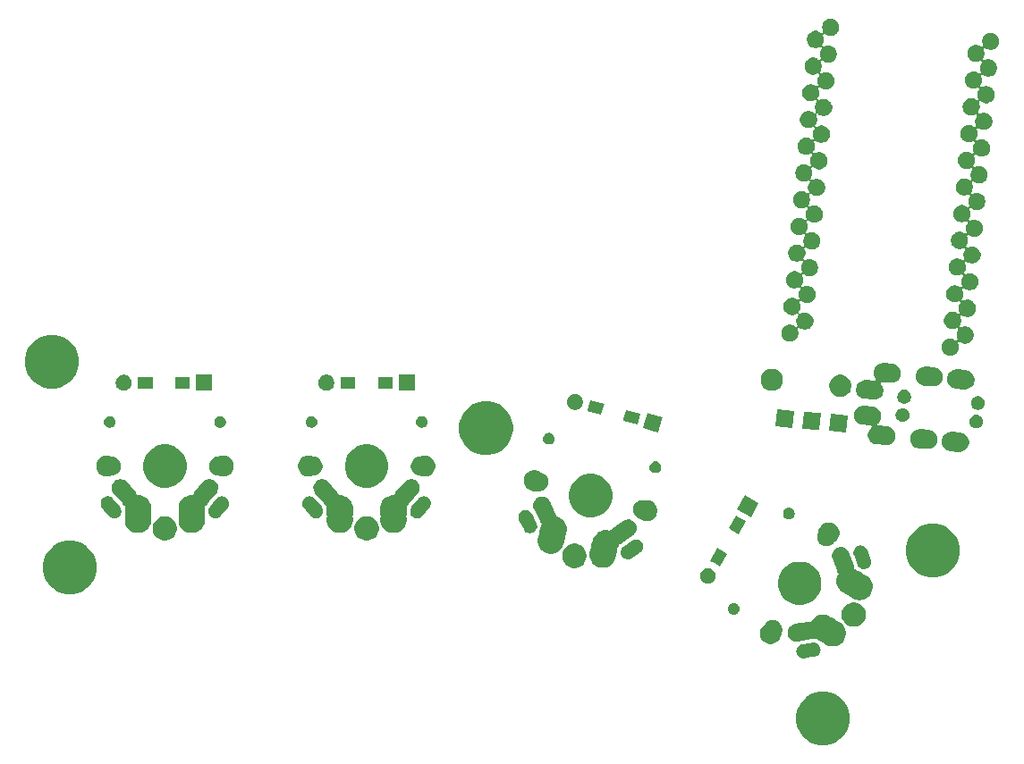
<source format=gbr>
G04 #@! TF.GenerationSoftware,KiCad,Pcbnew,(5.0.1)-4*
G04 #@! TF.CreationDate,2018-12-04T01:58:54+09:00*
G04 #@! TF.ProjectId,va4,7661342E6B696361645F706362000000,rev?*
G04 #@! TF.SameCoordinates,Original*
G04 #@! TF.FileFunction,Soldermask,Top*
G04 #@! TF.FilePolarity,Negative*
%FSLAX46Y46*%
G04 Gerber Fmt 4.6, Leading zero omitted, Abs format (unit mm)*
G04 Created by KiCad (PCBNEW (5.0.1)-4) date 04/12/2018 01:58:54*
%MOMM*%
%LPD*%
G01*
G04 APERTURE LIST*
%ADD10C,0.100000*%
G04 APERTURE END LIST*
D10*
G36*
X119144096Y-95147033D02*
X119144098Y-95147034D01*
X119144099Y-95147034D01*
X119608352Y-95339333D01*
X120024284Y-95617250D01*
X120026171Y-95618511D01*
X120381489Y-95973829D01*
X120381491Y-95973832D01*
X120660667Y-96391648D01*
X120852966Y-96855901D01*
X120951000Y-97348748D01*
X120951000Y-97851252D01*
X120852966Y-98344099D01*
X120660667Y-98808352D01*
X120382750Y-99224284D01*
X120381489Y-99226171D01*
X120026171Y-99581489D01*
X120026168Y-99581491D01*
X119608352Y-99860667D01*
X119144099Y-100052966D01*
X119144098Y-100052966D01*
X119144096Y-100052967D01*
X118651253Y-100151000D01*
X118148747Y-100151000D01*
X117655904Y-100052967D01*
X117655902Y-100052966D01*
X117655901Y-100052966D01*
X117191648Y-99860667D01*
X116773832Y-99581491D01*
X116773829Y-99581489D01*
X116418511Y-99226171D01*
X116417250Y-99224284D01*
X116139333Y-98808352D01*
X115947034Y-98344099D01*
X115849000Y-97851252D01*
X115849000Y-97348748D01*
X115947034Y-96855901D01*
X116139333Y-96391648D01*
X116418509Y-95973832D01*
X116418511Y-95973829D01*
X116773829Y-95618511D01*
X116775716Y-95617250D01*
X117191648Y-95339333D01*
X117655901Y-95147034D01*
X117655902Y-95147034D01*
X117655904Y-95147033D01*
X118148747Y-95049000D01*
X118651253Y-95049000D01*
X119144096Y-95147033D01*
X119144096Y-95147033D01*
G37*
G36*
X117642301Y-90421078D02*
X117768862Y-90462505D01*
X117884895Y-90527820D01*
X117985963Y-90614522D01*
X118068174Y-90719275D01*
X118128368Y-90838052D01*
X118164233Y-90966293D01*
X118174392Y-91099067D01*
X118162342Y-91199006D01*
X118158452Y-91231268D01*
X118137547Y-91295130D01*
X118117025Y-91357826D01*
X118051710Y-91473859D01*
X117965010Y-91574925D01*
X117860253Y-91657139D01*
X117741478Y-91717331D01*
X117645367Y-91744211D01*
X117297003Y-91805637D01*
X116644404Y-91920708D01*
X116544897Y-91928321D01*
X116544896Y-91928321D01*
X116412697Y-91912382D01*
X116286136Y-91870955D01*
X116170103Y-91805640D01*
X116069035Y-91718938D01*
X115986824Y-91614185D01*
X115926630Y-91495408D01*
X115890765Y-91367167D01*
X115880607Y-91234394D01*
X115896546Y-91102195D01*
X115937973Y-90975634D01*
X116003288Y-90859601D01*
X116089990Y-90758533D01*
X116194743Y-90676322D01*
X116313520Y-90616129D01*
X116409631Y-90589249D01*
X117040850Y-90477948D01*
X117410593Y-90412752D01*
X117510101Y-90405139D01*
X117510103Y-90405139D01*
X117642301Y-90421078D01*
X117642301Y-90421078D01*
G37*
G36*
X118526234Y-87750479D02*
X118759005Y-87796780D01*
X118986673Y-87891083D01*
X119147740Y-87998705D01*
X119191571Y-88027992D01*
X119205747Y-88042168D01*
X119224689Y-88057714D01*
X119246293Y-88069262D01*
X119419685Y-88141083D01*
X119623656Y-88277373D01*
X119624583Y-88277992D01*
X119658053Y-88311462D01*
X119676995Y-88327008D01*
X119698598Y-88338556D01*
X119921980Y-88431083D01*
X120118120Y-88562140D01*
X120126878Y-88567992D01*
X120301122Y-88742236D01*
X120301124Y-88742239D01*
X120438031Y-88947134D01*
X120532334Y-89174802D01*
X120580409Y-89416492D01*
X120580409Y-89662918D01*
X120532334Y-89904608D01*
X120438031Y-90132276D01*
X120333706Y-90288409D01*
X120301122Y-90337174D01*
X120126878Y-90511418D01*
X120126875Y-90511420D01*
X119921980Y-90648327D01*
X119694312Y-90742630D01*
X119513044Y-90778686D01*
X119452623Y-90790705D01*
X119206195Y-90790705D01*
X119145774Y-90778686D01*
X118964506Y-90742630D01*
X118736838Y-90648327D01*
X118531943Y-90511420D01*
X118531940Y-90511418D01*
X118498470Y-90477948D01*
X118479528Y-90462402D01*
X118457925Y-90450854D01*
X118234543Y-90358327D01*
X118029648Y-90221420D01*
X118029645Y-90221418D01*
X118015469Y-90207242D01*
X117996527Y-90191696D01*
X117974923Y-90180148D01*
X117801531Y-90108327D01*
X117684441Y-90030089D01*
X117631108Y-89994454D01*
X117609497Y-89982903D01*
X117586048Y-89975790D01*
X117561661Y-89973388D01*
X117537275Y-89975790D01*
X117505156Y-89986889D01*
X117411031Y-90034590D01*
X117293598Y-90067433D01*
X115982677Y-90298583D01*
X115861094Y-90307885D01*
X115861091Y-90307885D01*
X115699555Y-90288409D01*
X115544925Y-90237793D01*
X115511262Y-90218844D01*
X115403134Y-90157980D01*
X115295665Y-90065785D01*
X115279641Y-90052039D01*
X115179188Y-89924042D01*
X115105639Y-89778912D01*
X115105637Y-89778908D01*
X115061814Y-89622214D01*
X115049402Y-89459981D01*
X115051730Y-89440672D01*
X115068878Y-89298442D01*
X115119494Y-89143812D01*
X115150354Y-89088989D01*
X115199307Y-89002021D01*
X115265350Y-88925037D01*
X115305248Y-88878528D01*
X115433245Y-88778075D01*
X115578375Y-88704526D01*
X115578379Y-88704524D01*
X115680136Y-88676066D01*
X115695815Y-88671681D01*
X116283866Y-88567992D01*
X117006732Y-88440531D01*
X117128315Y-88431229D01*
X117128319Y-88431229D01*
X117182628Y-88437777D01*
X117207127Y-88438312D01*
X117231259Y-88434057D01*
X117254097Y-88425175D01*
X117274764Y-88412009D01*
X117292465Y-88395064D01*
X117301520Y-88383129D01*
X117422387Y-88202239D01*
X117422389Y-88202236D01*
X117596633Y-88027992D01*
X117640464Y-87998705D01*
X117801531Y-87891083D01*
X118029199Y-87796780D01*
X118261970Y-87750479D01*
X118270888Y-87748705D01*
X118517316Y-87748705D01*
X118526234Y-87750479D01*
X118526234Y-87750479D01*
G37*
G36*
X113922812Y-88333033D02*
X114086784Y-88400953D01*
X114234354Y-88499556D01*
X114359853Y-88625055D01*
X114458456Y-88772625D01*
X114526376Y-88936597D01*
X114561000Y-89110668D01*
X114561000Y-89288150D01*
X114526376Y-89462221D01*
X114460511Y-89621231D01*
X114453402Y-89644669D01*
X114452429Y-89654544D01*
X114451000Y-89661728D01*
X114451000Y-89661730D01*
X114450763Y-89662919D01*
X114412532Y-89855121D01*
X114337075Y-90037290D01*
X114227525Y-90201243D01*
X114088103Y-90340665D01*
X113924150Y-90450215D01*
X113741981Y-90525672D01*
X113548590Y-90564140D01*
X113351410Y-90564140D01*
X113158019Y-90525672D01*
X112975850Y-90450215D01*
X112811897Y-90340665D01*
X112672475Y-90201243D01*
X112562925Y-90037290D01*
X112487468Y-89855121D01*
X112449000Y-89661730D01*
X112449000Y-89464550D01*
X112487468Y-89271159D01*
X112562925Y-89088990D01*
X112672475Y-88925037D01*
X112811899Y-88785613D01*
X112865236Y-88749974D01*
X112884178Y-88734429D01*
X112899719Y-88715491D01*
X112960147Y-88625055D01*
X113085646Y-88499556D01*
X113233216Y-88400953D01*
X113397188Y-88333033D01*
X113571259Y-88298409D01*
X113748741Y-88298409D01*
X113922812Y-88333033D01*
X113922812Y-88333033D01*
G37*
G36*
X121645284Y-86643232D02*
X121854752Y-86729996D01*
X122043273Y-86855962D01*
X122203588Y-87016277D01*
X122329554Y-87204798D01*
X122416318Y-87414266D01*
X122460550Y-87636635D01*
X122460550Y-87863365D01*
X122416318Y-88085734D01*
X122329554Y-88295202D01*
X122203588Y-88483723D01*
X122043273Y-88644038D01*
X121854752Y-88770004D01*
X121645284Y-88856768D01*
X121422915Y-88901000D01*
X121196185Y-88901000D01*
X120973816Y-88856768D01*
X120764348Y-88770004D01*
X120575827Y-88644038D01*
X120415512Y-88483723D01*
X120289546Y-88295202D01*
X120202782Y-88085734D01*
X120158550Y-87863365D01*
X120158550Y-87636635D01*
X120202782Y-87414266D01*
X120289546Y-87204798D01*
X120415512Y-87016277D01*
X120575827Y-86855962D01*
X120764348Y-86729996D01*
X120973816Y-86643232D01*
X121196185Y-86599000D01*
X121422915Y-86599000D01*
X121645284Y-86643232D01*
X121645284Y-86643232D01*
G37*
G36*
X110113414Y-86690827D02*
X110213688Y-86732362D01*
X110303938Y-86792665D01*
X110380681Y-86869408D01*
X110440984Y-86959658D01*
X110482519Y-87059932D01*
X110503693Y-87166383D01*
X110503693Y-87274923D01*
X110482519Y-87381374D01*
X110440984Y-87481648D01*
X110380681Y-87571898D01*
X110303938Y-87648641D01*
X110213688Y-87708944D01*
X110113414Y-87750479D01*
X110006963Y-87771653D01*
X109898423Y-87771653D01*
X109791972Y-87750479D01*
X109691698Y-87708944D01*
X109601448Y-87648641D01*
X109524705Y-87571898D01*
X109464402Y-87481648D01*
X109422867Y-87381374D01*
X109401693Y-87274923D01*
X109401693Y-87166383D01*
X109422867Y-87059932D01*
X109464402Y-86959658D01*
X109524705Y-86869408D01*
X109601448Y-86792665D01*
X109691698Y-86732362D01*
X109791972Y-86690827D01*
X109898423Y-86669653D01*
X110006963Y-86669653D01*
X110113414Y-86690827D01*
X110113414Y-86690827D01*
G37*
G36*
X116798252Y-82827818D02*
X116798254Y-82827819D01*
X116798255Y-82827819D01*
X117171513Y-82982427D01*
X117395381Y-83132011D01*
X117507439Y-83206886D01*
X117793114Y-83492561D01*
X117793116Y-83492564D01*
X118017573Y-83828487D01*
X118158444Y-84168582D01*
X118172182Y-84201748D01*
X118251000Y-84597993D01*
X118251000Y-85002007D01*
X118172280Y-85397761D01*
X118172181Y-85398255D01*
X118017573Y-85771513D01*
X117996387Y-85803220D01*
X117793114Y-86107439D01*
X117507439Y-86393114D01*
X117507436Y-86393116D01*
X117171513Y-86617573D01*
X116798255Y-86772181D01*
X116798254Y-86772181D01*
X116798252Y-86772182D01*
X116402007Y-86851000D01*
X115997993Y-86851000D01*
X115601748Y-86772182D01*
X115601746Y-86772181D01*
X115601745Y-86772181D01*
X115228487Y-86617573D01*
X114892564Y-86393116D01*
X114892561Y-86393114D01*
X114606886Y-86107439D01*
X114403613Y-85803220D01*
X114382427Y-85771513D01*
X114227819Y-85398255D01*
X114227721Y-85397761D01*
X114149000Y-85002007D01*
X114149000Y-84597993D01*
X114227818Y-84201748D01*
X114241556Y-84168582D01*
X114382427Y-83828487D01*
X114606884Y-83492564D01*
X114606886Y-83492561D01*
X114892561Y-83206886D01*
X115004619Y-83132011D01*
X115228487Y-82982427D01*
X115601745Y-82827819D01*
X115601746Y-82827819D01*
X115601748Y-82827818D01*
X115997993Y-82749000D01*
X116402007Y-82749000D01*
X116798252Y-82827818D01*
X116798252Y-82827818D01*
G37*
G36*
X120288217Y-81376925D02*
X120314324Y-81386106D01*
X120441713Y-81430903D01*
X120499713Y-81465239D01*
X120581725Y-81513789D01*
X120702880Y-81622399D01*
X120800515Y-81752555D01*
X120853247Y-81862491D01*
X120853250Y-81862498D01*
X120853251Y-81862501D01*
X121308530Y-83113366D01*
X121338803Y-83231488D01*
X121340754Y-83267229D01*
X121344701Y-83339513D01*
X121348429Y-83363733D01*
X121356810Y-83386759D01*
X121369522Y-83407708D01*
X121386077Y-83425774D01*
X121405838Y-83440264D01*
X121421669Y-83448179D01*
X121526673Y-83491673D01*
X121687740Y-83599295D01*
X121731571Y-83628582D01*
X121745748Y-83642759D01*
X121764690Y-83658305D01*
X121786293Y-83669852D01*
X121959684Y-83741673D01*
X122095692Y-83832551D01*
X122164582Y-83878582D01*
X122198051Y-83912051D01*
X122216993Y-83927597D01*
X122238598Y-83939145D01*
X122461980Y-84031673D01*
X122659961Y-84163960D01*
X122666878Y-84168582D01*
X122841122Y-84342826D01*
X122841124Y-84342829D01*
X122978031Y-84547724D01*
X123072334Y-84775392D01*
X123102325Y-84926168D01*
X123120409Y-85017081D01*
X123120409Y-85263509D01*
X123116832Y-85281491D01*
X123072334Y-85505198D01*
X122978031Y-85732866D01*
X122899096Y-85851000D01*
X122841122Y-85937764D01*
X122666878Y-86112008D01*
X122666875Y-86112010D01*
X122461980Y-86248917D01*
X122234312Y-86343220D01*
X122053044Y-86379276D01*
X121992623Y-86391295D01*
X121746195Y-86391295D01*
X121685773Y-86379276D01*
X121504506Y-86343220D01*
X121276838Y-86248917D01*
X121071943Y-86112010D01*
X121071940Y-86112008D01*
X121038471Y-86078539D01*
X121019529Y-86062993D01*
X120997924Y-86051445D01*
X120774542Y-85958917D01*
X120569647Y-85822010D01*
X120569644Y-85822008D01*
X120555467Y-85807831D01*
X120536525Y-85792285D01*
X120514922Y-85780738D01*
X120341531Y-85708917D01*
X120136636Y-85572010D01*
X120136633Y-85572008D01*
X119962389Y-85397764D01*
X119884698Y-85281491D01*
X119825480Y-85192866D01*
X119731177Y-84965198D01*
X119683102Y-84723508D01*
X119683102Y-84477082D01*
X119731177Y-84235392D01*
X119825480Y-84007724D01*
X119846012Y-83976996D01*
X119857558Y-83955395D01*
X119864671Y-83931945D01*
X119867073Y-83907559D01*
X119864671Y-83883173D01*
X119857558Y-83859724D01*
X119842067Y-83832551D01*
X119839018Y-83828486D01*
X119808895Y-83788330D01*
X119757648Y-83681489D01*
X119756163Y-83678394D01*
X119709887Y-83551252D01*
X119300880Y-82427518D01*
X119270606Y-82309397D01*
X119265712Y-82219753D01*
X119261736Y-82146931D01*
X119284732Y-81985860D01*
X119300476Y-81941090D01*
X119338710Y-81832364D01*
X119385957Y-81752555D01*
X119421596Y-81692352D01*
X119530206Y-81571197D01*
X119660361Y-81473563D01*
X119807065Y-81403195D01*
X119842478Y-81394119D01*
X119964680Y-81362799D01*
X120054324Y-81357905D01*
X120127146Y-81353929D01*
X120288217Y-81376925D01*
X120288217Y-81376925D01*
G37*
G36*
X47844096Y-80847033D02*
X47844098Y-80847034D01*
X47844099Y-80847034D01*
X48308352Y-81039333D01*
X48698196Y-81299819D01*
X48726171Y-81318511D01*
X49081489Y-81673829D01*
X49081491Y-81673832D01*
X49360667Y-82091648D01*
X49545818Y-82538644D01*
X49552967Y-82555904D01*
X49651000Y-83048747D01*
X49651000Y-83551253D01*
X49556349Y-84027096D01*
X49552966Y-84044099D01*
X49360667Y-84508352D01*
X49152260Y-84820255D01*
X49081489Y-84926171D01*
X48726171Y-85281489D01*
X48726168Y-85281491D01*
X48308352Y-85560667D01*
X47844099Y-85752966D01*
X47844098Y-85752966D01*
X47844096Y-85752967D01*
X47351253Y-85851000D01*
X46848747Y-85851000D01*
X46355904Y-85752967D01*
X46355902Y-85752966D01*
X46355901Y-85752966D01*
X45891648Y-85560667D01*
X45473832Y-85281491D01*
X45473829Y-85281489D01*
X45118511Y-84926171D01*
X45047740Y-84820255D01*
X44839333Y-84508352D01*
X44647034Y-84044099D01*
X44643652Y-84027096D01*
X44549000Y-83551253D01*
X44549000Y-83048747D01*
X44647033Y-82555904D01*
X44654182Y-82538644D01*
X44839333Y-82091648D01*
X45118509Y-81673832D01*
X45118511Y-81673829D01*
X45473829Y-81318511D01*
X45501804Y-81299819D01*
X45891648Y-81039333D01*
X46355901Y-80847034D01*
X46355902Y-80847034D01*
X46355904Y-80847033D01*
X46848747Y-80749000D01*
X47351253Y-80749000D01*
X47844096Y-80847033D01*
X47844096Y-80847033D01*
G37*
G36*
X107713621Y-83378859D02*
X107850022Y-83435358D01*
X107972779Y-83517382D01*
X108077175Y-83621778D01*
X108159199Y-83744535D01*
X108215698Y-83880936D01*
X108244500Y-84025738D01*
X108244500Y-84173376D01*
X108215698Y-84318178D01*
X108159199Y-84454579D01*
X108077175Y-84577336D01*
X107972779Y-84681732D01*
X107850022Y-84763756D01*
X107713621Y-84820255D01*
X107568819Y-84849057D01*
X107421181Y-84849057D01*
X107276379Y-84820255D01*
X107139978Y-84763756D01*
X107017221Y-84681732D01*
X106912825Y-84577336D01*
X106830801Y-84454579D01*
X106774302Y-84318178D01*
X106745500Y-84173376D01*
X106745500Y-84025738D01*
X106774302Y-83880936D01*
X106830801Y-83744535D01*
X106912825Y-83621778D01*
X107017221Y-83517382D01*
X107139978Y-83435358D01*
X107276379Y-83378859D01*
X107421181Y-83350057D01*
X107568819Y-83350057D01*
X107713621Y-83378859D01*
X107713621Y-83378859D01*
G37*
G36*
X129544096Y-79247033D02*
X129544098Y-79247034D01*
X129544099Y-79247034D01*
X130008352Y-79439333D01*
X130325102Y-79650979D01*
X130426171Y-79718511D01*
X130781489Y-80073829D01*
X130781491Y-80073832D01*
X131060667Y-80491648D01*
X131252875Y-80955682D01*
X131252967Y-80955904D01*
X131351000Y-81448747D01*
X131351000Y-81951253D01*
X131255308Y-82432329D01*
X131252966Y-82444099D01*
X131060667Y-82908352D01*
X130812049Y-83280435D01*
X130781489Y-83326171D01*
X130426171Y-83681489D01*
X130426168Y-83681491D01*
X130008352Y-83960667D01*
X129544099Y-84152966D01*
X129544098Y-84152966D01*
X129544096Y-84152967D01*
X129051253Y-84251000D01*
X128548747Y-84251000D01*
X128055904Y-84152967D01*
X128055902Y-84152966D01*
X128055901Y-84152966D01*
X127591648Y-83960667D01*
X127173832Y-83681491D01*
X127173829Y-83681489D01*
X126818511Y-83326171D01*
X126787951Y-83280435D01*
X126539333Y-82908352D01*
X126347034Y-82444099D01*
X126344693Y-82432329D01*
X126249000Y-81951253D01*
X126249000Y-81448747D01*
X126347033Y-80955904D01*
X126347125Y-80955682D01*
X126539333Y-80491648D01*
X126818509Y-80073832D01*
X126818511Y-80073829D01*
X127173829Y-79718511D01*
X127274898Y-79650979D01*
X127591648Y-79439333D01*
X128055901Y-79247034D01*
X128055902Y-79247034D01*
X128055904Y-79247033D01*
X128548747Y-79149000D01*
X129051253Y-79149000D01*
X129544096Y-79247033D01*
X129544096Y-79247033D01*
G37*
G36*
X122126492Y-81227112D02*
X122252107Y-81271286D01*
X122331875Y-81318509D01*
X122366697Y-81339123D01*
X122366698Y-81339124D01*
X122465851Y-81428009D01*
X122545754Y-81534527D01*
X122577083Y-81599845D01*
X122588915Y-81624512D01*
X122898753Y-82475782D01*
X122936550Y-82579627D01*
X122961323Y-82676289D01*
X122968583Y-82809252D01*
X122949763Y-82941076D01*
X122905589Y-83066692D01*
X122837752Y-83181283D01*
X122792742Y-83231491D01*
X122748867Y-83280434D01*
X122715145Y-83305730D01*
X122642348Y-83360338D01*
X122642346Y-83360339D01*
X122522283Y-83417928D01*
X122522281Y-83417929D01*
X122522280Y-83417929D01*
X122393293Y-83450988D01*
X122260329Y-83458248D01*
X122128506Y-83439427D01*
X122002891Y-83395254D01*
X121888300Y-83327417D01*
X121789147Y-83238530D01*
X121709244Y-83132012D01*
X121666087Y-83042036D01*
X121666083Y-83042028D01*
X121318452Y-82086923D01*
X121318448Y-82086912D01*
X121293675Y-81990250D01*
X121286415Y-81857287D01*
X121305235Y-81725463D01*
X121349409Y-81599848D01*
X121417247Y-81485257D01*
X121506132Y-81386104D01*
X121612650Y-81306201D01*
X121732716Y-81248611D01*
X121861705Y-81215552D01*
X121994668Y-81208292D01*
X122126492Y-81227112D01*
X122126492Y-81227112D01*
G37*
G36*
X95208702Y-81092194D02*
X95418170Y-81178958D01*
X95606691Y-81304924D01*
X95767006Y-81465239D01*
X95892972Y-81653760D01*
X95979736Y-81863228D01*
X96023968Y-82085597D01*
X96023968Y-82312327D01*
X95979736Y-82534696D01*
X95892972Y-82744164D01*
X95767006Y-82932685D01*
X95606691Y-83093000D01*
X95418170Y-83218966D01*
X95208702Y-83305730D01*
X94986333Y-83349962D01*
X94759603Y-83349962D01*
X94537234Y-83305730D01*
X94327766Y-83218966D01*
X94139245Y-83093000D01*
X93978930Y-82932685D01*
X93852964Y-82744164D01*
X93766200Y-82534696D01*
X93721968Y-82312327D01*
X93721968Y-82085597D01*
X93766200Y-81863228D01*
X93852964Y-81653760D01*
X93978930Y-81465239D01*
X94139245Y-81304924D01*
X94327766Y-81178958D01*
X94537234Y-81092194D01*
X94759603Y-81047962D01*
X94986333Y-81047962D01*
X95208702Y-81092194D01*
X95208702Y-81092194D01*
G37*
G36*
X100078874Y-78763681D02*
X100235569Y-78807505D01*
X100235570Y-78807505D01*
X100235572Y-78807506D01*
X100380702Y-78881055D01*
X100380704Y-78881056D01*
X100380703Y-78881056D01*
X100508700Y-78981508D01*
X100561670Y-79043254D01*
X100614638Y-79104998D01*
X100614639Y-79105000D01*
X100614640Y-79105001D01*
X100694452Y-79246789D01*
X100694453Y-79246792D01*
X100745069Y-79401423D01*
X100764515Y-79562709D01*
X100764545Y-79562962D01*
X100752134Y-79725195D01*
X100720993Y-79836538D01*
X100708308Y-79881893D01*
X100640378Y-80015934D01*
X100634758Y-80027024D01*
X100534306Y-80155021D01*
X100441755Y-80234416D01*
X99891077Y-80620004D01*
X99351348Y-80997926D01*
X99245082Y-81057743D01*
X99144798Y-81090569D01*
X99122369Y-81100438D01*
X99102297Y-81114493D01*
X99085352Y-81132194D01*
X99072186Y-81152861D01*
X99061087Y-81184980D01*
X99046259Y-81259525D01*
X99021100Y-81386007D01*
X98949278Y-81559401D01*
X98942168Y-81582841D01*
X98939766Y-81607227D01*
X98939766Y-81627280D01*
X98891691Y-81868970D01*
X98799163Y-82092352D01*
X98792053Y-82115793D01*
X98789651Y-82140179D01*
X98789651Y-82187517D01*
X98741576Y-82429207D01*
X98647273Y-82656875D01*
X98533052Y-82827818D01*
X98510364Y-82861773D01*
X98336120Y-83036017D01*
X98336117Y-83036019D01*
X98131222Y-83172926D01*
X97903554Y-83267229D01*
X97722286Y-83303285D01*
X97661865Y-83315304D01*
X97415437Y-83315304D01*
X97355016Y-83303285D01*
X97173748Y-83267229D01*
X96946080Y-83172926D01*
X96741185Y-83036019D01*
X96741182Y-83036017D01*
X96566938Y-82861773D01*
X96544250Y-82827818D01*
X96430029Y-82656875D01*
X96335726Y-82429207D01*
X96287651Y-82187517D01*
X96287651Y-81941091D01*
X96335726Y-81699401D01*
X96428254Y-81476019D01*
X96435364Y-81452578D01*
X96437766Y-81428192D01*
X96437766Y-81380853D01*
X96459560Y-81271289D01*
X96485841Y-81139164D01*
X96557663Y-80965770D01*
X96564773Y-80942330D01*
X96567175Y-80917944D01*
X96567175Y-80897890D01*
X96591798Y-80774102D01*
X96615250Y-80656201D01*
X96709553Y-80428533D01*
X96846460Y-80223638D01*
X96846462Y-80223635D01*
X97020706Y-80049391D01*
X97048230Y-80031000D01*
X97225604Y-79912482D01*
X97453272Y-79818179D01*
X97653582Y-79778335D01*
X97694961Y-79770104D01*
X97941389Y-79770104D01*
X98154755Y-79812545D01*
X98179141Y-79814947D01*
X98203527Y-79812545D01*
X98226977Y-79805432D01*
X98248587Y-79793881D01*
X98267529Y-79778335D01*
X98277474Y-79767119D01*
X98311246Y-79724087D01*
X98311249Y-79724084D01*
X98403799Y-79644689D01*
X98971710Y-79247033D01*
X99494206Y-78881177D01*
X99501573Y-78877030D01*
X99600469Y-78821362D01*
X99677085Y-78796284D01*
X99755103Y-78770745D01*
X99916639Y-78751269D01*
X99916641Y-78751269D01*
X100078874Y-78763681D01*
X100078874Y-78763681D01*
G37*
G36*
X108809809Y-81699401D02*
X109318530Y-81993111D01*
X108617530Y-83207279D01*
X108617529Y-83207279D01*
X108099773Y-82908352D01*
X107706470Y-82681279D01*
X108407470Y-81467111D01*
X108407471Y-81467111D01*
X108809809Y-81699401D01*
X108809809Y-81699401D01*
G37*
G36*
X100708725Y-80636879D02*
X100823877Y-80645689D01*
X100952116Y-80681554D01*
X101070896Y-80741748D01*
X101175647Y-80823958D01*
X101211345Y-80865571D01*
X101262349Y-80925026D01*
X101262350Y-80925028D01*
X101327669Y-81041067D01*
X101369092Y-81167616D01*
X101381592Y-81271289D01*
X101385032Y-81299821D01*
X101384544Y-81306201D01*
X101374874Y-81432593D01*
X101339009Y-81560832D01*
X101278815Y-81679612D01*
X101196603Y-81784365D01*
X101120864Y-81849338D01*
X101120858Y-81849343D01*
X100549874Y-82249150D01*
X100288267Y-82432329D01*
X100201302Y-82481282D01*
X100074753Y-82522705D01*
X99942550Y-82538645D01*
X99809777Y-82528487D01*
X99681536Y-82492622D01*
X99562757Y-82432427D01*
X99458009Y-82350220D01*
X99416243Y-82301533D01*
X99371305Y-82249150D01*
X99357164Y-82224029D01*
X99305985Y-82133109D01*
X99264562Y-82006560D01*
X99248622Y-81874357D01*
X99258780Y-81741584D01*
X99294645Y-81613343D01*
X99354840Y-81494564D01*
X99437049Y-81389813D01*
X99512790Y-81324838D01*
X100345386Y-80741847D01*
X100432351Y-80692894D01*
X100558900Y-80651471D01*
X100691103Y-80635531D01*
X100691105Y-80635531D01*
X100708725Y-80636879D01*
X100708725Y-80636879D01*
G37*
G36*
X91900555Y-76579264D02*
X91924548Y-76580574D01*
X92082161Y-76620968D01*
X92228865Y-76691336D01*
X92359022Y-76788972D01*
X92467632Y-76910125D01*
X92529749Y-77015056D01*
X92529751Y-77015060D01*
X93092314Y-78221478D01*
X93112023Y-78277525D01*
X93132768Y-78336514D01*
X93132768Y-78336516D01*
X93140581Y-78391239D01*
X93146405Y-78415041D01*
X93156761Y-78437250D01*
X93171251Y-78457011D01*
X93189318Y-78473566D01*
X93210267Y-78486278D01*
X93239938Y-78496170D01*
X93276175Y-78503378D01*
X93503843Y-78597681D01*
X93652424Y-78696960D01*
X93708741Y-78734590D01*
X93882985Y-78908834D01*
X93882987Y-78908837D01*
X94019894Y-79113732D01*
X94114197Y-79341400D01*
X94143086Y-79486635D01*
X94161154Y-79577466D01*
X94162272Y-79583090D01*
X94162272Y-79829516D01*
X94114197Y-80071206D01*
X94042375Y-80244600D01*
X94035265Y-80268040D01*
X94032863Y-80292426D01*
X94032863Y-80312480D01*
X94028638Y-80333720D01*
X93984788Y-80554169D01*
X93892260Y-80777551D01*
X93885150Y-80800992D01*
X93882748Y-80825378D01*
X93882748Y-80872717D01*
X93875485Y-80909228D01*
X93834673Y-81114406D01*
X93740370Y-81342074D01*
X93611775Y-81534529D01*
X93603461Y-81546972D01*
X93429217Y-81721216D01*
X93429214Y-81721218D01*
X93224319Y-81858125D01*
X92996651Y-81952428D01*
X92815384Y-81988484D01*
X92754962Y-82000503D01*
X92508534Y-82000503D01*
X92448112Y-81988484D01*
X92266845Y-81952428D01*
X92039177Y-81858125D01*
X91834282Y-81721218D01*
X91834279Y-81721216D01*
X91660035Y-81546972D01*
X91651721Y-81534529D01*
X91523126Y-81342074D01*
X91428823Y-81114406D01*
X91388011Y-80909228D01*
X91380748Y-80872717D01*
X91380748Y-80626289D01*
X91399433Y-80532352D01*
X91428823Y-80384600D01*
X91521351Y-80161218D01*
X91528461Y-80137777D01*
X91530863Y-80113391D01*
X91530863Y-80066052D01*
X91547398Y-79982925D01*
X91578938Y-79824363D01*
X91650760Y-79650969D01*
X91657870Y-79627529D01*
X91660272Y-79603143D01*
X91660272Y-79583089D01*
X91696408Y-79401423D01*
X91708347Y-79341400D01*
X91751837Y-79236405D01*
X91758950Y-79212957D01*
X91761352Y-79188571D01*
X91758950Y-79164185D01*
X91751837Y-79140735D01*
X91740286Y-79119125D01*
X91729428Y-79105133D01*
X91719922Y-79094529D01*
X91657212Y-79024577D01*
X91595095Y-78919646D01*
X91590053Y-78908834D01*
X91032530Y-77713223D01*
X90992076Y-77598186D01*
X90969080Y-77437113D01*
X90977951Y-77274650D01*
X90977951Y-77274647D01*
X91018345Y-77117034D01*
X91088713Y-76970330D01*
X91186349Y-76840173D01*
X91307502Y-76731563D01*
X91377509Y-76690120D01*
X91447515Y-76648677D01*
X91537629Y-76616988D01*
X91601008Y-76594699D01*
X91633209Y-76590102D01*
X91762082Y-76571703D01*
X91900555Y-76579264D01*
X91900555Y-76579264D01*
G37*
G36*
X119241981Y-79074328D02*
X119424150Y-79149785D01*
X119588103Y-79259335D01*
X119727525Y-79398757D01*
X119837075Y-79562710D01*
X119912532Y-79744879D01*
X119951000Y-79938270D01*
X119951000Y-80135450D01*
X119912532Y-80328841D01*
X119837075Y-80511010D01*
X119727525Y-80674963D01*
X119588101Y-80814387D01*
X119534764Y-80850026D01*
X119515822Y-80865571D01*
X119500281Y-80884509D01*
X119439853Y-80974945D01*
X119314354Y-81100444D01*
X119166784Y-81199047D01*
X119002812Y-81266967D01*
X118828741Y-81301591D01*
X118651259Y-81301591D01*
X118477188Y-81266967D01*
X118313216Y-81199047D01*
X118165646Y-81100444D01*
X118040147Y-80974945D01*
X117941544Y-80827375D01*
X117873624Y-80663403D01*
X117839000Y-80489332D01*
X117839000Y-80311850D01*
X117873624Y-80137779D01*
X117939489Y-79978769D01*
X117946598Y-79955331D01*
X117947571Y-79945456D01*
X117949505Y-79935734D01*
X117987468Y-79744879D01*
X118062925Y-79562710D01*
X118172475Y-79398757D01*
X118311897Y-79259335D01*
X118475850Y-79149785D01*
X118658019Y-79074328D01*
X118851410Y-79035860D01*
X119048590Y-79035860D01*
X119241981Y-79074328D01*
X119241981Y-79074328D01*
G37*
G36*
X75535734Y-78493232D02*
X75745202Y-78579996D01*
X75933723Y-78705962D01*
X76094038Y-78866277D01*
X76220004Y-79054798D01*
X76306768Y-79264266D01*
X76351000Y-79486635D01*
X76351000Y-79713365D01*
X76306768Y-79935734D01*
X76220004Y-80145202D01*
X76094038Y-80333723D01*
X75933723Y-80494038D01*
X75745202Y-80620004D01*
X75535734Y-80706768D01*
X75313365Y-80751000D01*
X75086635Y-80751000D01*
X74864266Y-80706768D01*
X74654798Y-80620004D01*
X74466277Y-80494038D01*
X74305962Y-80333723D01*
X74179996Y-80145202D01*
X74093232Y-79935734D01*
X74049000Y-79713365D01*
X74049000Y-79486635D01*
X74093232Y-79264266D01*
X74179996Y-79054798D01*
X74305962Y-78866277D01*
X74466277Y-78705962D01*
X74654798Y-78579996D01*
X74864266Y-78493232D01*
X75086635Y-78449000D01*
X75313365Y-78449000D01*
X75535734Y-78493232D01*
X75535734Y-78493232D01*
G37*
G36*
X56435734Y-78493232D02*
X56645202Y-78579996D01*
X56833723Y-78705962D01*
X56994038Y-78866277D01*
X57120004Y-79054798D01*
X57206768Y-79264266D01*
X57251000Y-79486635D01*
X57251000Y-79713365D01*
X57206768Y-79935734D01*
X57120004Y-80145202D01*
X56994038Y-80333723D01*
X56833723Y-80494038D01*
X56645202Y-80620004D01*
X56435734Y-80706768D01*
X56213365Y-80751000D01*
X55986635Y-80751000D01*
X55764266Y-80706768D01*
X55554798Y-80620004D01*
X55366277Y-80494038D01*
X55205962Y-80333723D01*
X55079996Y-80145202D01*
X54993232Y-79935734D01*
X54949000Y-79713365D01*
X54949000Y-79486635D01*
X54993232Y-79264266D01*
X55079996Y-79054798D01*
X55205962Y-78866277D01*
X55366277Y-78705962D01*
X55554798Y-78579996D01*
X55764266Y-78493232D01*
X55986635Y-78449000D01*
X56213365Y-78449000D01*
X56435734Y-78493232D01*
X56435734Y-78493232D01*
G37*
G36*
X110561757Y-78611702D02*
X111093530Y-78918721D01*
X110392530Y-80132889D01*
X110392529Y-80132889D01*
X109867072Y-79829516D01*
X109481470Y-79606889D01*
X110182470Y-78392721D01*
X110182471Y-78392721D01*
X110561757Y-78611702D01*
X110561757Y-78611702D01*
G37*
G36*
X90366970Y-77845274D02*
X90495967Y-77878334D01*
X90616024Y-77935921D01*
X90722548Y-78015828D01*
X90811434Y-78114980D01*
X90862273Y-78200859D01*
X91291822Y-79122025D01*
X91324932Y-79216178D01*
X91343752Y-79347998D01*
X91338765Y-79439333D01*
X91336492Y-79480962D01*
X91331996Y-79498503D01*
X91303432Y-79609957D01*
X91245845Y-79730014D01*
X91165938Y-79836538D01*
X91066786Y-79925424D01*
X90952201Y-79993257D01*
X90826579Y-80037434D01*
X90694759Y-80056254D01*
X90575563Y-80049746D01*
X90561795Y-80048994D01*
X90491587Y-80031000D01*
X90432802Y-80015934D01*
X90344975Y-79973807D01*
X90312741Y-79958346D01*
X90206220Y-79878440D01*
X90162362Y-79829517D01*
X90117334Y-79779288D01*
X90066495Y-79693409D01*
X89636946Y-78772242D01*
X89603836Y-78678089D01*
X89585016Y-78546269D01*
X89592276Y-78413308D01*
X89625336Y-78284311D01*
X89682923Y-78164254D01*
X89762830Y-78057730D01*
X89861982Y-77968844D01*
X89976567Y-77901011D01*
X90102189Y-77856834D01*
X90234009Y-77838014D01*
X90366970Y-77845274D01*
X90366970Y-77845274D01*
G37*
G36*
X60402100Y-74936160D02*
X60445767Y-74945342D01*
X60561327Y-74969641D01*
X60710958Y-75033541D01*
X60845251Y-75125406D01*
X60893857Y-75175085D01*
X60959042Y-75241708D01*
X61047957Y-75377973D01*
X61108579Y-75528965D01*
X61138579Y-75688883D01*
X61136804Y-75851581D01*
X61129766Y-75885052D01*
X61103323Y-76010808D01*
X61039423Y-76160438D01*
X61039421Y-76160441D01*
X60970574Y-76261085D01*
X60589041Y-76715778D01*
X60114930Y-77280802D01*
X60027772Y-77366078D01*
X59940392Y-77423095D01*
X59921282Y-77438433D01*
X59905531Y-77457205D01*
X59893745Y-77478688D01*
X59886376Y-77502058D01*
X59883708Y-77526417D01*
X59886103Y-77552165D01*
X59888228Y-77562849D01*
X59891000Y-77576787D01*
X59891000Y-77823213D01*
X59872076Y-77918352D01*
X59870631Y-77925613D01*
X59868229Y-77950000D01*
X59870631Y-77974383D01*
X59880316Y-78023074D01*
X59891000Y-78076787D01*
X59891000Y-78323214D01*
X59862675Y-78465614D01*
X59860273Y-78490000D01*
X59862675Y-78514386D01*
X59891000Y-78656786D01*
X59891000Y-78903214D01*
X59887915Y-78918721D01*
X59842925Y-79144903D01*
X59748622Y-79372571D01*
X59632354Y-79546578D01*
X59611713Y-79577469D01*
X59437469Y-79751713D01*
X59437466Y-79751715D01*
X59232571Y-79888622D01*
X59004903Y-79982925D01*
X58838955Y-80015934D01*
X58763214Y-80031000D01*
X58516786Y-80031000D01*
X58441045Y-80015934D01*
X58275097Y-79982925D01*
X58047429Y-79888622D01*
X57842534Y-79751715D01*
X57842531Y-79751713D01*
X57668287Y-79577469D01*
X57647646Y-79546578D01*
X57531378Y-79372571D01*
X57437075Y-79144903D01*
X57392085Y-78918721D01*
X57389000Y-78903214D01*
X57389000Y-78656786D01*
X57417325Y-78514386D01*
X57419727Y-78490000D01*
X57417325Y-78465614D01*
X57389000Y-78323214D01*
X57389000Y-78076787D01*
X57399684Y-78023074D01*
X57409369Y-77974383D01*
X57411771Y-77950000D01*
X57409369Y-77925613D01*
X57407925Y-77918352D01*
X57389000Y-77823213D01*
X57389000Y-77576787D01*
X57393898Y-77552165D01*
X57403599Y-77503393D01*
X57437075Y-77335097D01*
X57531378Y-77107429D01*
X57668285Y-76902534D01*
X57668287Y-76902531D01*
X57842531Y-76728287D01*
X57843458Y-76727668D01*
X58047429Y-76591378D01*
X58275097Y-76497075D01*
X58456364Y-76461019D01*
X58516786Y-76449000D01*
X58642761Y-76449000D01*
X58667147Y-76446598D01*
X58690596Y-76439485D01*
X58712207Y-76427934D01*
X58731149Y-76412388D01*
X58746695Y-76393446D01*
X58757717Y-76373092D01*
X58780577Y-76319563D01*
X58820580Y-76261085D01*
X58849426Y-76218916D01*
X59705068Y-75199200D01*
X59792227Y-75113922D01*
X59928492Y-75025007D01*
X60079484Y-74964385D01*
X60202473Y-74941313D01*
X60239401Y-74934385D01*
X60239402Y-74934385D01*
X60402100Y-74936160D01*
X60402100Y-74936160D01*
G37*
G36*
X51997526Y-74941313D02*
X52120515Y-74964385D01*
X52271507Y-75025007D01*
X52407772Y-75113922D01*
X52407773Y-75113923D01*
X52494930Y-75199198D01*
X52841296Y-75611981D01*
X53350574Y-76218915D01*
X53379420Y-76261084D01*
X53419420Y-76319557D01*
X53442282Y-76373092D01*
X53454069Y-76394575D01*
X53469820Y-76413347D01*
X53488930Y-76428685D01*
X53510665Y-76440000D01*
X53534191Y-76446857D01*
X53557239Y-76449000D01*
X53683214Y-76449000D01*
X53743636Y-76461019D01*
X53924903Y-76497075D01*
X54152571Y-76591378D01*
X54356542Y-76727668D01*
X54357469Y-76728287D01*
X54531713Y-76902531D01*
X54531715Y-76902534D01*
X54668622Y-77107429D01*
X54762925Y-77335097D01*
X54796401Y-77503393D01*
X54806103Y-77552165D01*
X54811000Y-77576787D01*
X54811000Y-77823213D01*
X54792076Y-77918352D01*
X54790631Y-77925613D01*
X54788229Y-77950000D01*
X54790631Y-77974383D01*
X54800316Y-78023074D01*
X54811000Y-78076787D01*
X54811000Y-78323214D01*
X54782675Y-78465614D01*
X54780273Y-78490000D01*
X54782675Y-78514386D01*
X54811000Y-78656786D01*
X54811000Y-78903214D01*
X54807915Y-78918721D01*
X54762925Y-79144903D01*
X54668622Y-79372571D01*
X54552354Y-79546578D01*
X54531713Y-79577469D01*
X54357469Y-79751713D01*
X54357466Y-79751715D01*
X54152571Y-79888622D01*
X53924903Y-79982925D01*
X53758955Y-80015934D01*
X53683214Y-80031000D01*
X53436786Y-80031000D01*
X53361045Y-80015934D01*
X53195097Y-79982925D01*
X52967429Y-79888622D01*
X52762534Y-79751715D01*
X52762531Y-79751713D01*
X52588287Y-79577469D01*
X52567646Y-79546578D01*
X52451378Y-79372571D01*
X52357075Y-79144903D01*
X52312085Y-78918721D01*
X52309000Y-78903214D01*
X52309000Y-78656786D01*
X52337325Y-78514386D01*
X52339727Y-78490000D01*
X52337325Y-78465614D01*
X52309000Y-78323214D01*
X52309000Y-78076787D01*
X52319684Y-78023074D01*
X52329369Y-77974383D01*
X52331771Y-77950000D01*
X52329369Y-77925613D01*
X52327925Y-77918352D01*
X52309000Y-77823213D01*
X52309000Y-77576787D01*
X52311772Y-77562849D01*
X52313897Y-77552165D01*
X52316299Y-77527779D01*
X52313897Y-77503393D01*
X52306784Y-77479944D01*
X52295232Y-77458333D01*
X52279687Y-77439391D01*
X52259607Y-77423095D01*
X52172228Y-77366079D01*
X52085070Y-77280802D01*
X52051208Y-77240447D01*
X51229426Y-76261084D01*
X51160579Y-76160440D01*
X51160578Y-76160438D01*
X51160577Y-76160437D01*
X51096677Y-76010807D01*
X51070234Y-75885049D01*
X51063196Y-75851580D01*
X51061421Y-75688883D01*
X51091421Y-75528965D01*
X51152043Y-75377973D01*
X51240958Y-75241708D01*
X51306143Y-75175085D01*
X51354749Y-75125406D01*
X51489042Y-75033541D01*
X51638673Y-74969641D01*
X51754233Y-74945342D01*
X51797900Y-74936160D01*
X51960597Y-74934385D01*
X51960598Y-74934385D01*
X51997526Y-74941313D01*
X51997526Y-74941313D01*
G37*
G36*
X79502100Y-74936160D02*
X79545767Y-74945342D01*
X79661327Y-74969641D01*
X79810958Y-75033541D01*
X79945251Y-75125406D01*
X79993857Y-75175085D01*
X80059042Y-75241708D01*
X80147957Y-75377973D01*
X80208579Y-75528965D01*
X80238579Y-75688883D01*
X80236804Y-75851581D01*
X80229766Y-75885052D01*
X80203323Y-76010808D01*
X80139423Y-76160438D01*
X80139421Y-76160441D01*
X80070574Y-76261085D01*
X79689041Y-76715778D01*
X79214930Y-77280802D01*
X79127772Y-77366078D01*
X79040392Y-77423095D01*
X79021282Y-77438433D01*
X79005531Y-77457205D01*
X78993745Y-77478688D01*
X78986376Y-77502058D01*
X78983708Y-77526417D01*
X78986103Y-77552165D01*
X78988228Y-77562849D01*
X78991000Y-77576787D01*
X78991000Y-77823213D01*
X78972076Y-77918352D01*
X78970631Y-77925613D01*
X78968229Y-77950000D01*
X78970631Y-77974383D01*
X78980316Y-78023074D01*
X78991000Y-78076787D01*
X78991000Y-78323214D01*
X78962675Y-78465614D01*
X78960273Y-78490000D01*
X78962675Y-78514386D01*
X78991000Y-78656786D01*
X78991000Y-78903214D01*
X78987915Y-78918721D01*
X78942925Y-79144903D01*
X78848622Y-79372571D01*
X78732354Y-79546578D01*
X78711713Y-79577469D01*
X78537469Y-79751713D01*
X78537466Y-79751715D01*
X78332571Y-79888622D01*
X78104903Y-79982925D01*
X77938955Y-80015934D01*
X77863214Y-80031000D01*
X77616786Y-80031000D01*
X77541045Y-80015934D01*
X77375097Y-79982925D01*
X77147429Y-79888622D01*
X76942534Y-79751715D01*
X76942531Y-79751713D01*
X76768287Y-79577469D01*
X76747646Y-79546578D01*
X76631378Y-79372571D01*
X76537075Y-79144903D01*
X76492085Y-78918721D01*
X76489000Y-78903214D01*
X76489000Y-78656786D01*
X76517325Y-78514386D01*
X76519727Y-78490000D01*
X76517325Y-78465614D01*
X76489000Y-78323214D01*
X76489000Y-78076787D01*
X76499684Y-78023074D01*
X76509369Y-77974383D01*
X76511771Y-77950000D01*
X76509369Y-77925613D01*
X76507925Y-77918352D01*
X76489000Y-77823213D01*
X76489000Y-77576787D01*
X76493898Y-77552165D01*
X76503599Y-77503393D01*
X76537075Y-77335097D01*
X76631378Y-77107429D01*
X76768285Y-76902534D01*
X76768287Y-76902531D01*
X76942531Y-76728287D01*
X76943458Y-76727668D01*
X77147429Y-76591378D01*
X77375097Y-76497075D01*
X77556364Y-76461019D01*
X77616786Y-76449000D01*
X77742761Y-76449000D01*
X77767147Y-76446598D01*
X77790596Y-76439485D01*
X77812207Y-76427934D01*
X77831149Y-76412388D01*
X77846695Y-76393446D01*
X77857717Y-76373092D01*
X77880577Y-76319563D01*
X77920580Y-76261085D01*
X77949426Y-76218916D01*
X78805068Y-75199200D01*
X78892227Y-75113922D01*
X79028492Y-75025007D01*
X79179484Y-74964385D01*
X79302473Y-74941313D01*
X79339401Y-74934385D01*
X79339402Y-74934385D01*
X79502100Y-74936160D01*
X79502100Y-74936160D01*
G37*
G36*
X71097526Y-74941313D02*
X71220515Y-74964385D01*
X71371507Y-75025007D01*
X71507772Y-75113922D01*
X71507773Y-75113923D01*
X71594930Y-75199198D01*
X71941296Y-75611981D01*
X72450574Y-76218915D01*
X72479420Y-76261084D01*
X72519420Y-76319557D01*
X72542282Y-76373092D01*
X72554069Y-76394575D01*
X72569820Y-76413347D01*
X72588930Y-76428685D01*
X72610665Y-76440000D01*
X72634191Y-76446857D01*
X72657239Y-76449000D01*
X72783214Y-76449000D01*
X72843636Y-76461019D01*
X73024903Y-76497075D01*
X73252571Y-76591378D01*
X73456542Y-76727668D01*
X73457469Y-76728287D01*
X73631713Y-76902531D01*
X73631715Y-76902534D01*
X73768622Y-77107429D01*
X73862925Y-77335097D01*
X73896401Y-77503393D01*
X73906103Y-77552165D01*
X73911000Y-77576787D01*
X73911000Y-77823213D01*
X73892076Y-77918352D01*
X73890631Y-77925613D01*
X73888229Y-77950000D01*
X73890631Y-77974383D01*
X73900316Y-78023074D01*
X73911000Y-78076787D01*
X73911000Y-78323214D01*
X73882675Y-78465614D01*
X73880273Y-78490000D01*
X73882675Y-78514386D01*
X73911000Y-78656786D01*
X73911000Y-78903214D01*
X73907915Y-78918721D01*
X73862925Y-79144903D01*
X73768622Y-79372571D01*
X73652354Y-79546578D01*
X73631713Y-79577469D01*
X73457469Y-79751713D01*
X73457466Y-79751715D01*
X73252571Y-79888622D01*
X73024903Y-79982925D01*
X72858955Y-80015934D01*
X72783214Y-80031000D01*
X72536786Y-80031000D01*
X72461045Y-80015934D01*
X72295097Y-79982925D01*
X72067429Y-79888622D01*
X71862534Y-79751715D01*
X71862531Y-79751713D01*
X71688287Y-79577469D01*
X71667646Y-79546578D01*
X71551378Y-79372571D01*
X71457075Y-79144903D01*
X71412085Y-78918721D01*
X71409000Y-78903214D01*
X71409000Y-78656786D01*
X71437325Y-78514386D01*
X71439727Y-78490000D01*
X71437325Y-78465614D01*
X71409000Y-78323214D01*
X71409000Y-78076787D01*
X71419684Y-78023074D01*
X71429369Y-77974383D01*
X71431771Y-77950000D01*
X71429369Y-77925613D01*
X71427925Y-77918352D01*
X71409000Y-77823213D01*
X71409000Y-77576787D01*
X71411772Y-77562849D01*
X71413897Y-77552165D01*
X71416299Y-77527779D01*
X71413897Y-77503393D01*
X71406784Y-77479944D01*
X71395232Y-77458333D01*
X71379687Y-77439391D01*
X71359607Y-77423095D01*
X71272228Y-77366079D01*
X71185070Y-77280802D01*
X71151208Y-77240447D01*
X70329426Y-76261084D01*
X70260579Y-76160440D01*
X70260578Y-76160438D01*
X70260577Y-76160437D01*
X70196677Y-76010807D01*
X70170234Y-75885049D01*
X70163196Y-75851580D01*
X70161421Y-75688883D01*
X70191421Y-75528965D01*
X70252043Y-75377973D01*
X70340958Y-75241708D01*
X70406143Y-75175085D01*
X70454749Y-75125406D01*
X70589042Y-75033541D01*
X70738673Y-74969641D01*
X70854233Y-74945342D01*
X70897900Y-74936160D01*
X71060597Y-74934385D01*
X71060598Y-74934385D01*
X71097526Y-74941313D01*
X71097526Y-74941313D01*
G37*
G36*
X101439403Y-76922505D02*
X101502318Y-76935019D01*
X101526702Y-76937421D01*
X101551088Y-76935019D01*
X101614001Y-76922505D01*
X101811182Y-76922505D01*
X102004573Y-76960973D01*
X102186742Y-77036430D01*
X102350695Y-77145980D01*
X102490117Y-77285402D01*
X102599667Y-77449355D01*
X102675124Y-77631524D01*
X102713592Y-77824915D01*
X102713592Y-78022095D01*
X102675124Y-78215486D01*
X102599667Y-78397655D01*
X102490117Y-78561608D01*
X102350695Y-78701030D01*
X102186742Y-78810580D01*
X102004573Y-78886037D01*
X101811182Y-78924505D01*
X101614002Y-78924505D01*
X101420611Y-78886037D01*
X101238442Y-78810580D01*
X101086676Y-78709173D01*
X101074492Y-78701032D01*
X101068398Y-78696960D01*
X101060730Y-78690667D01*
X101039132Y-78679123D01*
X100880119Y-78613257D01*
X100732549Y-78514654D01*
X100607050Y-78389155D01*
X100508447Y-78241585D01*
X100440527Y-78077613D01*
X100405903Y-77903542D01*
X100405903Y-77726060D01*
X100440527Y-77551989D01*
X100508447Y-77388017D01*
X100607050Y-77240447D01*
X100732549Y-77114948D01*
X100880119Y-77016345D01*
X101044091Y-76948425D01*
X101218162Y-76913801D01*
X101395645Y-76913801D01*
X101439403Y-76922505D01*
X101439403Y-76922505D01*
G37*
G36*
X115333414Y-77649521D02*
X115433688Y-77691056D01*
X115523938Y-77751359D01*
X115600681Y-77828102D01*
X115660984Y-77918352D01*
X115702519Y-78018626D01*
X115723693Y-78125077D01*
X115723693Y-78233617D01*
X115702519Y-78340068D01*
X115660984Y-78440342D01*
X115600681Y-78530592D01*
X115523938Y-78607335D01*
X115433688Y-78667638D01*
X115333414Y-78709173D01*
X115226963Y-78730347D01*
X115118423Y-78730347D01*
X115011972Y-78709173D01*
X114911698Y-78667638D01*
X114821448Y-78607335D01*
X114744705Y-78530592D01*
X114684402Y-78440342D01*
X114642867Y-78340068D01*
X114621693Y-78233617D01*
X114621693Y-78125077D01*
X114642867Y-78018626D01*
X114684402Y-77918352D01*
X114744705Y-77828102D01*
X114821448Y-77751359D01*
X114911698Y-77691056D01*
X115011972Y-77649521D01*
X115118423Y-77628347D01*
X115226963Y-77628347D01*
X115333414Y-77649521D01*
X115333414Y-77649521D01*
G37*
G36*
X50884754Y-76583996D02*
X50976840Y-76620968D01*
X51008326Y-76633609D01*
X51008330Y-76633611D01*
X51119847Y-76706377D01*
X51191173Y-76776164D01*
X51191178Y-76776170D01*
X51191180Y-76776172D01*
X51844511Y-77554780D01*
X51844513Y-77554783D01*
X51844517Y-77554788D01*
X51900859Y-77637151D01*
X51953155Y-77759608D01*
X51980556Y-77889920D01*
X51982010Y-78023074D01*
X51957457Y-78153950D01*
X51907844Y-78277522D01*
X51907843Y-78277523D01*
X51835076Y-78389042D01*
X51741950Y-78484222D01*
X51713947Y-78503378D01*
X51632045Y-78559405D01*
X51509585Y-78611702D01*
X51379275Y-78639103D01*
X51246120Y-78640557D01*
X51115243Y-78616004D01*
X50991673Y-78566392D01*
X50991670Y-78566390D01*
X50912379Y-78514651D01*
X50880151Y-78493622D01*
X50808823Y-78423833D01*
X50808819Y-78423829D01*
X50351095Y-77878334D01*
X50155487Y-77645217D01*
X50099142Y-77562850D01*
X50046845Y-77440390D01*
X50019444Y-77310080D01*
X50017991Y-77176925D01*
X50042543Y-77046051D01*
X50092158Y-76922475D01*
X50164924Y-76810958D01*
X50258049Y-76715779D01*
X50271792Y-76706378D01*
X50367955Y-76640595D01*
X50384316Y-76633608D01*
X50490415Y-76588298D01*
X50620725Y-76560897D01*
X50753880Y-76559444D01*
X50884754Y-76583996D01*
X50884754Y-76583996D01*
G37*
G36*
X69984754Y-76583996D02*
X70076840Y-76620968D01*
X70108326Y-76633609D01*
X70108330Y-76633611D01*
X70219847Y-76706377D01*
X70291173Y-76776164D01*
X70291178Y-76776170D01*
X70291180Y-76776172D01*
X70944511Y-77554780D01*
X70944513Y-77554783D01*
X70944517Y-77554788D01*
X71000859Y-77637151D01*
X71053155Y-77759608D01*
X71080556Y-77889920D01*
X71082010Y-78023074D01*
X71057457Y-78153950D01*
X71007844Y-78277522D01*
X71007843Y-78277523D01*
X70935076Y-78389042D01*
X70841950Y-78484222D01*
X70813947Y-78503378D01*
X70732045Y-78559405D01*
X70609585Y-78611702D01*
X70479275Y-78639103D01*
X70346120Y-78640557D01*
X70215243Y-78616004D01*
X70091673Y-78566392D01*
X70091670Y-78566390D01*
X70012379Y-78514651D01*
X69980151Y-78493622D01*
X69908823Y-78423833D01*
X69908819Y-78423829D01*
X69451095Y-77878334D01*
X69255487Y-77645217D01*
X69199142Y-77562850D01*
X69146845Y-77440390D01*
X69119444Y-77310080D01*
X69117991Y-77176925D01*
X69142543Y-77046051D01*
X69192158Y-76922475D01*
X69264924Y-76810958D01*
X69358049Y-76715779D01*
X69371792Y-76706378D01*
X69467955Y-76640595D01*
X69484316Y-76633608D01*
X69590415Y-76588298D01*
X69720725Y-76560897D01*
X69853880Y-76559444D01*
X69984754Y-76583996D01*
X69984754Y-76583996D01*
G37*
G36*
X80679275Y-76560897D02*
X80730669Y-76571704D01*
X80809585Y-76588298D01*
X80932045Y-76640595D01*
X81028209Y-76706378D01*
X81041951Y-76715779D01*
X81135075Y-76810957D01*
X81207844Y-76922478D01*
X81257457Y-77046050D01*
X81282010Y-77176926D01*
X81280556Y-77310080D01*
X81253155Y-77440392D01*
X81200859Y-77562849D01*
X81144517Y-77645212D01*
X81144514Y-77645215D01*
X81144511Y-77645220D01*
X80513141Y-78397656D01*
X80491173Y-78423836D01*
X80419847Y-78493623D01*
X80315662Y-78561605D01*
X80308328Y-78566390D01*
X80308323Y-78566392D01*
X80184754Y-78616004D01*
X80053880Y-78640556D01*
X79920725Y-78639103D01*
X79790415Y-78611702D01*
X79667955Y-78559405D01*
X79586053Y-78503378D01*
X79558050Y-78484222D01*
X79464924Y-78389042D01*
X79392157Y-78277523D01*
X79369657Y-78221481D01*
X79342543Y-78153949D01*
X79317991Y-78023075D01*
X79319444Y-77889920D01*
X79346845Y-77759610D01*
X79399142Y-77637150D01*
X79455487Y-77554783D01*
X79731279Y-77226107D01*
X80108819Y-76776171D01*
X80154411Y-76731563D01*
X80180151Y-76706378D01*
X80291668Y-76633611D01*
X80291671Y-76633609D01*
X80291673Y-76633608D01*
X80415243Y-76583996D01*
X80546120Y-76559443D01*
X80679275Y-76560897D01*
X80679275Y-76560897D01*
G37*
G36*
X61579275Y-76560897D02*
X61630669Y-76571704D01*
X61709585Y-76588298D01*
X61832045Y-76640595D01*
X61928209Y-76706378D01*
X61941951Y-76715779D01*
X62035075Y-76810957D01*
X62107844Y-76922478D01*
X62157457Y-77046050D01*
X62182010Y-77176926D01*
X62180556Y-77310080D01*
X62153155Y-77440392D01*
X62100859Y-77562849D01*
X62044517Y-77645212D01*
X62044514Y-77645215D01*
X62044511Y-77645220D01*
X61413141Y-78397656D01*
X61391173Y-78423836D01*
X61319847Y-78493623D01*
X61215662Y-78561605D01*
X61208328Y-78566390D01*
X61208323Y-78566392D01*
X61084754Y-78616004D01*
X60953880Y-78640556D01*
X60820725Y-78639103D01*
X60690415Y-78611702D01*
X60567955Y-78559405D01*
X60486053Y-78503378D01*
X60458050Y-78484222D01*
X60364924Y-78389042D01*
X60292157Y-78277523D01*
X60269657Y-78221481D01*
X60242543Y-78153949D01*
X60217991Y-78023075D01*
X60219444Y-77889920D01*
X60246845Y-77759610D01*
X60299142Y-77637150D01*
X60355487Y-77554783D01*
X60631279Y-77226107D01*
X61008819Y-76776171D01*
X61054411Y-76731563D01*
X61080151Y-76706378D01*
X61191668Y-76633611D01*
X61191671Y-76633609D01*
X61191673Y-76633608D01*
X61315243Y-76583996D01*
X61446120Y-76559443D01*
X61579275Y-76560897D01*
X61579275Y-76560897D01*
G37*
G36*
X96998252Y-74527818D02*
X96998254Y-74527819D01*
X96998255Y-74527819D01*
X97371513Y-74682427D01*
X97702905Y-74903857D01*
X97707439Y-74906886D01*
X97993114Y-75192561D01*
X97993116Y-75192564D01*
X98217573Y-75528487D01*
X98372181Y-75901745D01*
X98372182Y-75901748D01*
X98451000Y-76297993D01*
X98451000Y-76702007D01*
X98382566Y-77046050D01*
X98372181Y-77098255D01*
X98217573Y-77471513D01*
X98025074Y-77759608D01*
X97993114Y-77807439D01*
X97707439Y-78093114D01*
X97707436Y-78093116D01*
X97371513Y-78317573D01*
X96998255Y-78472181D01*
X96998254Y-78472181D01*
X96998252Y-78472182D01*
X96602007Y-78551000D01*
X96197993Y-78551000D01*
X95801748Y-78472182D01*
X95801746Y-78472181D01*
X95801745Y-78472181D01*
X95428487Y-78317573D01*
X95092564Y-78093116D01*
X95092561Y-78093114D01*
X94806886Y-77807439D01*
X94774926Y-77759608D01*
X94582427Y-77471513D01*
X94427819Y-77098255D01*
X94417435Y-77046050D01*
X94349000Y-76702007D01*
X94349000Y-76297993D01*
X94427818Y-75901748D01*
X94427819Y-75901745D01*
X94582427Y-75528487D01*
X94806884Y-75192564D01*
X94806886Y-75192561D01*
X95092561Y-74906886D01*
X95097095Y-74903857D01*
X95428487Y-74682427D01*
X95801745Y-74527819D01*
X95801746Y-74527819D01*
X95801748Y-74527818D01*
X96197993Y-74449000D01*
X96602007Y-74449000D01*
X96998252Y-74527818D01*
X96998252Y-74527818D01*
G37*
G36*
X112328836Y-77226107D02*
X111579336Y-78524279D01*
X110281164Y-77774779D01*
X111030664Y-76476607D01*
X112328836Y-77226107D01*
X112328836Y-77226107D01*
G37*
G36*
X91379389Y-74113963D02*
X91561558Y-74189420D01*
X91561559Y-74189421D01*
X91700768Y-74282437D01*
X91731602Y-74303040D01*
X91739270Y-74309333D01*
X91760868Y-74320877D01*
X91919881Y-74386743D01*
X92067451Y-74485346D01*
X92192950Y-74610845D01*
X92291553Y-74758415D01*
X92359473Y-74922387D01*
X92394097Y-75096458D01*
X92394097Y-75273940D01*
X92359473Y-75448011D01*
X92291553Y-75611983D01*
X92192950Y-75759553D01*
X92067451Y-75885052D01*
X91919881Y-75983655D01*
X91755909Y-76051575D01*
X91581838Y-76086199D01*
X91404355Y-76086199D01*
X91344566Y-76074306D01*
X91297682Y-76064981D01*
X91273298Y-76062579D01*
X91248912Y-76064981D01*
X91185999Y-76077495D01*
X90988818Y-76077495D01*
X90795427Y-76039027D01*
X90613258Y-75963570D01*
X90449305Y-75854020D01*
X90309883Y-75714598D01*
X90200333Y-75550645D01*
X90124876Y-75368476D01*
X90086408Y-75175085D01*
X90086408Y-74977905D01*
X90124876Y-74784514D01*
X90200333Y-74602345D01*
X90309883Y-74438392D01*
X90449305Y-74298970D01*
X90613258Y-74189420D01*
X90795427Y-74113963D01*
X90988818Y-74075495D01*
X91185998Y-74075495D01*
X91379389Y-74113963D01*
X91379389Y-74113963D01*
G37*
G36*
X75798252Y-71727818D02*
X75798254Y-71727819D01*
X75798255Y-71727819D01*
X76171513Y-71882427D01*
X76356364Y-72005941D01*
X76507439Y-72106886D01*
X76793114Y-72392561D01*
X76793116Y-72392564D01*
X77017573Y-72728487D01*
X77172181Y-73101745D01*
X77172182Y-73101748D01*
X77251000Y-73497993D01*
X77251000Y-73902007D01*
X77175328Y-74282438D01*
X77172181Y-74298255D01*
X77017573Y-74671513D01*
X76821882Y-74964385D01*
X76793114Y-75007439D01*
X76507439Y-75293114D01*
X76507436Y-75293116D01*
X76171513Y-75517573D01*
X75798255Y-75672181D01*
X75798254Y-75672181D01*
X75798252Y-75672182D01*
X75402007Y-75751000D01*
X74997993Y-75751000D01*
X74601748Y-75672182D01*
X74601746Y-75672181D01*
X74601745Y-75672181D01*
X74228487Y-75517573D01*
X73892564Y-75293116D01*
X73892561Y-75293114D01*
X73606886Y-75007439D01*
X73578118Y-74964385D01*
X73382427Y-74671513D01*
X73227819Y-74298255D01*
X73224673Y-74282438D01*
X73149000Y-73902007D01*
X73149000Y-73497993D01*
X73227818Y-73101748D01*
X73227819Y-73101745D01*
X73382427Y-72728487D01*
X73606884Y-72392564D01*
X73606886Y-72392561D01*
X73892561Y-72106886D01*
X74043636Y-72005941D01*
X74228487Y-71882427D01*
X74601745Y-71727819D01*
X74601746Y-71727819D01*
X74601748Y-71727818D01*
X74997993Y-71649000D01*
X75402007Y-71649000D01*
X75798252Y-71727818D01*
X75798252Y-71727818D01*
G37*
G36*
X56698252Y-71727818D02*
X56698254Y-71727819D01*
X56698255Y-71727819D01*
X57071513Y-71882427D01*
X57256364Y-72005941D01*
X57407439Y-72106886D01*
X57693114Y-72392561D01*
X57693116Y-72392564D01*
X57917573Y-72728487D01*
X58072181Y-73101745D01*
X58072182Y-73101748D01*
X58151000Y-73497993D01*
X58151000Y-73902007D01*
X58075328Y-74282438D01*
X58072181Y-74298255D01*
X57917573Y-74671513D01*
X57721882Y-74964385D01*
X57693114Y-75007439D01*
X57407439Y-75293114D01*
X57407436Y-75293116D01*
X57071513Y-75517573D01*
X56698255Y-75672181D01*
X56698254Y-75672181D01*
X56698252Y-75672182D01*
X56302007Y-75751000D01*
X55897993Y-75751000D01*
X55501748Y-75672182D01*
X55501746Y-75672181D01*
X55501745Y-75672181D01*
X55128487Y-75517573D01*
X54792564Y-75293116D01*
X54792561Y-75293114D01*
X54506886Y-75007439D01*
X54478118Y-74964385D01*
X54282427Y-74671513D01*
X54127819Y-74298255D01*
X54124673Y-74282438D01*
X54049000Y-73902007D01*
X54049000Y-73497993D01*
X54127818Y-73101748D01*
X54127819Y-73101745D01*
X54282427Y-72728487D01*
X54506884Y-72392564D01*
X54506886Y-72392561D01*
X54792561Y-72106886D01*
X54943636Y-72005941D01*
X55128487Y-71882427D01*
X55501745Y-71727819D01*
X55501746Y-71727819D01*
X55501748Y-71727818D01*
X55897993Y-71649000D01*
X56302007Y-71649000D01*
X56698252Y-71727818D01*
X56698252Y-71727818D01*
G37*
G36*
X69991981Y-72737468D02*
X70117561Y-72789485D01*
X70141010Y-72796598D01*
X70165396Y-72799000D01*
X70208741Y-72799000D01*
X70382812Y-72833624D01*
X70546784Y-72901544D01*
X70694354Y-73000147D01*
X70819853Y-73125646D01*
X70918456Y-73273216D01*
X70986376Y-73437188D01*
X71021000Y-73611259D01*
X71021000Y-73788741D01*
X70986376Y-73962812D01*
X70918456Y-74126784D01*
X70819853Y-74274354D01*
X70694354Y-74399853D01*
X70546784Y-74498456D01*
X70382812Y-74566376D01*
X70208741Y-74601000D01*
X70165396Y-74601000D01*
X70141010Y-74603402D01*
X70117561Y-74610515D01*
X69991981Y-74662532D01*
X69798590Y-74701000D01*
X69601410Y-74701000D01*
X69408019Y-74662532D01*
X69225850Y-74587075D01*
X69061897Y-74477525D01*
X68922475Y-74338103D01*
X68812925Y-74174150D01*
X68737468Y-73991981D01*
X68699000Y-73798590D01*
X68699000Y-73601410D01*
X68737468Y-73408019D01*
X68812925Y-73225850D01*
X68922475Y-73061897D01*
X69061897Y-72922475D01*
X69225850Y-72812925D01*
X69408019Y-72737468D01*
X69601410Y-72699000D01*
X69798590Y-72699000D01*
X69991981Y-72737468D01*
X69991981Y-72737468D01*
G37*
G36*
X61891981Y-72737468D02*
X62074150Y-72812925D01*
X62238103Y-72922475D01*
X62377525Y-73061897D01*
X62487075Y-73225850D01*
X62562532Y-73408019D01*
X62601000Y-73601410D01*
X62601000Y-73798590D01*
X62562532Y-73991981D01*
X62487075Y-74174150D01*
X62377525Y-74338103D01*
X62238103Y-74477525D01*
X62074150Y-74587075D01*
X61891981Y-74662532D01*
X61698590Y-74701000D01*
X61501410Y-74701000D01*
X61308019Y-74662532D01*
X61182439Y-74610515D01*
X61158990Y-74603402D01*
X61134604Y-74601000D01*
X61091259Y-74601000D01*
X60917188Y-74566376D01*
X60753216Y-74498456D01*
X60605646Y-74399853D01*
X60480147Y-74274354D01*
X60381544Y-74126784D01*
X60313624Y-73962812D01*
X60279000Y-73788741D01*
X60279000Y-73611259D01*
X60313624Y-73437188D01*
X60381544Y-73273216D01*
X60480147Y-73125646D01*
X60605646Y-73000147D01*
X60753216Y-72901544D01*
X60917188Y-72833624D01*
X61091259Y-72799000D01*
X61134604Y-72799000D01*
X61158990Y-72796598D01*
X61182439Y-72789485D01*
X61308019Y-72737468D01*
X61501410Y-72699000D01*
X61698590Y-72699000D01*
X61891981Y-72737468D01*
X61891981Y-72737468D01*
G37*
G36*
X80991981Y-72737468D02*
X81174150Y-72812925D01*
X81338103Y-72922475D01*
X81477525Y-73061897D01*
X81587075Y-73225850D01*
X81662532Y-73408019D01*
X81701000Y-73601410D01*
X81701000Y-73798590D01*
X81662532Y-73991981D01*
X81587075Y-74174150D01*
X81477525Y-74338103D01*
X81338103Y-74477525D01*
X81174150Y-74587075D01*
X80991981Y-74662532D01*
X80798590Y-74701000D01*
X80601410Y-74701000D01*
X80408019Y-74662532D01*
X80282439Y-74610515D01*
X80258990Y-74603402D01*
X80234604Y-74601000D01*
X80191259Y-74601000D01*
X80017188Y-74566376D01*
X79853216Y-74498456D01*
X79705646Y-74399853D01*
X79580147Y-74274354D01*
X79481544Y-74126784D01*
X79413624Y-73962812D01*
X79379000Y-73788741D01*
X79379000Y-73611259D01*
X79413624Y-73437188D01*
X79481544Y-73273216D01*
X79580147Y-73125646D01*
X79705646Y-73000147D01*
X79853216Y-72901544D01*
X80017188Y-72833624D01*
X80191259Y-72799000D01*
X80234604Y-72799000D01*
X80258990Y-72796598D01*
X80282439Y-72789485D01*
X80408019Y-72737468D01*
X80601410Y-72699000D01*
X80798590Y-72699000D01*
X80991981Y-72737468D01*
X80991981Y-72737468D01*
G37*
G36*
X50891981Y-72737468D02*
X51017561Y-72789485D01*
X51041010Y-72796598D01*
X51065396Y-72799000D01*
X51108741Y-72799000D01*
X51282812Y-72833624D01*
X51446784Y-72901544D01*
X51594354Y-73000147D01*
X51719853Y-73125646D01*
X51818456Y-73273216D01*
X51886376Y-73437188D01*
X51921000Y-73611259D01*
X51921000Y-73788741D01*
X51886376Y-73962812D01*
X51818456Y-74126784D01*
X51719853Y-74274354D01*
X51594354Y-74399853D01*
X51446784Y-74498456D01*
X51282812Y-74566376D01*
X51108741Y-74601000D01*
X51065396Y-74601000D01*
X51041010Y-74603402D01*
X51017561Y-74610515D01*
X50891981Y-74662532D01*
X50698590Y-74701000D01*
X50501410Y-74701000D01*
X50308019Y-74662532D01*
X50125850Y-74587075D01*
X49961897Y-74477525D01*
X49822475Y-74338103D01*
X49712925Y-74174150D01*
X49637468Y-73991981D01*
X49599000Y-73798590D01*
X49599000Y-73601410D01*
X49637468Y-73408019D01*
X49712925Y-73225850D01*
X49822475Y-73061897D01*
X49961897Y-72922475D01*
X50125850Y-72812925D01*
X50308019Y-72737468D01*
X50501410Y-72699000D01*
X50698590Y-72699000D01*
X50891981Y-72737468D01*
X50891981Y-72737468D01*
G37*
G36*
X102689894Y-73264321D02*
X102790168Y-73305856D01*
X102880418Y-73366159D01*
X102957161Y-73442902D01*
X103017464Y-73533152D01*
X103058999Y-73633426D01*
X103080173Y-73739877D01*
X103080173Y-73848417D01*
X103058999Y-73954868D01*
X103017464Y-74055142D01*
X102957161Y-74145392D01*
X102880418Y-74222135D01*
X102790168Y-74282438D01*
X102689894Y-74323973D01*
X102583443Y-74345147D01*
X102474903Y-74345147D01*
X102368452Y-74323973D01*
X102268178Y-74282438D01*
X102177928Y-74222135D01*
X102101185Y-74145392D01*
X102040882Y-74055142D01*
X101999347Y-73954868D01*
X101978173Y-73848417D01*
X101978173Y-73739877D01*
X101999347Y-73633426D01*
X102040882Y-73533152D01*
X102101185Y-73442902D01*
X102177928Y-73366159D01*
X102268178Y-73305856D01*
X102368452Y-73264321D01*
X102474903Y-73243147D01*
X102583443Y-73243147D01*
X102689894Y-73264321D01*
X102689894Y-73264321D01*
G37*
G36*
X87244096Y-67647033D02*
X87244098Y-67647034D01*
X87244099Y-67647034D01*
X87708352Y-67839333D01*
X88124284Y-68117250D01*
X88126171Y-68118511D01*
X88481489Y-68473829D01*
X88481491Y-68473832D01*
X88760667Y-68891648D01*
X88946081Y-69339279D01*
X88952967Y-69355904D01*
X89051000Y-69848747D01*
X89051000Y-70351253D01*
X88955556Y-70831081D01*
X88952966Y-70844099D01*
X88760667Y-71308352D01*
X88546662Y-71628633D01*
X88481489Y-71726171D01*
X88126171Y-72081489D01*
X88126168Y-72081491D01*
X87708352Y-72360667D01*
X87244099Y-72552966D01*
X87244098Y-72552966D01*
X87244096Y-72552967D01*
X86751253Y-72651000D01*
X86248747Y-72651000D01*
X85755904Y-72552967D01*
X85755902Y-72552966D01*
X85755901Y-72552966D01*
X85291648Y-72360667D01*
X84873832Y-72081491D01*
X84873829Y-72081489D01*
X84518511Y-71726171D01*
X84453338Y-71628633D01*
X84239333Y-71308352D01*
X84047034Y-70844099D01*
X84044445Y-70831081D01*
X83949000Y-70351253D01*
X83949000Y-69848747D01*
X84047033Y-69355904D01*
X84053919Y-69339279D01*
X84239333Y-68891648D01*
X84518509Y-68473832D01*
X84518511Y-68473829D01*
X84873829Y-68118511D01*
X84875716Y-68117250D01*
X85291648Y-67839333D01*
X85755901Y-67647034D01*
X85755902Y-67647034D01*
X85755904Y-67647033D01*
X86248747Y-67549000D01*
X86751253Y-67549000D01*
X87244096Y-67647033D01*
X87244096Y-67647033D01*
G37*
G36*
X131450619Y-70545542D02*
X131450625Y-70545543D01*
X131450624Y-70545543D01*
X131581353Y-70570067D01*
X131636254Y-70592109D01*
X131746053Y-70636192D01*
X131894693Y-70733182D01*
X132021551Y-70857302D01*
X132021552Y-70857304D01*
X132121759Y-71003789D01*
X132191464Y-71167010D01*
X132227985Y-71340693D01*
X132229375Y-71468097D01*
X132229921Y-71518164D01*
X132229564Y-71520066D01*
X132197197Y-71692602D01*
X132131071Y-71857304D01*
X132034083Y-72005942D01*
X131970622Y-72070803D01*
X131909959Y-72132804D01*
X131763475Y-72233009D01*
X131600254Y-72302714D01*
X131481902Y-72327600D01*
X131426572Y-72339234D01*
X131293570Y-72340685D01*
X131293563Y-72340685D01*
X130408441Y-72263248D01*
X130399167Y-72261508D01*
X130277707Y-72238723D01*
X130222806Y-72216681D01*
X130113007Y-72172598D01*
X129964365Y-72075607D01*
X129837508Y-71951488D01*
X129737300Y-71805000D01*
X129667595Y-71641779D01*
X129646937Y-71543533D01*
X129631074Y-71468097D01*
X129629139Y-71290627D01*
X129661862Y-71116188D01*
X129694926Y-71033837D01*
X129727987Y-70951488D01*
X129824978Y-70802846D01*
X129949097Y-70675989D01*
X130095585Y-70575781D01*
X130258806Y-70506076D01*
X130322338Y-70492717D01*
X130432488Y-70469555D01*
X130565489Y-70468105D01*
X130565496Y-70468105D01*
X131450619Y-70545542D01*
X131450619Y-70545542D01*
G37*
G36*
X128462035Y-70284075D02*
X128462041Y-70284076D01*
X128462040Y-70284076D01*
X128592769Y-70308600D01*
X128647670Y-70330642D01*
X128757469Y-70374725D01*
X128906109Y-70471715D01*
X129032967Y-70595835D01*
X129032968Y-70595837D01*
X129133175Y-70742322D01*
X129202880Y-70905543D01*
X129239401Y-71079226D01*
X129241337Y-71256696D01*
X129208613Y-71431135D01*
X129193773Y-71468097D01*
X129148699Y-71580366D01*
X129142487Y-71595837D01*
X129045499Y-71744475D01*
X128986280Y-71805000D01*
X128921375Y-71871337D01*
X128774891Y-71971542D01*
X128611670Y-72041247D01*
X128493318Y-72066133D01*
X128437988Y-72077767D01*
X128304986Y-72079218D01*
X128304979Y-72079218D01*
X127419857Y-72001781D01*
X127410583Y-72000041D01*
X127289123Y-71977256D01*
X127224938Y-71951486D01*
X127124423Y-71911131D01*
X126975781Y-71814140D01*
X126848924Y-71690021D01*
X126748716Y-71543533D01*
X126679011Y-71380312D01*
X126660153Y-71290626D01*
X126642490Y-71206630D01*
X126640555Y-71029160D01*
X126673278Y-70854721D01*
X126718405Y-70742323D01*
X126739403Y-70690021D01*
X126836394Y-70541379D01*
X126960513Y-70414522D01*
X127107001Y-70314314D01*
X127270222Y-70244609D01*
X127333754Y-70231250D01*
X127443904Y-70208088D01*
X127576905Y-70206638D01*
X127576912Y-70206638D01*
X128462035Y-70284075D01*
X128462035Y-70284075D01*
G37*
G36*
X123135487Y-68061377D02*
X123135493Y-68061378D01*
X123135492Y-68061378D01*
X123266221Y-68085902D01*
X123321122Y-68107944D01*
X123430921Y-68152027D01*
X123579561Y-68249017D01*
X123706419Y-68373137D01*
X123706420Y-68373139D01*
X123806627Y-68519624D01*
X123876332Y-68682845D01*
X123912853Y-68856528D01*
X123914789Y-69033998D01*
X123882065Y-69208437D01*
X123815939Y-69373139D01*
X123718951Y-69521777D01*
X123687159Y-69554270D01*
X123590742Y-69652814D01*
X123575405Y-69671925D01*
X123564090Y-69693661D01*
X123557233Y-69717186D01*
X123555097Y-69741597D01*
X123557765Y-69765956D01*
X123565134Y-69789326D01*
X123576920Y-69810809D01*
X123592671Y-69829581D01*
X123611782Y-69844918D01*
X123633518Y-69856233D01*
X123669196Y-69864757D01*
X124477257Y-69935452D01*
X124477263Y-69935453D01*
X124477262Y-69935453D01*
X124607991Y-69959977D01*
X124662892Y-69982019D01*
X124772691Y-70026102D01*
X124921331Y-70123092D01*
X125048189Y-70247212D01*
X125083250Y-70298465D01*
X125148397Y-70393699D01*
X125218102Y-70556920D01*
X125254623Y-70730603D01*
X125256559Y-70908073D01*
X125223835Y-71082512D01*
X125157709Y-71247214D01*
X125060721Y-71395852D01*
X125026199Y-71431135D01*
X124936597Y-71522714D01*
X124790113Y-71622919D01*
X124626892Y-71692624D01*
X124508540Y-71717510D01*
X124453210Y-71729144D01*
X124320208Y-71730595D01*
X124320201Y-71730595D01*
X123435079Y-71653158D01*
X123425805Y-71651418D01*
X123304345Y-71628633D01*
X123222655Y-71595835D01*
X123139645Y-71562508D01*
X122991003Y-71465517D01*
X122864146Y-71341398D01*
X122763938Y-71194910D01*
X122694233Y-71031689D01*
X122673136Y-70931355D01*
X122657712Y-70858007D01*
X122655777Y-70680537D01*
X122688500Y-70506098D01*
X122733627Y-70393700D01*
X122754625Y-70341398D01*
X122851616Y-70192756D01*
X122979823Y-70061721D01*
X122995161Y-70042610D01*
X123006476Y-70020875D01*
X123013333Y-69997350D01*
X123015469Y-69972938D01*
X123012801Y-69948580D01*
X123005432Y-69925210D01*
X122993646Y-69903726D01*
X122977895Y-69884955D01*
X122958784Y-69869617D01*
X122937049Y-69858302D01*
X122913524Y-69851445D01*
X122901370Y-69849778D01*
X122093309Y-69779083D01*
X122084035Y-69777343D01*
X121962575Y-69754558D01*
X121907674Y-69732516D01*
X121797875Y-69688433D01*
X121649233Y-69591442D01*
X121522376Y-69467323D01*
X121422168Y-69320835D01*
X121352463Y-69157614D01*
X121339104Y-69094082D01*
X121315942Y-68983932D01*
X121314007Y-68806462D01*
X121346730Y-68632023D01*
X121391857Y-68519625D01*
X121412855Y-68467323D01*
X121509846Y-68318681D01*
X121633965Y-68191824D01*
X121780453Y-68091616D01*
X121943674Y-68021911D01*
X122007206Y-68008552D01*
X122117356Y-67985390D01*
X122250357Y-67983940D01*
X122250364Y-67983940D01*
X123135487Y-68061377D01*
X123135487Y-68061377D01*
G37*
G36*
X92605628Y-70562250D02*
X92705902Y-70603785D01*
X92796152Y-70664088D01*
X92872895Y-70740831D01*
X92933198Y-70831081D01*
X92974733Y-70931355D01*
X92995907Y-71037806D01*
X92995907Y-71146346D01*
X92974733Y-71252797D01*
X92933198Y-71353071D01*
X92872895Y-71443321D01*
X92796152Y-71520064D01*
X92705902Y-71580367D01*
X92605628Y-71621902D01*
X92499177Y-71643076D01*
X92390637Y-71643076D01*
X92284186Y-71621902D01*
X92183912Y-71580367D01*
X92093662Y-71520064D01*
X92016919Y-71443321D01*
X91956616Y-71353071D01*
X91915081Y-71252797D01*
X91893907Y-71146346D01*
X91893907Y-71037806D01*
X91915081Y-70931355D01*
X91956616Y-70831081D01*
X92016919Y-70740831D01*
X92093662Y-70664088D01*
X92183912Y-70603785D01*
X92284186Y-70562250D01*
X92390637Y-70541076D01*
X92499177Y-70541076D01*
X92605628Y-70562250D01*
X92605628Y-70562250D01*
G37*
G36*
X120741434Y-68903702D02*
X120599718Y-70523516D01*
X118979904Y-70381800D01*
X119121620Y-68761986D01*
X120741434Y-68903702D01*
X120741434Y-68903702D01*
G37*
G36*
X101991306Y-68732759D02*
X103198123Y-69056124D01*
X103198123Y-69056125D01*
X103139698Y-69274168D01*
X102810154Y-70504047D01*
X102810153Y-70504047D01*
X102504172Y-70422059D01*
X101362231Y-70116078D01*
X101379669Y-70051000D01*
X101452918Y-69777630D01*
X101750200Y-68668155D01*
X101750201Y-68668155D01*
X101991306Y-68732759D01*
X101991306Y-68732759D01*
G37*
G36*
X118211100Y-68682327D02*
X118069384Y-70302141D01*
X116449570Y-70160425D01*
X116591286Y-68540611D01*
X118211100Y-68682327D01*
X118211100Y-68682327D01*
G37*
G36*
X133095598Y-68843283D02*
X133214069Y-68892355D01*
X133320700Y-68963604D01*
X133411370Y-69054274D01*
X133411372Y-69054277D01*
X133411373Y-69054278D01*
X133474501Y-69148755D01*
X133482619Y-69160905D01*
X133531691Y-69279376D01*
X133556708Y-69405147D01*
X133556708Y-69533385D01*
X133531691Y-69659156D01*
X133482619Y-69777627D01*
X133482617Y-69777630D01*
X133424401Y-69864757D01*
X133411370Y-69884258D01*
X133320700Y-69974928D01*
X133320697Y-69974930D01*
X133320696Y-69974931D01*
X133251936Y-70020875D01*
X133214069Y-70046177D01*
X133095598Y-70095249D01*
X132969827Y-70120266D01*
X132841589Y-70120266D01*
X132715818Y-70095249D01*
X132597347Y-70046177D01*
X132559480Y-70020875D01*
X132490720Y-69974931D01*
X132490719Y-69974930D01*
X132490716Y-69974928D01*
X132400046Y-69884258D01*
X132387016Y-69864757D01*
X132328799Y-69777630D01*
X132328797Y-69777627D01*
X132279725Y-69659156D01*
X132254708Y-69533385D01*
X132254708Y-69405147D01*
X132279725Y-69279376D01*
X132328797Y-69160905D01*
X132336915Y-69148755D01*
X132400043Y-69054278D01*
X132400044Y-69054277D01*
X132400046Y-69054274D01*
X132490716Y-68963604D01*
X132597347Y-68892355D01*
X132715818Y-68843283D01*
X132841589Y-68818266D01*
X132969827Y-68818266D01*
X133095598Y-68843283D01*
X133095598Y-68843283D01*
G37*
G36*
X115680765Y-68460951D02*
X115539049Y-70080765D01*
X113919235Y-69939049D01*
X114060951Y-68319235D01*
X115680765Y-68460951D01*
X115680765Y-68460951D01*
G37*
G36*
X80580721Y-68970174D02*
X80680995Y-69011709D01*
X80771245Y-69072012D01*
X80847988Y-69148755D01*
X80908291Y-69239005D01*
X80949826Y-69339279D01*
X80971000Y-69445730D01*
X80971000Y-69554270D01*
X80949826Y-69660721D01*
X80908291Y-69760995D01*
X80847988Y-69851245D01*
X80771245Y-69927988D01*
X80680995Y-69988291D01*
X80580721Y-70029826D01*
X80474270Y-70051000D01*
X80365730Y-70051000D01*
X80259279Y-70029826D01*
X80159005Y-69988291D01*
X80068755Y-69927988D01*
X79992012Y-69851245D01*
X79931709Y-69760995D01*
X79890174Y-69660721D01*
X79869000Y-69554270D01*
X79869000Y-69445730D01*
X79890174Y-69339279D01*
X79931709Y-69239005D01*
X79992012Y-69148755D01*
X80068755Y-69072012D01*
X80159005Y-69011709D01*
X80259279Y-68970174D01*
X80365730Y-68949000D01*
X80474270Y-68949000D01*
X80580721Y-68970174D01*
X80580721Y-68970174D01*
G37*
G36*
X70140721Y-68970174D02*
X70240995Y-69011709D01*
X70331245Y-69072012D01*
X70407988Y-69148755D01*
X70468291Y-69239005D01*
X70509826Y-69339279D01*
X70531000Y-69445730D01*
X70531000Y-69554270D01*
X70509826Y-69660721D01*
X70468291Y-69760995D01*
X70407988Y-69851245D01*
X70331245Y-69927988D01*
X70240995Y-69988291D01*
X70140721Y-70029826D01*
X70034270Y-70051000D01*
X69925730Y-70051000D01*
X69819279Y-70029826D01*
X69719005Y-69988291D01*
X69628755Y-69927988D01*
X69552012Y-69851245D01*
X69491709Y-69760995D01*
X69450174Y-69660721D01*
X69429000Y-69554270D01*
X69429000Y-69445730D01*
X69450174Y-69339279D01*
X69491709Y-69239005D01*
X69552012Y-69148755D01*
X69628755Y-69072012D01*
X69719005Y-69011709D01*
X69819279Y-68970174D01*
X69925730Y-68949000D01*
X70034270Y-68949000D01*
X70140721Y-68970174D01*
X70140721Y-68970174D01*
G37*
G36*
X61480721Y-68970174D02*
X61580995Y-69011709D01*
X61671245Y-69072012D01*
X61747988Y-69148755D01*
X61808291Y-69239005D01*
X61849826Y-69339279D01*
X61871000Y-69445730D01*
X61871000Y-69554270D01*
X61849826Y-69660721D01*
X61808291Y-69760995D01*
X61747988Y-69851245D01*
X61671245Y-69927988D01*
X61580995Y-69988291D01*
X61480721Y-70029826D01*
X61374270Y-70051000D01*
X61265730Y-70051000D01*
X61159279Y-70029826D01*
X61059005Y-69988291D01*
X60968755Y-69927988D01*
X60892012Y-69851245D01*
X60831709Y-69760995D01*
X60790174Y-69660721D01*
X60769000Y-69554270D01*
X60769000Y-69445730D01*
X60790174Y-69339279D01*
X60831709Y-69239005D01*
X60892012Y-69148755D01*
X60968755Y-69072012D01*
X61059005Y-69011709D01*
X61159279Y-68970174D01*
X61265730Y-68949000D01*
X61374270Y-68949000D01*
X61480721Y-68970174D01*
X61480721Y-68970174D01*
G37*
G36*
X51040721Y-68970174D02*
X51140995Y-69011709D01*
X51231245Y-69072012D01*
X51307988Y-69148755D01*
X51368291Y-69239005D01*
X51409826Y-69339279D01*
X51431000Y-69445730D01*
X51431000Y-69554270D01*
X51409826Y-69660721D01*
X51368291Y-69760995D01*
X51307988Y-69851245D01*
X51231245Y-69927988D01*
X51140995Y-69988291D01*
X51040721Y-70029826D01*
X50934270Y-70051000D01*
X50825730Y-70051000D01*
X50719279Y-70029826D01*
X50619005Y-69988291D01*
X50528755Y-69927988D01*
X50452012Y-69851245D01*
X50391709Y-69760995D01*
X50350174Y-69660721D01*
X50329000Y-69554270D01*
X50329000Y-69445730D01*
X50350174Y-69339279D01*
X50391709Y-69239005D01*
X50452012Y-69148755D01*
X50528755Y-69072012D01*
X50619005Y-69011709D01*
X50719279Y-68970174D01*
X50825730Y-68949000D01*
X50934270Y-68949000D01*
X51040721Y-68970174D01*
X51040721Y-68970174D01*
G37*
G36*
X100448746Y-68550815D02*
X101127771Y-68732759D01*
X100855494Y-69748913D01*
X100855493Y-69748913D01*
X99501265Y-69386049D01*
X99531243Y-69274168D01*
X99773542Y-68369895D01*
X99773543Y-68369895D01*
X100448746Y-68550815D01*
X100448746Y-68550815D01*
G37*
G36*
X126122235Y-68233193D02*
X126240706Y-68282265D01*
X126240709Y-68282267D01*
X126319025Y-68334596D01*
X126347337Y-68353514D01*
X126438007Y-68444184D01*
X126438009Y-68444187D01*
X126438010Y-68444188D01*
X126488415Y-68519624D01*
X126509256Y-68550815D01*
X126558328Y-68669286D01*
X126583345Y-68795057D01*
X126583345Y-68923295D01*
X126558328Y-69049066D01*
X126509256Y-69167537D01*
X126509254Y-69167540D01*
X126461503Y-69239005D01*
X126438007Y-69274168D01*
X126347337Y-69364838D01*
X126240706Y-69436087D01*
X126122235Y-69485159D01*
X125996464Y-69510176D01*
X125868226Y-69510176D01*
X125742455Y-69485159D01*
X125623984Y-69436087D01*
X125517353Y-69364838D01*
X125426683Y-69274168D01*
X125403188Y-69239005D01*
X125355436Y-69167540D01*
X125355434Y-69167537D01*
X125306362Y-69049066D01*
X125281345Y-68923295D01*
X125281345Y-68795057D01*
X125306362Y-68669286D01*
X125355434Y-68550815D01*
X125376275Y-68519624D01*
X125426680Y-68444188D01*
X125426681Y-68444187D01*
X125426683Y-68444184D01*
X125517353Y-68353514D01*
X125545666Y-68334596D01*
X125623981Y-68282267D01*
X125623984Y-68282265D01*
X125742455Y-68233193D01*
X125868226Y-68208176D01*
X125996464Y-68208176D01*
X126122235Y-68233193D01*
X126122235Y-68233193D01*
G37*
G36*
X97698735Y-67813951D02*
X97426458Y-68830105D01*
X97426457Y-68830105D01*
X96072229Y-68467241D01*
X96096429Y-68376926D01*
X96344506Y-67451087D01*
X96344507Y-67451087D01*
X97698735Y-67813951D01*
X97698735Y-67813951D01*
G37*
G36*
X133248121Y-67099943D02*
X133366592Y-67149015D01*
X133366595Y-67149017D01*
X133454808Y-67207959D01*
X133473223Y-67220264D01*
X133563893Y-67310934D01*
X133563895Y-67310937D01*
X133563896Y-67310938D01*
X133608619Y-67377871D01*
X133635142Y-67417565D01*
X133684214Y-67536036D01*
X133709231Y-67661807D01*
X133709231Y-67790045D01*
X133684214Y-67915816D01*
X133635142Y-68034287D01*
X133635140Y-68034290D01*
X133578867Y-68118509D01*
X133563893Y-68140918D01*
X133473223Y-68231588D01*
X133366592Y-68302837D01*
X133248121Y-68351909D01*
X133122350Y-68376926D01*
X132994112Y-68376926D01*
X132868341Y-68351909D01*
X132749870Y-68302837D01*
X132643239Y-68231588D01*
X132552569Y-68140918D01*
X132537596Y-68118509D01*
X132481322Y-68034290D01*
X132481320Y-68034287D01*
X132432248Y-67915816D01*
X132407231Y-67790045D01*
X132407231Y-67661807D01*
X132432248Y-67536036D01*
X132481320Y-67417565D01*
X132507843Y-67377871D01*
X132552566Y-67310938D01*
X132552567Y-67310937D01*
X132552569Y-67310934D01*
X132643239Y-67220264D01*
X132661655Y-67207959D01*
X132749867Y-67149017D01*
X132749870Y-67149015D01*
X132868341Y-67099943D01*
X132994112Y-67074926D01*
X133122350Y-67074926D01*
X133248121Y-67099943D01*
X133248121Y-67099943D01*
G37*
G36*
X95138444Y-66893201D02*
X95274845Y-66949700D01*
X95397602Y-67031724D01*
X95501998Y-67136120D01*
X95584022Y-67258877D01*
X95640521Y-67395278D01*
X95669323Y-67540080D01*
X95669323Y-67687718D01*
X95640521Y-67832520D01*
X95584022Y-67968921D01*
X95501998Y-68091678D01*
X95397602Y-68196074D01*
X95274845Y-68278098D01*
X95138444Y-68334597D01*
X94993642Y-68363399D01*
X94846004Y-68363399D01*
X94701202Y-68334597D01*
X94564801Y-68278098D01*
X94442044Y-68196074D01*
X94337648Y-68091678D01*
X94255624Y-67968921D01*
X94199125Y-67832520D01*
X94170323Y-67687718D01*
X94170323Y-67540080D01*
X94199125Y-67395278D01*
X94255624Y-67258877D01*
X94337648Y-67136120D01*
X94442044Y-67031724D01*
X94564801Y-66949700D01*
X94701202Y-66893201D01*
X94846004Y-66864399D01*
X94993642Y-66864399D01*
X95138444Y-66893201D01*
X95138444Y-66893201D01*
G37*
G36*
X126274758Y-66489852D02*
X126393229Y-66538924D01*
X126393232Y-66538926D01*
X126474640Y-66593321D01*
X126499860Y-66610173D01*
X126590530Y-66700843D01*
X126590532Y-66700846D01*
X126590533Y-66700847D01*
X126661777Y-66807471D01*
X126661779Y-66807474D01*
X126710851Y-66925945D01*
X126735868Y-67051716D01*
X126735868Y-67179954D01*
X126710851Y-67305725D01*
X126661779Y-67424196D01*
X126590530Y-67530827D01*
X126499860Y-67621497D01*
X126499857Y-67621499D01*
X126499856Y-67621500D01*
X126439532Y-67661807D01*
X126393229Y-67692746D01*
X126274758Y-67741818D01*
X126148987Y-67766835D01*
X126020749Y-67766835D01*
X125894978Y-67741818D01*
X125776507Y-67692746D01*
X125730204Y-67661807D01*
X125669880Y-67621500D01*
X125669879Y-67621499D01*
X125669876Y-67621497D01*
X125579206Y-67530827D01*
X125507957Y-67424196D01*
X125458885Y-67305725D01*
X125433868Y-67179954D01*
X125433868Y-67051716D01*
X125458885Y-66925945D01*
X125507957Y-66807474D01*
X125507959Y-66807471D01*
X125579203Y-66700847D01*
X125579204Y-66700846D01*
X125579206Y-66700843D01*
X125669876Y-66610173D01*
X125695097Y-66593321D01*
X125776504Y-66538926D01*
X125776507Y-66538924D01*
X125894978Y-66489852D01*
X126020749Y-66464835D01*
X126148987Y-66464835D01*
X126274758Y-66489852D01*
X126274758Y-66489852D01*
G37*
G36*
X124995833Y-64008093D02*
X124995839Y-64008094D01*
X124995838Y-64008094D01*
X125126567Y-64032618D01*
X125172981Y-64051253D01*
X125291267Y-64098743D01*
X125439907Y-64195733D01*
X125566765Y-64319853D01*
X125601826Y-64371106D01*
X125666973Y-64466340D01*
X125736678Y-64629561D01*
X125773199Y-64803244D01*
X125775135Y-64980714D01*
X125742411Y-65155153D01*
X125676285Y-65319855D01*
X125579297Y-65468493D01*
X125544775Y-65503776D01*
X125455173Y-65595355D01*
X125308689Y-65695560D01*
X125145468Y-65765265D01*
X125027116Y-65790151D01*
X124971786Y-65801785D01*
X124838784Y-65803236D01*
X124838777Y-65803236D01*
X124030719Y-65732541D01*
X124006217Y-65732808D01*
X123982237Y-65737850D01*
X123959701Y-65747474D01*
X123939476Y-65761310D01*
X123922339Y-65778825D01*
X123908949Y-65799347D01*
X123899819Y-65822087D01*
X123895301Y-65846171D01*
X123895568Y-65870673D01*
X123900610Y-65894653D01*
X123916655Y-65927640D01*
X124019910Y-66078583D01*
X124020159Y-66078947D01*
X124089864Y-66242168D01*
X124126385Y-66415851D01*
X124128321Y-66593321D01*
X124095597Y-66767760D01*
X124029471Y-66932462D01*
X123932483Y-67081100D01*
X123880474Y-67134256D01*
X123808359Y-67207962D01*
X123661875Y-67308167D01*
X123498654Y-67377872D01*
X123380302Y-67402758D01*
X123324972Y-67414392D01*
X123191970Y-67415843D01*
X123191963Y-67415843D01*
X122306841Y-67338406D01*
X122297567Y-67336666D01*
X122176107Y-67313881D01*
X122121206Y-67291839D01*
X122011407Y-67247756D01*
X121862765Y-67150765D01*
X121735908Y-67026646D01*
X121635700Y-66880158D01*
X121565995Y-66716937D01*
X121552636Y-66653405D01*
X121529474Y-66543255D01*
X121527539Y-66365785D01*
X121530313Y-66351000D01*
X121538820Y-66305649D01*
X121560262Y-66191346D01*
X121593325Y-66108995D01*
X121626387Y-66026646D01*
X121723378Y-65878004D01*
X121847497Y-65751147D01*
X121993985Y-65650939D01*
X122157206Y-65581234D01*
X122221695Y-65567674D01*
X122330888Y-65544713D01*
X122463889Y-65543263D01*
X122463896Y-65543263D01*
X123271954Y-65613958D01*
X123296456Y-65613691D01*
X123320436Y-65608649D01*
X123342972Y-65599025D01*
X123363197Y-65585189D01*
X123380334Y-65567674D01*
X123393724Y-65547152D01*
X123402854Y-65524412D01*
X123407372Y-65500328D01*
X123407105Y-65475826D01*
X123402063Y-65451846D01*
X123386018Y-65418859D01*
X123282515Y-65267554D01*
X123212809Y-65104330D01*
X123194848Y-65018910D01*
X123176288Y-64930648D01*
X123174353Y-64753178D01*
X123207076Y-64578739D01*
X123252203Y-64466341D01*
X123273201Y-64414039D01*
X123370192Y-64265397D01*
X123494311Y-64138540D01*
X123640799Y-64038332D01*
X123804020Y-63968627D01*
X123867552Y-63955268D01*
X123977702Y-63932106D01*
X124110703Y-63930656D01*
X124110710Y-63930656D01*
X124995833Y-64008093D01*
X124995833Y-64008093D01*
G37*
G36*
X120344198Y-65072645D02*
X120535467Y-65151871D01*
X120707609Y-65266893D01*
X120853996Y-65413280D01*
X120969018Y-65585422D01*
X121048244Y-65776691D01*
X121088633Y-65979740D01*
X121088633Y-66186772D01*
X121048244Y-66389821D01*
X120969018Y-66581090D01*
X120853996Y-66753232D01*
X120707609Y-66899619D01*
X120535467Y-67014641D01*
X120344198Y-67093867D01*
X120141149Y-67134256D01*
X119934117Y-67134256D01*
X119731068Y-67093867D01*
X119539799Y-67014641D01*
X119367657Y-66899619D01*
X119221270Y-66753232D01*
X119106248Y-66581090D01*
X119027022Y-66389821D01*
X118986633Y-66186772D01*
X118986633Y-65979740D01*
X119027022Y-65776691D01*
X119106248Y-65585422D01*
X119221270Y-65413280D01*
X119367657Y-65266893D01*
X119539799Y-65151871D01*
X119731068Y-65072645D01*
X119934117Y-65032256D01*
X120141149Y-65032256D01*
X120344198Y-65072645D01*
X120344198Y-65072645D01*
G37*
G36*
X113868932Y-64506133D02*
X114060201Y-64585359D01*
X114232343Y-64700381D01*
X114378730Y-64846768D01*
X114493752Y-65018910D01*
X114572978Y-65210179D01*
X114613367Y-65413228D01*
X114613367Y-65620260D01*
X114572978Y-65823309D01*
X114493752Y-66014578D01*
X114378730Y-66186720D01*
X114232343Y-66333107D01*
X114060201Y-66448129D01*
X113868932Y-66527355D01*
X113665883Y-66567744D01*
X113458851Y-66567744D01*
X113255802Y-66527355D01*
X113064533Y-66448129D01*
X112892391Y-66333107D01*
X112746004Y-66186720D01*
X112630982Y-66014578D01*
X112551756Y-65823309D01*
X112511367Y-65620260D01*
X112511367Y-65413228D01*
X112551756Y-65210179D01*
X112630982Y-65018910D01*
X112746004Y-64846768D01*
X112892391Y-64700381D01*
X113064533Y-64585359D01*
X113255802Y-64506133D01*
X113458851Y-64465744D01*
X113665883Y-64465744D01*
X113868932Y-64506133D01*
X113868932Y-64506133D01*
G37*
G36*
X60559500Y-66549500D02*
X59060500Y-66549500D01*
X59060500Y-65050500D01*
X60559500Y-65050500D01*
X60559500Y-66549500D01*
X60559500Y-66549500D01*
G37*
G36*
X79759500Y-66549500D02*
X78260500Y-66549500D01*
X78260500Y-65050500D01*
X79759500Y-65050500D01*
X79759500Y-66549500D01*
X79759500Y-66549500D01*
G37*
G36*
X52408621Y-65079302D02*
X52545022Y-65135801D01*
X52667779Y-65217825D01*
X52772175Y-65322221D01*
X52854199Y-65444978D01*
X52910698Y-65581379D01*
X52939500Y-65726181D01*
X52939500Y-65873819D01*
X52910698Y-66018621D01*
X52854199Y-66155022D01*
X52772175Y-66277779D01*
X52667779Y-66382175D01*
X52545022Y-66464199D01*
X52408621Y-66520698D01*
X52263819Y-66549500D01*
X52116181Y-66549500D01*
X51971379Y-66520698D01*
X51834978Y-66464199D01*
X51712221Y-66382175D01*
X51607825Y-66277779D01*
X51525801Y-66155022D01*
X51469302Y-66018621D01*
X51440500Y-65873819D01*
X51440500Y-65726181D01*
X51469302Y-65581379D01*
X51525801Y-65444978D01*
X51607825Y-65322221D01*
X51712221Y-65217825D01*
X51834978Y-65135801D01*
X51971379Y-65079302D01*
X52116181Y-65050500D01*
X52263819Y-65050500D01*
X52408621Y-65079302D01*
X52408621Y-65079302D01*
G37*
G36*
X71608621Y-65079302D02*
X71745022Y-65135801D01*
X71867779Y-65217825D01*
X71972175Y-65322221D01*
X72054199Y-65444978D01*
X72110698Y-65581379D01*
X72139500Y-65726181D01*
X72139500Y-65873819D01*
X72110698Y-66018621D01*
X72054199Y-66155022D01*
X71972175Y-66277779D01*
X71867779Y-66382175D01*
X71745022Y-66464199D01*
X71608621Y-66520698D01*
X71463819Y-66549500D01*
X71316181Y-66549500D01*
X71171379Y-66520698D01*
X71034978Y-66464199D01*
X70912221Y-66382175D01*
X70807825Y-66277779D01*
X70725801Y-66155022D01*
X70669302Y-66018621D01*
X70640500Y-65873819D01*
X70640500Y-65726181D01*
X70669302Y-65581379D01*
X70725801Y-65444978D01*
X70807825Y-65322221D01*
X70912221Y-65217825D01*
X71034978Y-65135801D01*
X71171379Y-65079302D01*
X71316181Y-65050500D01*
X71463819Y-65050500D01*
X71608621Y-65079302D01*
X71608621Y-65079302D01*
G37*
G36*
X131969196Y-64618183D02*
X131969202Y-64618184D01*
X131969201Y-64618184D01*
X132099930Y-64642708D01*
X132154831Y-64664750D01*
X132264630Y-64708833D01*
X132413270Y-64805823D01*
X132540128Y-64929943D01*
X132540129Y-64929945D01*
X132640336Y-65076430D01*
X132710041Y-65239651D01*
X132746562Y-65413334D01*
X132747952Y-65540738D01*
X132748498Y-65590805D01*
X132744154Y-65613958D01*
X132715774Y-65765243D01*
X132692461Y-65823309D01*
X132650574Y-65927640D01*
X132649648Y-65929945D01*
X132552660Y-66078583D01*
X132489199Y-66143444D01*
X132428536Y-66205445D01*
X132282052Y-66305650D01*
X132118831Y-66375355D01*
X132000479Y-66400241D01*
X131945149Y-66411875D01*
X131812147Y-66413326D01*
X131812140Y-66413326D01*
X130927018Y-66335889D01*
X130912199Y-66333109D01*
X130796284Y-66311364D01*
X130741383Y-66289322D01*
X130631584Y-66245239D01*
X130482942Y-66148248D01*
X130356085Y-66024129D01*
X130255877Y-65877641D01*
X130186172Y-65714420D01*
X130172813Y-65650888D01*
X130149651Y-65540738D01*
X130147716Y-65363268D01*
X130180439Y-65188829D01*
X130213503Y-65106478D01*
X130246564Y-65024129D01*
X130343555Y-64875487D01*
X130467674Y-64748630D01*
X130614162Y-64648422D01*
X130777383Y-64578717D01*
X130840915Y-64565358D01*
X130951065Y-64542196D01*
X131084066Y-64540746D01*
X131084073Y-64540746D01*
X131969196Y-64618183D01*
X131969196Y-64618183D01*
G37*
G36*
X46144096Y-61347033D02*
X46144098Y-61347034D01*
X46144099Y-61347034D01*
X46608352Y-61539333D01*
X46995296Y-61797881D01*
X47026171Y-61818511D01*
X47381489Y-62173829D01*
X47381491Y-62173832D01*
X47660667Y-62591648D01*
X47852966Y-63055901D01*
X47852967Y-63055904D01*
X47951000Y-63548747D01*
X47951000Y-64051253D01*
X47853345Y-64542198D01*
X47852966Y-64544099D01*
X47660667Y-65008352D01*
X47452528Y-65319853D01*
X47381489Y-65426171D01*
X47026171Y-65781489D01*
X47026168Y-65781491D01*
X46608352Y-66060667D01*
X46144099Y-66252966D01*
X46144098Y-66252966D01*
X46144096Y-66252967D01*
X45651253Y-66351000D01*
X45148747Y-66351000D01*
X44655904Y-66252967D01*
X44655902Y-66252966D01*
X44655901Y-66252966D01*
X44191648Y-66060667D01*
X43773832Y-65781491D01*
X43773829Y-65781489D01*
X43418511Y-65426171D01*
X43347472Y-65319853D01*
X43139333Y-65008352D01*
X42947034Y-64544099D01*
X42946656Y-64542198D01*
X42849000Y-64051253D01*
X42849000Y-63548747D01*
X42947033Y-63055904D01*
X42947034Y-63055901D01*
X43139333Y-62591648D01*
X43418509Y-62173832D01*
X43418511Y-62173829D01*
X43773829Y-61818511D01*
X43804704Y-61797881D01*
X44191648Y-61539333D01*
X44655901Y-61347034D01*
X44655902Y-61347034D01*
X44655904Y-61347033D01*
X45148747Y-61249000D01*
X45651253Y-61249000D01*
X46144096Y-61347033D01*
X46144096Y-61347033D01*
G37*
G36*
X54926000Y-66326000D02*
X53524000Y-66326000D01*
X53524000Y-65274000D01*
X54926000Y-65274000D01*
X54926000Y-66326000D01*
X54926000Y-66326000D01*
G37*
G36*
X58476000Y-66326000D02*
X57074000Y-66326000D01*
X57074000Y-65274000D01*
X58476000Y-65274000D01*
X58476000Y-66326000D01*
X58476000Y-66326000D01*
G37*
G36*
X74126000Y-66326000D02*
X72724000Y-66326000D01*
X72724000Y-65274000D01*
X74126000Y-65274000D01*
X74126000Y-66326000D01*
X74126000Y-66326000D01*
G37*
G36*
X77676000Y-66326000D02*
X76274000Y-66326000D01*
X76274000Y-65274000D01*
X77676000Y-65274000D01*
X77676000Y-66326000D01*
X77676000Y-66326000D01*
G37*
G36*
X128980612Y-64356716D02*
X128980618Y-64356717D01*
X128980617Y-64356717D01*
X129111346Y-64381241D01*
X129166247Y-64403283D01*
X129276046Y-64447366D01*
X129424686Y-64544356D01*
X129551544Y-64668476D01*
X129551545Y-64668478D01*
X129651752Y-64814963D01*
X129721457Y-64978184D01*
X129757978Y-65151867D01*
X129759914Y-65329337D01*
X129727190Y-65503776D01*
X129661064Y-65668478D01*
X129564076Y-65817116D01*
X129511674Y-65870673D01*
X129439952Y-65943978D01*
X129293468Y-66044183D01*
X129130247Y-66113888D01*
X129011895Y-66138774D01*
X128956565Y-66150408D01*
X128823563Y-66151859D01*
X128823556Y-66151859D01*
X127938434Y-66074422D01*
X127929160Y-66072682D01*
X127807700Y-66049897D01*
X127743515Y-66024127D01*
X127643000Y-65983772D01*
X127494358Y-65886781D01*
X127367501Y-65762662D01*
X127267293Y-65616174D01*
X127197588Y-65452953D01*
X127178730Y-65363267D01*
X127161067Y-65279271D01*
X127159132Y-65101801D01*
X127191855Y-64927362D01*
X127236982Y-64814964D01*
X127257980Y-64762662D01*
X127354971Y-64614020D01*
X127479090Y-64487163D01*
X127625578Y-64386955D01*
X127788799Y-64317250D01*
X127852331Y-64303891D01*
X127962481Y-64280729D01*
X128095482Y-64279279D01*
X128095489Y-64279279D01*
X128980612Y-64356716D01*
X128980612Y-64356716D01*
G37*
G36*
X134526248Y-32662634D02*
X134674208Y-32723922D01*
X134712310Y-32749381D01*
X134763104Y-32783320D01*
X134807364Y-32812894D01*
X134920604Y-32926134D01*
X135009576Y-33059290D01*
X135070864Y-33207250D01*
X135102106Y-33364317D01*
X135102106Y-33524467D01*
X135070864Y-33681534D01*
X135009576Y-33829494D01*
X134979017Y-33875229D01*
X134920605Y-33962649D01*
X134807363Y-34075891D01*
X134741236Y-34120075D01*
X134674208Y-34164862D01*
X134526248Y-34226150D01*
X134369181Y-34257392D01*
X134209031Y-34257392D01*
X134051964Y-34226150D01*
X133904004Y-34164863D01*
X133819844Y-34108628D01*
X133796578Y-34093082D01*
X133774970Y-34081532D01*
X133751521Y-34074419D01*
X133727135Y-34072017D01*
X133702748Y-34074419D01*
X133679299Y-34081532D01*
X133657688Y-34093083D01*
X133638746Y-34108628D01*
X133623201Y-34127570D01*
X133611649Y-34149181D01*
X133604536Y-34172630D01*
X133602134Y-34197016D01*
X133604536Y-34221403D01*
X133611649Y-34244853D01*
X133658747Y-34358557D01*
X133689989Y-34515624D01*
X133689989Y-34675774D01*
X133658747Y-34832841D01*
X133597460Y-34980801D01*
X133541161Y-35065057D01*
X133529609Y-35086668D01*
X133522496Y-35110117D01*
X133520094Y-35134504D01*
X133522496Y-35158890D01*
X133529609Y-35182339D01*
X133541160Y-35203950D01*
X133556705Y-35222892D01*
X133575647Y-35238437D01*
X133597258Y-35249989D01*
X133620707Y-35257102D01*
X133645094Y-35259504D01*
X133669480Y-35257102D01*
X133692930Y-35249989D01*
X133830588Y-35192969D01*
X133987655Y-35161727D01*
X134147805Y-35161727D01*
X134304872Y-35192969D01*
X134414640Y-35238437D01*
X134442529Y-35249989D01*
X134452832Y-35254257D01*
X134490934Y-35279716D01*
X134569167Y-35331989D01*
X134585988Y-35343229D01*
X134699228Y-35456469D01*
X134788200Y-35589625D01*
X134849488Y-35737585D01*
X134880730Y-35894652D01*
X134880730Y-36054802D01*
X134849488Y-36211869D01*
X134806339Y-36316038D01*
X134792677Y-36349022D01*
X134788200Y-36359829D01*
X134757641Y-36405564D01*
X134699229Y-36492984D01*
X134585987Y-36606226D01*
X134536991Y-36638964D01*
X134452832Y-36695197D01*
X134452831Y-36695198D01*
X134452830Y-36695198D01*
X134434076Y-36702966D01*
X134304872Y-36756485D01*
X134147805Y-36787727D01*
X133987655Y-36787727D01*
X133830588Y-36756485D01*
X133682632Y-36695199D01*
X133682631Y-36695199D01*
X133682630Y-36695198D01*
X133575198Y-36623415D01*
X133553595Y-36611868D01*
X133530146Y-36604755D01*
X133505759Y-36602353D01*
X133481373Y-36604755D01*
X133457924Y-36611868D01*
X133436313Y-36623419D01*
X133417371Y-36638964D01*
X133401825Y-36657906D01*
X133390274Y-36679517D01*
X133383161Y-36702966D01*
X133380759Y-36727353D01*
X133383161Y-36751739D01*
X133390274Y-36775189D01*
X133437372Y-36888893D01*
X133468614Y-37045959D01*
X133468614Y-37206109D01*
X133437372Y-37363176D01*
X133376085Y-37511135D01*
X133319786Y-37595392D01*
X133308235Y-37617002D01*
X133301122Y-37640452D01*
X133298720Y-37664838D01*
X133301122Y-37689224D01*
X133308235Y-37712673D01*
X133319786Y-37734284D01*
X133335332Y-37753226D01*
X133354274Y-37768772D01*
X133375884Y-37780323D01*
X133399334Y-37787436D01*
X133423720Y-37789838D01*
X133448106Y-37787436D01*
X133471556Y-37780323D01*
X133609214Y-37723303D01*
X133766280Y-37692061D01*
X133926430Y-37692061D01*
X134083497Y-37723303D01*
X134166134Y-37757533D01*
X134221154Y-37780323D01*
X134231457Y-37784591D01*
X134269559Y-37810050D01*
X134347792Y-37862323D01*
X134364613Y-37873563D01*
X134477853Y-37986803D01*
X134566825Y-38119959D01*
X134628113Y-38267919D01*
X134659355Y-38424986D01*
X134659355Y-38585136D01*
X134628113Y-38742203D01*
X134566825Y-38890163D01*
X134536266Y-38935898D01*
X134477854Y-39023318D01*
X134364612Y-39136560D01*
X134298485Y-39180744D01*
X134231457Y-39225531D01*
X134083497Y-39286819D01*
X133926430Y-39318061D01*
X133766280Y-39318061D01*
X133609213Y-39286819D01*
X133461253Y-39225532D01*
X133377093Y-39169297D01*
X133353827Y-39153751D01*
X133332219Y-39142201D01*
X133308770Y-39135088D01*
X133284384Y-39132686D01*
X133259997Y-39135088D01*
X133236548Y-39142201D01*
X133214937Y-39153752D01*
X133195995Y-39169297D01*
X133180450Y-39188239D01*
X133168898Y-39209850D01*
X133161785Y-39233299D01*
X133159383Y-39257685D01*
X133161785Y-39282072D01*
X133168898Y-39305522D01*
X133215996Y-39419226D01*
X133247238Y-39576293D01*
X133247238Y-39736443D01*
X133215996Y-39893510D01*
X133154709Y-40041470D01*
X133098410Y-40125726D01*
X133086858Y-40147337D01*
X133079745Y-40170786D01*
X133077343Y-40195173D01*
X133079745Y-40219559D01*
X133086858Y-40243008D01*
X133098409Y-40264619D01*
X133113954Y-40283561D01*
X133132896Y-40299106D01*
X133154507Y-40310658D01*
X133177956Y-40317771D01*
X133202343Y-40320173D01*
X133226729Y-40317771D01*
X133250179Y-40310658D01*
X133387837Y-40253638D01*
X133544904Y-40222396D01*
X133705054Y-40222396D01*
X133862121Y-40253638D01*
X133971889Y-40299106D01*
X133999778Y-40310658D01*
X134010081Y-40314926D01*
X134048183Y-40340385D01*
X134126416Y-40392658D01*
X134143237Y-40403898D01*
X134256477Y-40517138D01*
X134345449Y-40650294D01*
X134406737Y-40798254D01*
X134437979Y-40955321D01*
X134437979Y-41115471D01*
X134406737Y-41272538D01*
X134363588Y-41376707D01*
X134349926Y-41409691D01*
X134345449Y-41420498D01*
X134314890Y-41466233D01*
X134256478Y-41553653D01*
X134143236Y-41666895D01*
X134094240Y-41699633D01*
X134010081Y-41755866D01*
X134010080Y-41755867D01*
X134010079Y-41755867D01*
X133991325Y-41763635D01*
X133862121Y-41817154D01*
X133705054Y-41848396D01*
X133544904Y-41848396D01*
X133387837Y-41817154D01*
X133239881Y-41755868D01*
X133239880Y-41755868D01*
X133239879Y-41755867D01*
X133132447Y-41684084D01*
X133110844Y-41672537D01*
X133087395Y-41665424D01*
X133063008Y-41663022D01*
X133038622Y-41665424D01*
X133015173Y-41672537D01*
X132993562Y-41684088D01*
X132974620Y-41699633D01*
X132959074Y-41718575D01*
X132947523Y-41740186D01*
X132940410Y-41763635D01*
X132938008Y-41788022D01*
X132940410Y-41812408D01*
X132947523Y-41835858D01*
X132994621Y-41949562D01*
X133025863Y-42106628D01*
X133025863Y-42266778D01*
X132994621Y-42423845D01*
X132933334Y-42571805D01*
X132877035Y-42656061D01*
X132865483Y-42677672D01*
X132858370Y-42701121D01*
X132855968Y-42725508D01*
X132858370Y-42749894D01*
X132865483Y-42773343D01*
X132877034Y-42794954D01*
X132892579Y-42813896D01*
X132911521Y-42829441D01*
X132933132Y-42840993D01*
X132956581Y-42848106D01*
X132980968Y-42850508D01*
X133005354Y-42848106D01*
X133028804Y-42840993D01*
X133166462Y-42783973D01*
X133323529Y-42752731D01*
X133483679Y-42752731D01*
X133640746Y-42783973D01*
X133750514Y-42829441D01*
X133778403Y-42840993D01*
X133788706Y-42845261D01*
X133849254Y-42885718D01*
X133905041Y-42922993D01*
X133921862Y-42934233D01*
X134035102Y-43047473D01*
X134124074Y-43180629D01*
X134185362Y-43328589D01*
X134216604Y-43485656D01*
X134216604Y-43645806D01*
X134185362Y-43802873D01*
X134124074Y-43950833D01*
X134093515Y-43996568D01*
X134035103Y-44083988D01*
X133921861Y-44197230D01*
X133872866Y-44229967D01*
X133788706Y-44286201D01*
X133640746Y-44347489D01*
X133483679Y-44378731D01*
X133323529Y-44378731D01*
X133166462Y-44347489D01*
X133018502Y-44286202D01*
X132934342Y-44229967D01*
X132911076Y-44214421D01*
X132889468Y-44202871D01*
X132866019Y-44195758D01*
X132841633Y-44193356D01*
X132817246Y-44195758D01*
X132793797Y-44202871D01*
X132772186Y-44214422D01*
X132753244Y-44229967D01*
X132737699Y-44248909D01*
X132726147Y-44270520D01*
X132719034Y-44293969D01*
X132716632Y-44318355D01*
X132719034Y-44342742D01*
X132726147Y-44366192D01*
X132773245Y-44479896D01*
X132804487Y-44636963D01*
X132804487Y-44797113D01*
X132773245Y-44954180D01*
X132711958Y-45102139D01*
X132655659Y-45186396D01*
X132644108Y-45208006D01*
X132636995Y-45231456D01*
X132634593Y-45255842D01*
X132636995Y-45280228D01*
X132644108Y-45303677D01*
X132655659Y-45325288D01*
X132671205Y-45344230D01*
X132690147Y-45359776D01*
X132711757Y-45371327D01*
X132735207Y-45378440D01*
X132759593Y-45380842D01*
X132783979Y-45378440D01*
X132807429Y-45371327D01*
X132945087Y-45314307D01*
X133102153Y-45283065D01*
X133262303Y-45283065D01*
X133419370Y-45314307D01*
X133502007Y-45348537D01*
X133557027Y-45371327D01*
X133567330Y-45375595D01*
X133605432Y-45401054D01*
X133683665Y-45453327D01*
X133700486Y-45464567D01*
X133813726Y-45577807D01*
X133902698Y-45710963D01*
X133963986Y-45858923D01*
X133995228Y-46015990D01*
X133995228Y-46176140D01*
X133963986Y-46333207D01*
X133902698Y-46481167D01*
X133872139Y-46526902D01*
X133813727Y-46614322D01*
X133700485Y-46727564D01*
X133651490Y-46760301D01*
X133567330Y-46816535D01*
X133419370Y-46877823D01*
X133262303Y-46909065D01*
X133102153Y-46909065D01*
X132945086Y-46877823D01*
X132797126Y-46816536D01*
X132712966Y-46760301D01*
X132689700Y-46744755D01*
X132668092Y-46733205D01*
X132644643Y-46726092D01*
X132620257Y-46723690D01*
X132595870Y-46726092D01*
X132572421Y-46733205D01*
X132550810Y-46744756D01*
X132531868Y-46760301D01*
X132516323Y-46779243D01*
X132504771Y-46800854D01*
X132497658Y-46824303D01*
X132495256Y-46848689D01*
X132497658Y-46873076D01*
X132504771Y-46896526D01*
X132551869Y-47010230D01*
X132583111Y-47167297D01*
X132583111Y-47327447D01*
X132551869Y-47484514D01*
X132490582Y-47632474D01*
X132434283Y-47716730D01*
X132422731Y-47738341D01*
X132415618Y-47761790D01*
X132413216Y-47786177D01*
X132415618Y-47810563D01*
X132422731Y-47834012D01*
X132434282Y-47855623D01*
X132449827Y-47874565D01*
X132468769Y-47890110D01*
X132490380Y-47901662D01*
X132513829Y-47908775D01*
X132538216Y-47911177D01*
X132562602Y-47908775D01*
X132586052Y-47901662D01*
X132723710Y-47844642D01*
X132880777Y-47813400D01*
X133040927Y-47813400D01*
X133197994Y-47844642D01*
X133307762Y-47890110D01*
X133335651Y-47901662D01*
X133345954Y-47905930D01*
X133406502Y-47946387D01*
X133462289Y-47983662D01*
X133479110Y-47994902D01*
X133592350Y-48108142D01*
X133681322Y-48241298D01*
X133742610Y-48389258D01*
X133773852Y-48546325D01*
X133773852Y-48706475D01*
X133742610Y-48863542D01*
X133699461Y-48967711D01*
X133685799Y-49000695D01*
X133681322Y-49011502D01*
X133650763Y-49057237D01*
X133592351Y-49144657D01*
X133479109Y-49257899D01*
X133412982Y-49302083D01*
X133345954Y-49346870D01*
X133345953Y-49346871D01*
X133345952Y-49346871D01*
X133327198Y-49354639D01*
X133197994Y-49408158D01*
X133040927Y-49439400D01*
X132880777Y-49439400D01*
X132723710Y-49408158D01*
X132575754Y-49346872D01*
X132575753Y-49346872D01*
X132575752Y-49346871D01*
X132468320Y-49275088D01*
X132446717Y-49263541D01*
X132423268Y-49256428D01*
X132398881Y-49254026D01*
X132374495Y-49256428D01*
X132351046Y-49263541D01*
X132329435Y-49275092D01*
X132310493Y-49290637D01*
X132294947Y-49309579D01*
X132283396Y-49331190D01*
X132276283Y-49354639D01*
X132273881Y-49379026D01*
X132276283Y-49403412D01*
X132283396Y-49426862D01*
X132330494Y-49540566D01*
X132361736Y-49697632D01*
X132361736Y-49857782D01*
X132330494Y-50014849D01*
X132269207Y-50162808D01*
X132212908Y-50247065D01*
X132201357Y-50268675D01*
X132194244Y-50292125D01*
X132191842Y-50316511D01*
X132194244Y-50340897D01*
X132201357Y-50364346D01*
X132212908Y-50385957D01*
X132228454Y-50404899D01*
X132247396Y-50420445D01*
X132269006Y-50431996D01*
X132292456Y-50439109D01*
X132316842Y-50441511D01*
X132341228Y-50439109D01*
X132364678Y-50431996D01*
X132502336Y-50374976D01*
X132659402Y-50343734D01*
X132819552Y-50343734D01*
X132976619Y-50374976D01*
X133059256Y-50409206D01*
X133114276Y-50431996D01*
X133124579Y-50436264D01*
X133162681Y-50461723D01*
X133240914Y-50513996D01*
X133257735Y-50525236D01*
X133370975Y-50638476D01*
X133459947Y-50771632D01*
X133521235Y-50919592D01*
X133552477Y-51076659D01*
X133552477Y-51236809D01*
X133521235Y-51393876D01*
X133459947Y-51541836D01*
X133429388Y-51587571D01*
X133370976Y-51674991D01*
X133257734Y-51788233D01*
X133208739Y-51820970D01*
X133124579Y-51877204D01*
X132976619Y-51938492D01*
X132819552Y-51969734D01*
X132659402Y-51969734D01*
X132502335Y-51938492D01*
X132354375Y-51877205D01*
X132270215Y-51820970D01*
X132246949Y-51805424D01*
X132225341Y-51793874D01*
X132201892Y-51786761D01*
X132177506Y-51784359D01*
X132153119Y-51786761D01*
X132129670Y-51793874D01*
X132108059Y-51805425D01*
X132089117Y-51820970D01*
X132073572Y-51839912D01*
X132062020Y-51861523D01*
X132054907Y-51884972D01*
X132052505Y-51909358D01*
X132054907Y-51933745D01*
X132062020Y-51957195D01*
X132109118Y-52070899D01*
X132140360Y-52227966D01*
X132140360Y-52388116D01*
X132109118Y-52545183D01*
X132047831Y-52693143D01*
X131991532Y-52777399D01*
X131979980Y-52799010D01*
X131972867Y-52822459D01*
X131970465Y-52846846D01*
X131972867Y-52871232D01*
X131979980Y-52894681D01*
X131991531Y-52916292D01*
X132007076Y-52935234D01*
X132026018Y-52950779D01*
X132047629Y-52962331D01*
X132071078Y-52969444D01*
X132095465Y-52971846D01*
X132119851Y-52969444D01*
X132143301Y-52962331D01*
X132280959Y-52905311D01*
X132438026Y-52874069D01*
X132598176Y-52874069D01*
X132755243Y-52905311D01*
X132865011Y-52950779D01*
X132892900Y-52962331D01*
X132903203Y-52966599D01*
X132963748Y-53007054D01*
X133019538Y-53044331D01*
X133036359Y-53055571D01*
X133149599Y-53168811D01*
X133238571Y-53301967D01*
X133299859Y-53449927D01*
X133331101Y-53606994D01*
X133331101Y-53767144D01*
X133299859Y-53924211D01*
X133256710Y-54028380D01*
X133243048Y-54061364D01*
X133238571Y-54072171D01*
X133208012Y-54117906D01*
X133149600Y-54205326D01*
X133036358Y-54318568D01*
X132970231Y-54362752D01*
X132903203Y-54407539D01*
X132903202Y-54407540D01*
X132903201Y-54407540D01*
X132884447Y-54415308D01*
X132755243Y-54468827D01*
X132598176Y-54500069D01*
X132438026Y-54500069D01*
X132280959Y-54468827D01*
X132133003Y-54407541D01*
X132133002Y-54407541D01*
X132133001Y-54407540D01*
X132025569Y-54335757D01*
X132003966Y-54324210D01*
X131980517Y-54317097D01*
X131956130Y-54314695D01*
X131931744Y-54317097D01*
X131908295Y-54324210D01*
X131886684Y-54335761D01*
X131867742Y-54351306D01*
X131852196Y-54370248D01*
X131840645Y-54391859D01*
X131833532Y-54415308D01*
X131831130Y-54439695D01*
X131833532Y-54464081D01*
X131840645Y-54487531D01*
X131887743Y-54601235D01*
X131918985Y-54758301D01*
X131918985Y-54918451D01*
X131887743Y-55075518D01*
X131826456Y-55223477D01*
X131770157Y-55307734D01*
X131758606Y-55329344D01*
X131751493Y-55352794D01*
X131749091Y-55377180D01*
X131751493Y-55401566D01*
X131758606Y-55425015D01*
X131770157Y-55446626D01*
X131785703Y-55465568D01*
X131804645Y-55481114D01*
X131826255Y-55492665D01*
X131849705Y-55499778D01*
X131874091Y-55502180D01*
X131898477Y-55499778D01*
X131921927Y-55492665D01*
X132059585Y-55435645D01*
X132216651Y-55404403D01*
X132376801Y-55404403D01*
X132533868Y-55435645D01*
X132616505Y-55469875D01*
X132671525Y-55492665D01*
X132681828Y-55496933D01*
X132719930Y-55522392D01*
X132798163Y-55574665D01*
X132814984Y-55585905D01*
X132928224Y-55699145D01*
X133017196Y-55832301D01*
X133078484Y-55980261D01*
X133109726Y-56137328D01*
X133109726Y-56297478D01*
X133078484Y-56454545D01*
X133017196Y-56602505D01*
X132986637Y-56648240D01*
X132928225Y-56735660D01*
X132814983Y-56848902D01*
X132765988Y-56881639D01*
X132681828Y-56937873D01*
X132533868Y-56999161D01*
X132376801Y-57030403D01*
X132216651Y-57030403D01*
X132059584Y-56999161D01*
X131911624Y-56937874D01*
X131827464Y-56881639D01*
X131804198Y-56866093D01*
X131782590Y-56854543D01*
X131759141Y-56847430D01*
X131734755Y-56845028D01*
X131710368Y-56847430D01*
X131686919Y-56854543D01*
X131665308Y-56866094D01*
X131646366Y-56881639D01*
X131630821Y-56900581D01*
X131619269Y-56922192D01*
X131612156Y-56945641D01*
X131609754Y-56970027D01*
X131612156Y-56994414D01*
X131619269Y-57017864D01*
X131666367Y-57131568D01*
X131697609Y-57288635D01*
X131697609Y-57448785D01*
X131666367Y-57605852D01*
X131605080Y-57753812D01*
X131548781Y-57838068D01*
X131537229Y-57859679D01*
X131530116Y-57883128D01*
X131527714Y-57907515D01*
X131530116Y-57931901D01*
X131537229Y-57955350D01*
X131548780Y-57976961D01*
X131564325Y-57995903D01*
X131583267Y-58011448D01*
X131604878Y-58023000D01*
X131628327Y-58030113D01*
X131652714Y-58032515D01*
X131677100Y-58030113D01*
X131700550Y-58023000D01*
X131838208Y-57965980D01*
X131995275Y-57934738D01*
X132155425Y-57934738D01*
X132312492Y-57965980D01*
X132422260Y-58011448D01*
X132450149Y-58023000D01*
X132460452Y-58027268D01*
X132520997Y-58067723D01*
X132576787Y-58105000D01*
X132593608Y-58116240D01*
X132706848Y-58229480D01*
X132795820Y-58362636D01*
X132857108Y-58510596D01*
X132888350Y-58667663D01*
X132888350Y-58827813D01*
X132857108Y-58984880D01*
X132795820Y-59132840D01*
X132765261Y-59178575D01*
X132706849Y-59265995D01*
X132593607Y-59379237D01*
X132544609Y-59411976D01*
X132460452Y-59468208D01*
X132312492Y-59529496D01*
X132155425Y-59560738D01*
X131995275Y-59560738D01*
X131838208Y-59529496D01*
X131690248Y-59468209D01*
X131606091Y-59411976D01*
X131582825Y-59396430D01*
X131561217Y-59384880D01*
X131537768Y-59377767D01*
X131513382Y-59375365D01*
X131488995Y-59377767D01*
X131465546Y-59384880D01*
X131443935Y-59396431D01*
X131424993Y-59411976D01*
X131409448Y-59430918D01*
X131397896Y-59452529D01*
X131390783Y-59475978D01*
X131388381Y-59500364D01*
X131390783Y-59524751D01*
X131397896Y-59548201D01*
X131444993Y-59661903D01*
X131476235Y-59818970D01*
X131476235Y-59979120D01*
X131444993Y-60136187D01*
X131383706Y-60284147D01*
X131327408Y-60368401D01*
X131315856Y-60390012D01*
X131308743Y-60413461D01*
X131306341Y-60437847D01*
X131308743Y-60462234D01*
X131315856Y-60485683D01*
X131327407Y-60507294D01*
X131342952Y-60526236D01*
X131361894Y-60541781D01*
X131383505Y-60553333D01*
X131406954Y-60560446D01*
X131431340Y-60562848D01*
X131455727Y-60560446D01*
X131479177Y-60553333D01*
X131616832Y-60496314D01*
X131773899Y-60465072D01*
X131934049Y-60465072D01*
X132091116Y-60496314D01*
X132239076Y-60557602D01*
X132277178Y-60583061D01*
X132355414Y-60635336D01*
X132372232Y-60646574D01*
X132485472Y-60759814D01*
X132574444Y-60892970D01*
X132635732Y-61040930D01*
X132666974Y-61197997D01*
X132666974Y-61358147D01*
X132635732Y-61515214D01*
X132625741Y-61539333D01*
X132578921Y-61652367D01*
X132574444Y-61663174D01*
X132543885Y-61708909D01*
X132485473Y-61796329D01*
X132372231Y-61909571D01*
X132323235Y-61942309D01*
X132239076Y-61998542D01*
X132239075Y-61998543D01*
X132239074Y-61998543D01*
X132220320Y-62006311D01*
X132091116Y-62059830D01*
X131934049Y-62091072D01*
X131773899Y-62091072D01*
X131616832Y-62059830D01*
X131468876Y-61998544D01*
X131468875Y-61998544D01*
X131468874Y-61998543D01*
X131361442Y-61926760D01*
X131339839Y-61915213D01*
X131316390Y-61908100D01*
X131292003Y-61905698D01*
X131267617Y-61908100D01*
X131244168Y-61915213D01*
X131222557Y-61926764D01*
X131203615Y-61942309D01*
X131188069Y-61961251D01*
X131176518Y-61982862D01*
X131169405Y-62006311D01*
X131167003Y-62030698D01*
X131169405Y-62055084D01*
X131176518Y-62078534D01*
X131223616Y-62192238D01*
X131254858Y-62349304D01*
X131254858Y-62509454D01*
X131223616Y-62666521D01*
X131162328Y-62814481D01*
X131073356Y-62947637D01*
X130960116Y-63060877D01*
X130826960Y-63149849D01*
X130679000Y-63211137D01*
X130521933Y-63242379D01*
X130361783Y-63242379D01*
X130204716Y-63211137D01*
X130056756Y-63149849D01*
X129923600Y-63060877D01*
X129810360Y-62947637D01*
X129721388Y-62814481D01*
X129660100Y-62666521D01*
X129628858Y-62509454D01*
X129628858Y-62349304D01*
X129660100Y-62192237D01*
X129714946Y-62059829D01*
X129721387Y-62044279D01*
X129751947Y-61998543D01*
X129789521Y-61942309D01*
X129810359Y-61911122D01*
X129923601Y-61797880D01*
X130000946Y-61746200D01*
X130056756Y-61708909D01*
X130056761Y-61708907D01*
X130090275Y-61695025D01*
X130204716Y-61647621D01*
X130361783Y-61616379D01*
X130521933Y-61616379D01*
X130679000Y-61647621D01*
X130826956Y-61708907D01*
X130826958Y-61708908D01*
X130934390Y-61780691D01*
X130955993Y-61792238D01*
X130979442Y-61799351D01*
X131003829Y-61801753D01*
X131028215Y-61799351D01*
X131051664Y-61792238D01*
X131073275Y-61780687D01*
X131092217Y-61765142D01*
X131107763Y-61746200D01*
X131119314Y-61724589D01*
X131126427Y-61701140D01*
X131128829Y-61676753D01*
X131126427Y-61652367D01*
X131119314Y-61628917D01*
X131072216Y-61515213D01*
X131040974Y-61358147D01*
X131040974Y-61197997D01*
X131072216Y-61040930D01*
X131133503Y-60892970D01*
X131189801Y-60808716D01*
X131201353Y-60787105D01*
X131208466Y-60763656D01*
X131210868Y-60739270D01*
X131208466Y-60714883D01*
X131201353Y-60691434D01*
X131189802Y-60669823D01*
X131174257Y-60650881D01*
X131155315Y-60635336D01*
X131133704Y-60623784D01*
X131110255Y-60616671D01*
X131085869Y-60614269D01*
X131061482Y-60616671D01*
X131038032Y-60623784D01*
X130900377Y-60680803D01*
X130743310Y-60712045D01*
X130583160Y-60712045D01*
X130426093Y-60680803D01*
X130278133Y-60619515D01*
X130193325Y-60562848D01*
X130144978Y-60530544D01*
X130031736Y-60417302D01*
X129942764Y-60284145D01*
X129903230Y-60188703D01*
X129881477Y-60136187D01*
X129850235Y-59979120D01*
X129850235Y-59818970D01*
X129881477Y-59661903D01*
X129942765Y-59513943D01*
X129996646Y-59433304D01*
X130031736Y-59380788D01*
X130144978Y-59267546D01*
X130242641Y-59202290D01*
X130278133Y-59178575D01*
X130426093Y-59117287D01*
X130583160Y-59086045D01*
X130743310Y-59086045D01*
X130900377Y-59117287D01*
X131048337Y-59178574D01*
X131126476Y-59230786D01*
X131155759Y-59250352D01*
X131177368Y-59261903D01*
X131200817Y-59269016D01*
X131225203Y-59271418D01*
X131249590Y-59269016D01*
X131273039Y-59261903D01*
X131294650Y-59250352D01*
X131313592Y-59234807D01*
X131329137Y-59215865D01*
X131340689Y-59194254D01*
X131347802Y-59170805D01*
X131350204Y-59146419D01*
X131347802Y-59122032D01*
X131340689Y-59098582D01*
X131293592Y-58984880D01*
X131262350Y-58827813D01*
X131262350Y-58667663D01*
X131293592Y-58510596D01*
X131354879Y-58362636D01*
X131411178Y-58278380D01*
X131422730Y-58256769D01*
X131429843Y-58233320D01*
X131432245Y-58208933D01*
X131429843Y-58184547D01*
X131422730Y-58161098D01*
X131411179Y-58139487D01*
X131395634Y-58120545D01*
X131376692Y-58105000D01*
X131355081Y-58093448D01*
X131331632Y-58086335D01*
X131307245Y-58083933D01*
X131282859Y-58086335D01*
X131259409Y-58093448D01*
X131121751Y-58150468D01*
X130964684Y-58181710D01*
X130804534Y-58181710D01*
X130647467Y-58150468D01*
X130533026Y-58103064D01*
X130499509Y-58089181D01*
X130499508Y-58089181D01*
X130499507Y-58089180D01*
X130406849Y-58027268D01*
X130366352Y-58000209D01*
X130253110Y-57886967D01*
X130187673Y-57789033D01*
X130164139Y-57753812D01*
X130102851Y-57605852D01*
X130071609Y-57448785D01*
X130071609Y-57288635D01*
X130102851Y-57131568D01*
X130164139Y-56983608D01*
X130226983Y-56889555D01*
X130253110Y-56850453D01*
X130366352Y-56737211D01*
X130443696Y-56685532D01*
X130499507Y-56648240D01*
X130508896Y-56644351D01*
X130565506Y-56620902D01*
X130647467Y-56586952D01*
X130804534Y-56555710D01*
X130964684Y-56555710D01*
X131121751Y-56586952D01*
X131269711Y-56648239D01*
X131347847Y-56700449D01*
X131377136Y-56720019D01*
X131398745Y-56731570D01*
X131422194Y-56738683D01*
X131446580Y-56741085D01*
X131470967Y-56738683D01*
X131494416Y-56731570D01*
X131516027Y-56720019D01*
X131534969Y-56704474D01*
X131550514Y-56685532D01*
X131562066Y-56663921D01*
X131569179Y-56640472D01*
X131571581Y-56616086D01*
X131569179Y-56591699D01*
X131562066Y-56568249D01*
X131514968Y-56454545D01*
X131483726Y-56297478D01*
X131483726Y-56137328D01*
X131514968Y-55980261D01*
X131576255Y-55832302D01*
X131632554Y-55748045D01*
X131644105Y-55726435D01*
X131651218Y-55702985D01*
X131653620Y-55678599D01*
X131651218Y-55654213D01*
X131644105Y-55630764D01*
X131632554Y-55609153D01*
X131617008Y-55590211D01*
X131598066Y-55574665D01*
X131576456Y-55563114D01*
X131553006Y-55556001D01*
X131528620Y-55553599D01*
X131504234Y-55556001D01*
X131480784Y-55563114D01*
X131343126Y-55620134D01*
X131186060Y-55651376D01*
X131025910Y-55651376D01*
X130868843Y-55620134D01*
X130754402Y-55572730D01*
X130720885Y-55558847D01*
X130720884Y-55558847D01*
X130720883Y-55558846D01*
X130636076Y-55502180D01*
X130587728Y-55469875D01*
X130474486Y-55356633D01*
X130385514Y-55223476D01*
X130345980Y-55128034D01*
X130324227Y-55075518D01*
X130292985Y-54918451D01*
X130292985Y-54758301D01*
X130324227Y-54601234D01*
X130379073Y-54468826D01*
X130385514Y-54453276D01*
X130416074Y-54407540D01*
X130453648Y-54351306D01*
X130474486Y-54320119D01*
X130587728Y-54206877D01*
X130665073Y-54155197D01*
X130720883Y-54117906D01*
X130720888Y-54117904D01*
X130786877Y-54090570D01*
X130868843Y-54056618D01*
X131025910Y-54025376D01*
X131186060Y-54025376D01*
X131343127Y-54056618D01*
X131491083Y-54117904D01*
X131491085Y-54117905D01*
X131598517Y-54189688D01*
X131620120Y-54201235D01*
X131643569Y-54208348D01*
X131667956Y-54210750D01*
X131692342Y-54208348D01*
X131715791Y-54201235D01*
X131737402Y-54189684D01*
X131756344Y-54174139D01*
X131771890Y-54155197D01*
X131783441Y-54133586D01*
X131790554Y-54110137D01*
X131792956Y-54085750D01*
X131790554Y-54061364D01*
X131783441Y-54037914D01*
X131736343Y-53924210D01*
X131705101Y-53767144D01*
X131705101Y-53606994D01*
X131736343Y-53449927D01*
X131797630Y-53301967D01*
X131853929Y-53217711D01*
X131865481Y-53196100D01*
X131872594Y-53172651D01*
X131874996Y-53148264D01*
X131872594Y-53123878D01*
X131865481Y-53100429D01*
X131853930Y-53078818D01*
X131838385Y-53059876D01*
X131819443Y-53044331D01*
X131797832Y-53032779D01*
X131774383Y-53025666D01*
X131749996Y-53023264D01*
X131725610Y-53025666D01*
X131702160Y-53032779D01*
X131564502Y-53089799D01*
X131407435Y-53121041D01*
X131247285Y-53121041D01*
X131090218Y-53089799D01*
X130975777Y-53042395D01*
X130942260Y-53028512D01*
X130942259Y-53028512D01*
X130942258Y-53028511D01*
X130857453Y-52971846D01*
X130809103Y-52939540D01*
X130695861Y-52826298D01*
X130606889Y-52693141D01*
X130567355Y-52597699D01*
X130545602Y-52545183D01*
X130514360Y-52388116D01*
X130514360Y-52227966D01*
X130545602Y-52070899D01*
X130606890Y-51922939D01*
X130669734Y-51828886D01*
X130695861Y-51789784D01*
X130809103Y-51676542D01*
X130886447Y-51624863D01*
X130942258Y-51587571D01*
X130951647Y-51583682D01*
X131008257Y-51560233D01*
X131090218Y-51526283D01*
X131247285Y-51495041D01*
X131407435Y-51495041D01*
X131564502Y-51526283D01*
X131712462Y-51587570D01*
X131790598Y-51639780D01*
X131819887Y-51659350D01*
X131841496Y-51670901D01*
X131864945Y-51678014D01*
X131889331Y-51680416D01*
X131913718Y-51678014D01*
X131937167Y-51670901D01*
X131958778Y-51659350D01*
X131977720Y-51643805D01*
X131993265Y-51624863D01*
X132004817Y-51603252D01*
X132011930Y-51579803D01*
X132014332Y-51555417D01*
X132011930Y-51531030D01*
X132004817Y-51507580D01*
X131957719Y-51393876D01*
X131926477Y-51236809D01*
X131926477Y-51076659D01*
X131957719Y-50919592D01*
X132019006Y-50771633D01*
X132075305Y-50687376D01*
X132086856Y-50665766D01*
X132093969Y-50642316D01*
X132096371Y-50617930D01*
X132093969Y-50593544D01*
X132086856Y-50570095D01*
X132075305Y-50548484D01*
X132059759Y-50529542D01*
X132040817Y-50513996D01*
X132019207Y-50502445D01*
X131995757Y-50495332D01*
X131971371Y-50492930D01*
X131946985Y-50495332D01*
X131923535Y-50502445D01*
X131785877Y-50559465D01*
X131628811Y-50590707D01*
X131468661Y-50590707D01*
X131311594Y-50559465D01*
X131197153Y-50512061D01*
X131163636Y-50498178D01*
X131163635Y-50498178D01*
X131163634Y-50498177D01*
X131078827Y-50441511D01*
X131030479Y-50409206D01*
X130917237Y-50295964D01*
X130828265Y-50162807D01*
X130788731Y-50067365D01*
X130766978Y-50014849D01*
X130735736Y-49857782D01*
X130735736Y-49697632D01*
X130766978Y-49540565D01*
X130821824Y-49408157D01*
X130828265Y-49392607D01*
X130858825Y-49346871D01*
X130896399Y-49290637D01*
X130917237Y-49259450D01*
X131030479Y-49146208D01*
X131107824Y-49094528D01*
X131163634Y-49057237D01*
X131163639Y-49057235D01*
X131229628Y-49029901D01*
X131311594Y-48995949D01*
X131468661Y-48964707D01*
X131628811Y-48964707D01*
X131785878Y-48995949D01*
X131933834Y-49057235D01*
X131933836Y-49057236D01*
X132041268Y-49129019D01*
X132062871Y-49140566D01*
X132086320Y-49147679D01*
X132110707Y-49150081D01*
X132135093Y-49147679D01*
X132158542Y-49140566D01*
X132180153Y-49129015D01*
X132199095Y-49113470D01*
X132214641Y-49094528D01*
X132226192Y-49072917D01*
X132233305Y-49049468D01*
X132235707Y-49025081D01*
X132233305Y-49000695D01*
X132226192Y-48977245D01*
X132179094Y-48863541D01*
X132147852Y-48706475D01*
X132147852Y-48546325D01*
X132179094Y-48389258D01*
X132240381Y-48241298D01*
X132296680Y-48157042D01*
X132308232Y-48135431D01*
X132315345Y-48111982D01*
X132317747Y-48087595D01*
X132315345Y-48063209D01*
X132308232Y-48039760D01*
X132296681Y-48018149D01*
X132281136Y-47999207D01*
X132262194Y-47983662D01*
X132240583Y-47972110D01*
X132217134Y-47964997D01*
X132192747Y-47962595D01*
X132168361Y-47964997D01*
X132144911Y-47972110D01*
X132007253Y-48029130D01*
X131850186Y-48060372D01*
X131690036Y-48060372D01*
X131532969Y-48029130D01*
X131418528Y-47981726D01*
X131385011Y-47967843D01*
X131385010Y-47967843D01*
X131385009Y-47967842D01*
X131300204Y-47911177D01*
X131251854Y-47878871D01*
X131138612Y-47765629D01*
X131049640Y-47632472D01*
X131010106Y-47537030D01*
X130988353Y-47484514D01*
X130957111Y-47327447D01*
X130957111Y-47167297D01*
X130988353Y-47010230D01*
X131049641Y-46862270D01*
X131112485Y-46768217D01*
X131138612Y-46729115D01*
X131251854Y-46615873D01*
X131329198Y-46564194D01*
X131385009Y-46526902D01*
X131394398Y-46523013D01*
X131451008Y-46499564D01*
X131532969Y-46465614D01*
X131690036Y-46434372D01*
X131850186Y-46434372D01*
X132007253Y-46465614D01*
X132155213Y-46526901D01*
X132233349Y-46579111D01*
X132262638Y-46598681D01*
X132284247Y-46610232D01*
X132307696Y-46617345D01*
X132332082Y-46619747D01*
X132356469Y-46617345D01*
X132379918Y-46610232D01*
X132401529Y-46598681D01*
X132420471Y-46583136D01*
X132436016Y-46564194D01*
X132447568Y-46542583D01*
X132454681Y-46519134D01*
X132457083Y-46494748D01*
X132454681Y-46470361D01*
X132447568Y-46446911D01*
X132400470Y-46333207D01*
X132369228Y-46176140D01*
X132369228Y-46015990D01*
X132400470Y-45858923D01*
X132461757Y-45710964D01*
X132518056Y-45626707D01*
X132529607Y-45605097D01*
X132536720Y-45581647D01*
X132539122Y-45557261D01*
X132536720Y-45532875D01*
X132529607Y-45509426D01*
X132518056Y-45487815D01*
X132502510Y-45468873D01*
X132483568Y-45453327D01*
X132461958Y-45441776D01*
X132438508Y-45434663D01*
X132414122Y-45432261D01*
X132389736Y-45434663D01*
X132366286Y-45441776D01*
X132228628Y-45498796D01*
X132071562Y-45530038D01*
X131911412Y-45530038D01*
X131754345Y-45498796D01*
X131639904Y-45451392D01*
X131606387Y-45437509D01*
X131606386Y-45437509D01*
X131606385Y-45437508D01*
X131517983Y-45378440D01*
X131473230Y-45348537D01*
X131359988Y-45235295D01*
X131294551Y-45137361D01*
X131271017Y-45102140D01*
X131209729Y-44954180D01*
X131178487Y-44797113D01*
X131178487Y-44636963D01*
X131209729Y-44479896D01*
X131271017Y-44331936D01*
X131326494Y-44248909D01*
X131359988Y-44198781D01*
X131473230Y-44085539D01*
X131570893Y-44020283D01*
X131606385Y-43996568D01*
X131754345Y-43935280D01*
X131911412Y-43904038D01*
X132071562Y-43904038D01*
X132228629Y-43935280D01*
X132376589Y-43996567D01*
X132454728Y-44048779D01*
X132484014Y-44068347D01*
X132505623Y-44079898D01*
X132529072Y-44087011D01*
X132553458Y-44089413D01*
X132577845Y-44087011D01*
X132601294Y-44079898D01*
X132622905Y-44068347D01*
X132641847Y-44052802D01*
X132657392Y-44033860D01*
X132668944Y-44012249D01*
X132676057Y-43988800D01*
X132678459Y-43964414D01*
X132676057Y-43940027D01*
X132668944Y-43916577D01*
X132621846Y-43802873D01*
X132590604Y-43645806D01*
X132590604Y-43485656D01*
X132621846Y-43328589D01*
X132683133Y-43180629D01*
X132739432Y-43096373D01*
X132750984Y-43074762D01*
X132758097Y-43051313D01*
X132760499Y-43026926D01*
X132758097Y-43002540D01*
X132750984Y-42979091D01*
X132739433Y-42957480D01*
X132723888Y-42938538D01*
X132704946Y-42922993D01*
X132683335Y-42911441D01*
X132659886Y-42904328D01*
X132635499Y-42901926D01*
X132611113Y-42904328D01*
X132587663Y-42911441D01*
X132450005Y-42968461D01*
X132292938Y-42999703D01*
X132132788Y-42999703D01*
X131975721Y-42968461D01*
X131861280Y-42921057D01*
X131827763Y-42907174D01*
X131827762Y-42907174D01*
X131827761Y-42907173D01*
X131742956Y-42850508D01*
X131694606Y-42818202D01*
X131581364Y-42704960D01*
X131492392Y-42571803D01*
X131452858Y-42476361D01*
X131431105Y-42423845D01*
X131399863Y-42266778D01*
X131399863Y-42106628D01*
X131431105Y-41949561D01*
X131485951Y-41817153D01*
X131492392Y-41801603D01*
X131522952Y-41755867D01*
X131547869Y-41718575D01*
X131581364Y-41668446D01*
X131694606Y-41555204D01*
X131792269Y-41489948D01*
X131827761Y-41466233D01*
X131827766Y-41466231D01*
X131861280Y-41452349D01*
X131975721Y-41404945D01*
X132132788Y-41373703D01*
X132292938Y-41373703D01*
X132450005Y-41404945D01*
X132588579Y-41462345D01*
X132597963Y-41466232D01*
X132705395Y-41538015D01*
X132726998Y-41549562D01*
X132750447Y-41556675D01*
X132774834Y-41559077D01*
X132799220Y-41556675D01*
X132822669Y-41549562D01*
X132844280Y-41538011D01*
X132863222Y-41522466D01*
X132878768Y-41503524D01*
X132890319Y-41481913D01*
X132897432Y-41458464D01*
X132899834Y-41434077D01*
X132897432Y-41409691D01*
X132890319Y-41386241D01*
X132843221Y-41272537D01*
X132811979Y-41115471D01*
X132811979Y-40955321D01*
X132843221Y-40798254D01*
X132904508Y-40650294D01*
X132960807Y-40566038D01*
X132972359Y-40544427D01*
X132979472Y-40520978D01*
X132981874Y-40496591D01*
X132979472Y-40472205D01*
X132972359Y-40448756D01*
X132960808Y-40427145D01*
X132945263Y-40408203D01*
X132926321Y-40392658D01*
X132904710Y-40381106D01*
X132881261Y-40373993D01*
X132856874Y-40371591D01*
X132832488Y-40373993D01*
X132809038Y-40381106D01*
X132671380Y-40438126D01*
X132514313Y-40469368D01*
X132354163Y-40469368D01*
X132197096Y-40438126D01*
X132082655Y-40390722D01*
X132049138Y-40376839D01*
X132049137Y-40376839D01*
X132049136Y-40376838D01*
X131964331Y-40320173D01*
X131915981Y-40287867D01*
X131802739Y-40174625D01*
X131737302Y-40076691D01*
X131713768Y-40041470D01*
X131652480Y-39893510D01*
X131621238Y-39736443D01*
X131621238Y-39576293D01*
X131652480Y-39419226D01*
X131713768Y-39271266D01*
X131776613Y-39177212D01*
X131802739Y-39138111D01*
X131915981Y-39024869D01*
X131993325Y-38973190D01*
X132049136Y-38935898D01*
X132197096Y-38874610D01*
X132354163Y-38843368D01*
X132514313Y-38843368D01*
X132671380Y-38874610D01*
X132819340Y-38935897D01*
X132897481Y-38988110D01*
X132926765Y-39007677D01*
X132948374Y-39019228D01*
X132971823Y-39026341D01*
X132996209Y-39028743D01*
X133020596Y-39026341D01*
X133044045Y-39019228D01*
X133065656Y-39007677D01*
X133084598Y-38992132D01*
X133100143Y-38973190D01*
X133111695Y-38951579D01*
X133118808Y-38928130D01*
X133121210Y-38903744D01*
X133118808Y-38879357D01*
X133111695Y-38855907D01*
X133064597Y-38742203D01*
X133033355Y-38585136D01*
X133033355Y-38424986D01*
X133064597Y-38267919D01*
X133125884Y-38119960D01*
X133182183Y-38035703D01*
X133193734Y-38014093D01*
X133200847Y-37990643D01*
X133203249Y-37966257D01*
X133200847Y-37941871D01*
X133193734Y-37918422D01*
X133182183Y-37896811D01*
X133166637Y-37877869D01*
X133147695Y-37862323D01*
X133126085Y-37850772D01*
X133102635Y-37843659D01*
X133078249Y-37841257D01*
X133053863Y-37843659D01*
X133030413Y-37850772D01*
X132892755Y-37907792D01*
X132735689Y-37939034D01*
X132575539Y-37939034D01*
X132418472Y-37907792D01*
X132304031Y-37860388D01*
X132270514Y-37846505D01*
X132270513Y-37846505D01*
X132270512Y-37846504D01*
X132185705Y-37789838D01*
X132137357Y-37757533D01*
X132024115Y-37644291D01*
X131935143Y-37511134D01*
X131895609Y-37415692D01*
X131873856Y-37363176D01*
X131842614Y-37206109D01*
X131842614Y-37045959D01*
X131873856Y-36888892D01*
X131928702Y-36756484D01*
X131935143Y-36740934D01*
X131965703Y-36695198D01*
X131990620Y-36657906D01*
X132024115Y-36607777D01*
X132137357Y-36494535D01*
X132214702Y-36442855D01*
X132270512Y-36405564D01*
X132270517Y-36405562D01*
X132336511Y-36378226D01*
X132418472Y-36344276D01*
X132575539Y-36313034D01*
X132735689Y-36313034D01*
X132892756Y-36344276D01*
X133031328Y-36401675D01*
X133040714Y-36405563D01*
X133148146Y-36477346D01*
X133169749Y-36488893D01*
X133193198Y-36496006D01*
X133217585Y-36498408D01*
X133241971Y-36496006D01*
X133265420Y-36488893D01*
X133287031Y-36477342D01*
X133305973Y-36461797D01*
X133321519Y-36442855D01*
X133333070Y-36421244D01*
X133340183Y-36397795D01*
X133342585Y-36373408D01*
X133340183Y-36349022D01*
X133333070Y-36325572D01*
X133285972Y-36211868D01*
X133254730Y-36054802D01*
X133254730Y-35894652D01*
X133285972Y-35737585D01*
X133347259Y-35589625D01*
X133403558Y-35505369D01*
X133415110Y-35483758D01*
X133422223Y-35460309D01*
X133424625Y-35435922D01*
X133422223Y-35411536D01*
X133415110Y-35388087D01*
X133403559Y-35366476D01*
X133388014Y-35347534D01*
X133369072Y-35331989D01*
X133347461Y-35320437D01*
X133324012Y-35313324D01*
X133299625Y-35310922D01*
X133275239Y-35313324D01*
X133251789Y-35320437D01*
X133114131Y-35377457D01*
X132957064Y-35408699D01*
X132796914Y-35408699D01*
X132639847Y-35377457D01*
X132525406Y-35330053D01*
X132491889Y-35316170D01*
X132491888Y-35316170D01*
X132491887Y-35316169D01*
X132399229Y-35254257D01*
X132358732Y-35227198D01*
X132245490Y-35113956D01*
X132156518Y-34980799D01*
X132142635Y-34947282D01*
X132095231Y-34832841D01*
X132063989Y-34675774D01*
X132063989Y-34515624D01*
X132095231Y-34358557D01*
X132156519Y-34210597D01*
X132219364Y-34116543D01*
X132245490Y-34077442D01*
X132358732Y-33964200D01*
X132436076Y-33912521D01*
X132491887Y-33875229D01*
X132639847Y-33813941D01*
X132796914Y-33782699D01*
X132957064Y-33782699D01*
X133114131Y-33813941D01*
X133262091Y-33875228D01*
X133340232Y-33927441D01*
X133369516Y-33947008D01*
X133391125Y-33958559D01*
X133414574Y-33965672D01*
X133438960Y-33968074D01*
X133463347Y-33965672D01*
X133486796Y-33958559D01*
X133508407Y-33947008D01*
X133527349Y-33931463D01*
X133542894Y-33912521D01*
X133554446Y-33890910D01*
X133561559Y-33867461D01*
X133563961Y-33843075D01*
X133561559Y-33818688D01*
X133554446Y-33795238D01*
X133507348Y-33681534D01*
X133476106Y-33524467D01*
X133476106Y-33364317D01*
X133507348Y-33207250D01*
X133568636Y-33059290D01*
X133657608Y-32926134D01*
X133770848Y-32812894D01*
X133815109Y-32783320D01*
X133865902Y-32749381D01*
X133904004Y-32723922D01*
X134051964Y-32662634D01*
X134209031Y-32631392D01*
X134369181Y-32631392D01*
X134526248Y-32662634D01*
X134526248Y-32662634D01*
G37*
G36*
X119364165Y-31336124D02*
X119512125Y-31397412D01*
X119645281Y-31486384D01*
X119758521Y-31599624D01*
X119847493Y-31732780D01*
X119908781Y-31880740D01*
X119940023Y-32037807D01*
X119940023Y-32197957D01*
X119908781Y-32355024D01*
X119867598Y-32454446D01*
X119847494Y-32502982D01*
X119758650Y-32635948D01*
X119758521Y-32636140D01*
X119645281Y-32749380D01*
X119512125Y-32838352D01*
X119364165Y-32899640D01*
X119207098Y-32930882D01*
X119046948Y-32930882D01*
X118889881Y-32899640D01*
X118741921Y-32838352D01*
X118631211Y-32764378D01*
X118608766Y-32749381D01*
X118608765Y-32749380D01*
X118607948Y-32748834D01*
X118586337Y-32737282D01*
X118562888Y-32730169D01*
X118538501Y-32727767D01*
X118514115Y-32730169D01*
X118490666Y-32737282D01*
X118469055Y-32748833D01*
X118450113Y-32764378D01*
X118434568Y-32783320D01*
X118423016Y-32804931D01*
X118415903Y-32828380D01*
X118413501Y-32852767D01*
X118415903Y-32877153D01*
X118423016Y-32900603D01*
X118476740Y-33030304D01*
X118507982Y-33187371D01*
X118507982Y-33347521D01*
X118476740Y-33504588D01*
X118415454Y-33652544D01*
X118415453Y-33652546D01*
X118347619Y-33754068D01*
X118336072Y-33775671D01*
X118328959Y-33799120D01*
X118326557Y-33823507D01*
X118328959Y-33847893D01*
X118336072Y-33871342D01*
X118347623Y-33892953D01*
X118363168Y-33911895D01*
X118382110Y-33927441D01*
X118403721Y-33938992D01*
X118427170Y-33946105D01*
X118451557Y-33948507D01*
X118475943Y-33946105D01*
X118499392Y-33938992D01*
X118520041Y-33927955D01*
X118668505Y-33866459D01*
X118825572Y-33835217D01*
X118985722Y-33835217D01*
X119142789Y-33866459D01*
X119252479Y-33911895D01*
X119290011Y-33927441D01*
X119290749Y-33927747D01*
X119342985Y-33962650D01*
X119423904Y-34016718D01*
X119537146Y-34129960D01*
X119560467Y-34164863D01*
X119626117Y-34263115D01*
X119687405Y-34411075D01*
X119718647Y-34568142D01*
X119718647Y-34728292D01*
X119687405Y-34885359D01*
X119626117Y-35033319D01*
X119604910Y-35065057D01*
X119537146Y-35166474D01*
X119423904Y-35279716D01*
X119373606Y-35313324D01*
X119290749Y-35368687D01*
X119142789Y-35429975D01*
X118985722Y-35461217D01*
X118825572Y-35461217D01*
X118668505Y-35429975D01*
X118520546Y-35368688D01*
X118409838Y-35294715D01*
X118387390Y-35279716D01*
X118387389Y-35279715D01*
X118386572Y-35279169D01*
X118364962Y-35267618D01*
X118341512Y-35260505D01*
X118317126Y-35258103D01*
X118292740Y-35260505D01*
X118269291Y-35267618D01*
X118247680Y-35279169D01*
X118228738Y-35294715D01*
X118213192Y-35313657D01*
X118201641Y-35335267D01*
X118194528Y-35358717D01*
X118192126Y-35383103D01*
X118194528Y-35407489D01*
X118201641Y-35430939D01*
X118255365Y-35560639D01*
X118286607Y-35717705D01*
X118286607Y-35877855D01*
X118255365Y-36034922D01*
X118194078Y-36182881D01*
X118126249Y-36284394D01*
X118114698Y-36306005D01*
X118107585Y-36329454D01*
X118105183Y-36353840D01*
X118107585Y-36378226D01*
X118114698Y-36401675D01*
X118126249Y-36423286D01*
X118141795Y-36442228D01*
X118160737Y-36457774D01*
X118182348Y-36469325D01*
X118205797Y-36476438D01*
X118230183Y-36478840D01*
X118254569Y-36476438D01*
X118278018Y-36469325D01*
X118298658Y-36458292D01*
X118447129Y-36396793D01*
X118604196Y-36365551D01*
X118764346Y-36365551D01*
X118921413Y-36396793D01*
X119069373Y-36458081D01*
X119123930Y-36494535D01*
X119202528Y-36547052D01*
X119315770Y-36660294D01*
X119344282Y-36702966D01*
X119404741Y-36793449D01*
X119466029Y-36941409D01*
X119497271Y-37098476D01*
X119497271Y-37258626D01*
X119466029Y-37415693D01*
X119404741Y-37563653D01*
X119375347Y-37607644D01*
X119315898Y-37696617D01*
X119315769Y-37696809D01*
X119202529Y-37810049D01*
X119069373Y-37899021D01*
X118921413Y-37960309D01*
X118764346Y-37991551D01*
X118604196Y-37991551D01*
X118447129Y-37960309D01*
X118299170Y-37899022D01*
X118188462Y-37825049D01*
X118166014Y-37810050D01*
X118166013Y-37810049D01*
X118165196Y-37809503D01*
X118143586Y-37797952D01*
X118120136Y-37790839D01*
X118095750Y-37788437D01*
X118071364Y-37790839D01*
X118047915Y-37797952D01*
X118026304Y-37809503D01*
X118007362Y-37825049D01*
X117991816Y-37843991D01*
X117980265Y-37865601D01*
X117973152Y-37889051D01*
X117970750Y-37913437D01*
X117973152Y-37937823D01*
X117980265Y-37961273D01*
X118033989Y-38090974D01*
X118065231Y-38248040D01*
X118065231Y-38408190D01*
X118033989Y-38565257D01*
X117972703Y-38713213D01*
X117972702Y-38713215D01*
X117904868Y-38814737D01*
X117893321Y-38836340D01*
X117886208Y-38859789D01*
X117883806Y-38884176D01*
X117886208Y-38908562D01*
X117893321Y-38932011D01*
X117904872Y-38953622D01*
X117920417Y-38972564D01*
X117939359Y-38988110D01*
X117960970Y-38999661D01*
X117984419Y-39006774D01*
X118008806Y-39009176D01*
X118033192Y-39006774D01*
X118056641Y-38999661D01*
X118077290Y-38988624D01*
X118225754Y-38927128D01*
X118382821Y-38895886D01*
X118542971Y-38895886D01*
X118700038Y-38927128D01*
X118809728Y-38972564D01*
X118847260Y-38988110D01*
X118847998Y-38988416D01*
X118900234Y-39023319D01*
X118981153Y-39077387D01*
X119094395Y-39190629D01*
X119117716Y-39225532D01*
X119183366Y-39323784D01*
X119244654Y-39471744D01*
X119275896Y-39628811D01*
X119275896Y-39788961D01*
X119244654Y-39946028D01*
X119205121Y-40041468D01*
X119183367Y-40093986D01*
X119094395Y-40227143D01*
X118981153Y-40340385D01*
X118930855Y-40373993D01*
X118847998Y-40429356D01*
X118700038Y-40490644D01*
X118542971Y-40521886D01*
X118382821Y-40521886D01*
X118225754Y-40490644D01*
X118077794Y-40429356D01*
X117995433Y-40374324D01*
X117944639Y-40340385D01*
X117944638Y-40340384D01*
X117943821Y-40339838D01*
X117922210Y-40328286D01*
X117898761Y-40321173D01*
X117874374Y-40318771D01*
X117849988Y-40321173D01*
X117826539Y-40328286D01*
X117804928Y-40339837D01*
X117785986Y-40355382D01*
X117770441Y-40374324D01*
X117758889Y-40395935D01*
X117751776Y-40419384D01*
X117749374Y-40443771D01*
X117751776Y-40468157D01*
X117758889Y-40491607D01*
X117812613Y-40621308D01*
X117843855Y-40778374D01*
X117843855Y-40938524D01*
X117812613Y-41095591D01*
X117804378Y-41115471D01*
X117751326Y-41243549D01*
X117683492Y-41345071D01*
X117671945Y-41366674D01*
X117664832Y-41390123D01*
X117662430Y-41414510D01*
X117664832Y-41438896D01*
X117671945Y-41462345D01*
X117683496Y-41483956D01*
X117699041Y-41502898D01*
X117717983Y-41518444D01*
X117739594Y-41529995D01*
X117763043Y-41537108D01*
X117787430Y-41539510D01*
X117811816Y-41537108D01*
X117835265Y-41529995D01*
X117855914Y-41518958D01*
X118004378Y-41457462D01*
X118161445Y-41426220D01*
X118321595Y-41426220D01*
X118478662Y-41457462D01*
X118588352Y-41502898D01*
X118625884Y-41518444D01*
X118626622Y-41518750D01*
X118681179Y-41555204D01*
X118759777Y-41607721D01*
X118873019Y-41720963D01*
X118901531Y-41763635D01*
X118961990Y-41854118D01*
X119023278Y-42002078D01*
X119054520Y-42159145D01*
X119054520Y-42319295D01*
X119023278Y-42476362D01*
X118961990Y-42624322D01*
X118932596Y-42668313D01*
X118873147Y-42757286D01*
X118873018Y-42757478D01*
X118759778Y-42870718D01*
X118626622Y-42959690D01*
X118478662Y-43020978D01*
X118321595Y-43052220D01*
X118161445Y-43052220D01*
X118004378Y-43020978D01*
X117856419Y-42959691D01*
X117745711Y-42885718D01*
X117723263Y-42870719D01*
X117723262Y-42870718D01*
X117722445Y-42870172D01*
X117700835Y-42858621D01*
X117677385Y-42851508D01*
X117652999Y-42849106D01*
X117628613Y-42851508D01*
X117605164Y-42858621D01*
X117583553Y-42870172D01*
X117564611Y-42885718D01*
X117549065Y-42904660D01*
X117537514Y-42926270D01*
X117530401Y-42949720D01*
X117527999Y-42974106D01*
X117530401Y-42998492D01*
X117537514Y-43021942D01*
X117591238Y-43151643D01*
X117622480Y-43308709D01*
X117622480Y-43468859D01*
X117591238Y-43625926D01*
X117583003Y-43645806D01*
X117529951Y-43773884D01*
X117462117Y-43875406D01*
X117450570Y-43897009D01*
X117443457Y-43920458D01*
X117441055Y-43944845D01*
X117443457Y-43969231D01*
X117450570Y-43992680D01*
X117462121Y-44014291D01*
X117477666Y-44033233D01*
X117496608Y-44048779D01*
X117518219Y-44060330D01*
X117541668Y-44067443D01*
X117566055Y-44069845D01*
X117590441Y-44067443D01*
X117613890Y-44060330D01*
X117634539Y-44049293D01*
X117783003Y-43987797D01*
X117940070Y-43956555D01*
X118100220Y-43956555D01*
X118257287Y-43987797D01*
X118366977Y-44033233D01*
X118404509Y-44048779D01*
X118405247Y-44049085D01*
X118459804Y-44085539D01*
X118538402Y-44138056D01*
X118651644Y-44251298D01*
X118672787Y-44282941D01*
X118740615Y-44384453D01*
X118801903Y-44532413D01*
X118833145Y-44689480D01*
X118833145Y-44849630D01*
X118801903Y-45006697D01*
X118740615Y-45154657D01*
X118711221Y-45198648D01*
X118651772Y-45287621D01*
X118651643Y-45287813D01*
X118538403Y-45401053D01*
X118405247Y-45490025D01*
X118257287Y-45551313D01*
X118100220Y-45582555D01*
X117940070Y-45582555D01*
X117783003Y-45551313D01*
X117635043Y-45490025D01*
X117524333Y-45416051D01*
X117501888Y-45401054D01*
X117501887Y-45401053D01*
X117501070Y-45400507D01*
X117479459Y-45388955D01*
X117456010Y-45381842D01*
X117431623Y-45379440D01*
X117407237Y-45381842D01*
X117383788Y-45388955D01*
X117362177Y-45400506D01*
X117343235Y-45416051D01*
X117327690Y-45434993D01*
X117316138Y-45456604D01*
X117309025Y-45480053D01*
X117306623Y-45504440D01*
X117309025Y-45528826D01*
X117316138Y-45552276D01*
X117369862Y-45681977D01*
X117401104Y-45839044D01*
X117401104Y-45999194D01*
X117369862Y-46156261D01*
X117308575Y-46304221D01*
X117240747Y-46405731D01*
X117229195Y-46427342D01*
X117222082Y-46450791D01*
X117219680Y-46475177D01*
X117222082Y-46499564D01*
X117229195Y-46523013D01*
X117240746Y-46544624D01*
X117256291Y-46563566D01*
X117275233Y-46579111D01*
X117296844Y-46590663D01*
X117320293Y-46597776D01*
X117344679Y-46600178D01*
X117369066Y-46597776D01*
X117392515Y-46590663D01*
X117413154Y-46579631D01*
X117561627Y-46518131D01*
X117718694Y-46486889D01*
X117878844Y-46486889D01*
X118035911Y-46518131D01*
X118114340Y-46550618D01*
X118183128Y-46579111D01*
X118183871Y-46579419D01*
X118238428Y-46615873D01*
X118317026Y-46668390D01*
X118430268Y-46781632D01*
X118451412Y-46813277D01*
X118519239Y-46914787D01*
X118580527Y-47062747D01*
X118611769Y-47219814D01*
X118611769Y-47379964D01*
X118580527Y-47537031D01*
X118519239Y-47684991D01*
X118489845Y-47728982D01*
X118430396Y-47817955D01*
X118430267Y-47818147D01*
X118317027Y-47931387D01*
X118183871Y-48020359D01*
X118035911Y-48081647D01*
X117878844Y-48112889D01*
X117718694Y-48112889D01*
X117561627Y-48081647D01*
X117413668Y-48020360D01*
X117302960Y-47946387D01*
X117280512Y-47931388D01*
X117280511Y-47931387D01*
X117279694Y-47930841D01*
X117258084Y-47919290D01*
X117234634Y-47912177D01*
X117210248Y-47909775D01*
X117185862Y-47912177D01*
X117162413Y-47919290D01*
X117140802Y-47930841D01*
X117121860Y-47946387D01*
X117106314Y-47965329D01*
X117094763Y-47986939D01*
X117087650Y-48010389D01*
X117085248Y-48034775D01*
X117087650Y-48059161D01*
X117094763Y-48082611D01*
X117148487Y-48212312D01*
X117179729Y-48369378D01*
X117179729Y-48529528D01*
X117148487Y-48686595D01*
X117087200Y-48834555D01*
X117019370Y-48936068D01*
X117007818Y-48957679D01*
X117000705Y-48981128D01*
X116998303Y-49005514D01*
X117000705Y-49029901D01*
X117007818Y-49053350D01*
X117019369Y-49074961D01*
X117034914Y-49093903D01*
X117053856Y-49109448D01*
X117075467Y-49121000D01*
X117098916Y-49128113D01*
X117123302Y-49130515D01*
X117147689Y-49128113D01*
X117171138Y-49121000D01*
X117191783Y-49109965D01*
X117340253Y-49048466D01*
X117497320Y-49017224D01*
X117657470Y-49017224D01*
X117814537Y-49048466D01*
X117924230Y-49093903D01*
X117961759Y-49109448D01*
X117962497Y-49109754D01*
X118017054Y-49146208D01*
X118095652Y-49198725D01*
X118208894Y-49311967D01*
X118237406Y-49354639D01*
X118297865Y-49445122D01*
X118359153Y-49593082D01*
X118390395Y-49750149D01*
X118390395Y-49910299D01*
X118359153Y-50067366D01*
X118297865Y-50215326D01*
X118268471Y-50259317D01*
X118209022Y-50348290D01*
X118208893Y-50348482D01*
X118095653Y-50461722D01*
X117962497Y-50550694D01*
X117814537Y-50611982D01*
X117657470Y-50643224D01*
X117497320Y-50643224D01*
X117340253Y-50611982D01*
X117192294Y-50550695D01*
X117081583Y-50476720D01*
X117059138Y-50461723D01*
X117059137Y-50461722D01*
X117058317Y-50461174D01*
X117036707Y-50449623D01*
X117013257Y-50442510D01*
X116988871Y-50440108D01*
X116964485Y-50442510D01*
X116941036Y-50449623D01*
X116919425Y-50461174D01*
X116900483Y-50476720D01*
X116884937Y-50495662D01*
X116873386Y-50517272D01*
X116866273Y-50540722D01*
X116863871Y-50565108D01*
X116866273Y-50589494D01*
X116873386Y-50612944D01*
X116927111Y-50742647D01*
X116958353Y-50899713D01*
X116958353Y-51059863D01*
X116927111Y-51216930D01*
X116865824Y-51364890D01*
X116797996Y-51466400D01*
X116786444Y-51488011D01*
X116779331Y-51511460D01*
X116776929Y-51535846D01*
X116779331Y-51560233D01*
X116786444Y-51583682D01*
X116797995Y-51605293D01*
X116813540Y-51624235D01*
X116832482Y-51639780D01*
X116854093Y-51651332D01*
X116877542Y-51658445D01*
X116901928Y-51660847D01*
X116926315Y-51658445D01*
X116949764Y-51651332D01*
X116970403Y-51640300D01*
X117118876Y-51578800D01*
X117275943Y-51547558D01*
X117436093Y-51547558D01*
X117593160Y-51578800D01*
X117671589Y-51611287D01*
X117740377Y-51639780D01*
X117741120Y-51640088D01*
X117795677Y-51676542D01*
X117874275Y-51729059D01*
X117987517Y-51842301D01*
X118008661Y-51873946D01*
X118076488Y-51975456D01*
X118137776Y-52123416D01*
X118169018Y-52280483D01*
X118169018Y-52440633D01*
X118137776Y-52597700D01*
X118076488Y-52745660D01*
X118047094Y-52789651D01*
X117987645Y-52878624D01*
X117987516Y-52878816D01*
X117874276Y-52992056D01*
X117741120Y-53081028D01*
X117593160Y-53142316D01*
X117436093Y-53173558D01*
X117275943Y-53173558D01*
X117118876Y-53142316D01*
X116970917Y-53081029D01*
X116860206Y-53007054D01*
X116837761Y-52992057D01*
X116837760Y-52992056D01*
X116836940Y-52991508D01*
X116815330Y-52979957D01*
X116791880Y-52972844D01*
X116767494Y-52970442D01*
X116743108Y-52972844D01*
X116719659Y-52979957D01*
X116698048Y-52991508D01*
X116679106Y-53007054D01*
X116663560Y-53025996D01*
X116652009Y-53047606D01*
X116644896Y-53071056D01*
X116642494Y-53095442D01*
X116644896Y-53119828D01*
X116652009Y-53143278D01*
X116705734Y-53272981D01*
X116736976Y-53430047D01*
X116736976Y-53590197D01*
X116705734Y-53747264D01*
X116644447Y-53895224D01*
X116576617Y-53996737D01*
X116565065Y-54018348D01*
X116557952Y-54041797D01*
X116555550Y-54066183D01*
X116557952Y-54090570D01*
X116565065Y-54114019D01*
X116576616Y-54135630D01*
X116592161Y-54154572D01*
X116611103Y-54170117D01*
X116632714Y-54181669D01*
X116656163Y-54188782D01*
X116680549Y-54191184D01*
X116704936Y-54188782D01*
X116728385Y-54181669D01*
X116749030Y-54170634D01*
X116897500Y-54109135D01*
X117054567Y-54077893D01*
X117214717Y-54077893D01*
X117371784Y-54109135D01*
X117481477Y-54154572D01*
X117519006Y-54170117D01*
X117519744Y-54170423D01*
X117574301Y-54206877D01*
X117652899Y-54259394D01*
X117766141Y-54372636D01*
X117794653Y-54415308D01*
X117855112Y-54505791D01*
X117916400Y-54653751D01*
X117947642Y-54810818D01*
X117947642Y-54970968D01*
X117916400Y-55128035D01*
X117855112Y-55275995D01*
X117825718Y-55319986D01*
X117766269Y-55408959D01*
X117766140Y-55409151D01*
X117652900Y-55522391D01*
X117519744Y-55611363D01*
X117371784Y-55672651D01*
X117214717Y-55703893D01*
X117054567Y-55703893D01*
X116897500Y-55672651D01*
X116749541Y-55611364D01*
X116638833Y-55537391D01*
X116616385Y-55522392D01*
X116616384Y-55522391D01*
X116615567Y-55521845D01*
X116593957Y-55510294D01*
X116570507Y-55503181D01*
X116546121Y-55500779D01*
X116521735Y-55503181D01*
X116498286Y-55510294D01*
X116476675Y-55521845D01*
X116457733Y-55537391D01*
X116442187Y-55556333D01*
X116430636Y-55577943D01*
X116423523Y-55601393D01*
X116421121Y-55625779D01*
X116423523Y-55650165D01*
X116430636Y-55673615D01*
X116484360Y-55803316D01*
X116515602Y-55960382D01*
X116515602Y-56120532D01*
X116484360Y-56277599D01*
X116423073Y-56425559D01*
X116355245Y-56527069D01*
X116343693Y-56548680D01*
X116336580Y-56572129D01*
X116334178Y-56596515D01*
X116336580Y-56620902D01*
X116343693Y-56644351D01*
X116355244Y-56665962D01*
X116370789Y-56684904D01*
X116389731Y-56700449D01*
X116411342Y-56712001D01*
X116434791Y-56719114D01*
X116459177Y-56721516D01*
X116483564Y-56719114D01*
X116507013Y-56712001D01*
X116527652Y-56700969D01*
X116676125Y-56639469D01*
X116833192Y-56608227D01*
X116993342Y-56608227D01*
X117150409Y-56639469D01*
X117228838Y-56671956D01*
X117297626Y-56700449D01*
X117298369Y-56700757D01*
X117352926Y-56737211D01*
X117431524Y-56789728D01*
X117544766Y-56902970D01*
X117565910Y-56934615D01*
X117633737Y-57036125D01*
X117695025Y-57184085D01*
X117726267Y-57341152D01*
X117726267Y-57501302D01*
X117695025Y-57658369D01*
X117633737Y-57806329D01*
X117604343Y-57850320D01*
X117544894Y-57939293D01*
X117544765Y-57939485D01*
X117431525Y-58052725D01*
X117298369Y-58141697D01*
X117150409Y-58202985D01*
X116993342Y-58234227D01*
X116833192Y-58234227D01*
X116676125Y-58202985D01*
X116528165Y-58141697D01*
X116417455Y-58067723D01*
X116395010Y-58052726D01*
X116395009Y-58052725D01*
X116394192Y-58052179D01*
X116372581Y-58040627D01*
X116349132Y-58033514D01*
X116324745Y-58031112D01*
X116300359Y-58033514D01*
X116276910Y-58040627D01*
X116255299Y-58052178D01*
X116236357Y-58067723D01*
X116220812Y-58086665D01*
X116209260Y-58108276D01*
X116202147Y-58131725D01*
X116199745Y-58156112D01*
X116202147Y-58180498D01*
X116209260Y-58203948D01*
X116262984Y-58333649D01*
X116294226Y-58490716D01*
X116294226Y-58650866D01*
X116262984Y-58807933D01*
X116254749Y-58827813D01*
X116201697Y-58955891D01*
X116133863Y-59057413D01*
X116122316Y-59079016D01*
X116115203Y-59102465D01*
X116112801Y-59126852D01*
X116115203Y-59151238D01*
X116122316Y-59174687D01*
X116133867Y-59196298D01*
X116149412Y-59215240D01*
X116168354Y-59230786D01*
X116189965Y-59242337D01*
X116213414Y-59249450D01*
X116237801Y-59251852D01*
X116262187Y-59249450D01*
X116285636Y-59242337D01*
X116306285Y-59231300D01*
X116454749Y-59169804D01*
X116611816Y-59138562D01*
X116771966Y-59138562D01*
X116929033Y-59169804D01*
X117038723Y-59215240D01*
X117076255Y-59230786D01*
X117076993Y-59231092D01*
X117131550Y-59267546D01*
X117190767Y-59307113D01*
X117210149Y-59320064D01*
X117323389Y-59433304D01*
X117412361Y-59566460D01*
X117473649Y-59714420D01*
X117504891Y-59871487D01*
X117504891Y-60031637D01*
X117473649Y-60188704D01*
X117432466Y-60288126D01*
X117412362Y-60336662D01*
X117323390Y-60469819D01*
X117210148Y-60583061D01*
X117159847Y-60616671D01*
X117076993Y-60672032D01*
X116929033Y-60733320D01*
X116771966Y-60764562D01*
X116611816Y-60764562D01*
X116454749Y-60733320D01*
X116306790Y-60672033D01*
X116196082Y-60598060D01*
X116173634Y-60583061D01*
X116173633Y-60583060D01*
X116172816Y-60582514D01*
X116151206Y-60570963D01*
X116127756Y-60563850D01*
X116103370Y-60561448D01*
X116078984Y-60563850D01*
X116055535Y-60570963D01*
X116033924Y-60582514D01*
X116014982Y-60598060D01*
X115999436Y-60617002D01*
X115987885Y-60638612D01*
X115980772Y-60662062D01*
X115978370Y-60686448D01*
X115980772Y-60710834D01*
X115987885Y-60734284D01*
X116041609Y-60863985D01*
X116072851Y-61021051D01*
X116072851Y-61181201D01*
X116041609Y-61338268D01*
X115980321Y-61486228D01*
X115944837Y-61539333D01*
X115891350Y-61619383D01*
X115778108Y-61732625D01*
X115711981Y-61776809D01*
X115644953Y-61821596D01*
X115496993Y-61882884D01*
X115339926Y-61914126D01*
X115179776Y-61914126D01*
X115022709Y-61882884D01*
X114874749Y-61821596D01*
X114807721Y-61776809D01*
X114741594Y-61732625D01*
X114628352Y-61619383D01*
X114574865Y-61539333D01*
X114539381Y-61486228D01*
X114478093Y-61338268D01*
X114446851Y-61181201D01*
X114446851Y-61021051D01*
X114478093Y-60863984D01*
X114539381Y-60716024D01*
X114601014Y-60623784D01*
X114628352Y-60582869D01*
X114741594Y-60469627D01*
X114819904Y-60417302D01*
X114874749Y-60380656D01*
X115022709Y-60319368D01*
X115179776Y-60288126D01*
X115339926Y-60288126D01*
X115496993Y-60319368D01*
X115644952Y-60380655D01*
X115699798Y-60417302D01*
X115778108Y-60469627D01*
X115778109Y-60469628D01*
X115778926Y-60470174D01*
X115800536Y-60481725D01*
X115823986Y-60488838D01*
X115848372Y-60491240D01*
X115872758Y-60488838D01*
X115896207Y-60481725D01*
X115917818Y-60470174D01*
X115936760Y-60454628D01*
X115952306Y-60435686D01*
X115963857Y-60414076D01*
X115970970Y-60390626D01*
X115973372Y-60366240D01*
X115970970Y-60341854D01*
X115963857Y-60318404D01*
X115910133Y-60188703D01*
X115878891Y-60031637D01*
X115878891Y-59871487D01*
X115910133Y-59714420D01*
X115971419Y-59566464D01*
X115971420Y-59566462D01*
X116039254Y-59464940D01*
X116050801Y-59443337D01*
X116057914Y-59419888D01*
X116060316Y-59395501D01*
X116057914Y-59371115D01*
X116050801Y-59347666D01*
X116039250Y-59326055D01*
X116023705Y-59307113D01*
X116004763Y-59291567D01*
X115983152Y-59280016D01*
X115959703Y-59272903D01*
X115935316Y-59270501D01*
X115910930Y-59272903D01*
X115887481Y-59280016D01*
X115866832Y-59291053D01*
X115718368Y-59352549D01*
X115561301Y-59383791D01*
X115401151Y-59383791D01*
X115244084Y-59352549D01*
X115129643Y-59305145D01*
X115096126Y-59291262D01*
X115096125Y-59291262D01*
X115096124Y-59291261D01*
X115022904Y-59242337D01*
X114962969Y-59202290D01*
X114849727Y-59089048D01*
X114780125Y-58984881D01*
X114760756Y-58955893D01*
X114699468Y-58807933D01*
X114668226Y-58650866D01*
X114668226Y-58490716D01*
X114699468Y-58333649D01*
X114760756Y-58185689D01*
X114822389Y-58093448D01*
X114849727Y-58052534D01*
X114962969Y-57939292D01*
X115082119Y-57859679D01*
X115096124Y-57850321D01*
X115244084Y-57789033D01*
X115401151Y-57757791D01*
X115561301Y-57757791D01*
X115718368Y-57789033D01*
X115866328Y-57850321D01*
X115880333Y-57859679D01*
X115999483Y-57939292D01*
X115999484Y-57939293D01*
X116000301Y-57939839D01*
X116021912Y-57951391D01*
X116045361Y-57958504D01*
X116069748Y-57960906D01*
X116094134Y-57958504D01*
X116117583Y-57951391D01*
X116139194Y-57939840D01*
X116158136Y-57924295D01*
X116173681Y-57905353D01*
X116185233Y-57883742D01*
X116192346Y-57860293D01*
X116194748Y-57835906D01*
X116192346Y-57811520D01*
X116185233Y-57788070D01*
X116131509Y-57658369D01*
X116100267Y-57501302D01*
X116100267Y-57341152D01*
X116131509Y-57184085D01*
X116192796Y-57036125D01*
X116246373Y-56955943D01*
X116260625Y-56934612D01*
X116272176Y-56913004D01*
X116279289Y-56889555D01*
X116281691Y-56865169D01*
X116279289Y-56840782D01*
X116272176Y-56817333D01*
X116260625Y-56795722D01*
X116245080Y-56776780D01*
X116226138Y-56761235D01*
X116204527Y-56749683D01*
X116181078Y-56742570D01*
X116156692Y-56740168D01*
X116132305Y-56742570D01*
X116108856Y-56749683D01*
X116088217Y-56760715D01*
X115939744Y-56822215D01*
X115782677Y-56853457D01*
X115622527Y-56853457D01*
X115465460Y-56822215D01*
X115351019Y-56774811D01*
X115317502Y-56760928D01*
X115317501Y-56760928D01*
X115317500Y-56760927D01*
X115233012Y-56704474D01*
X115184345Y-56671956D01*
X115071103Y-56558714D01*
X115026919Y-56492587D01*
X114982132Y-56425559D01*
X114920844Y-56277599D01*
X114889602Y-56120532D01*
X114889602Y-55960382D01*
X114920844Y-55803315D01*
X114982132Y-55655355D01*
X115043765Y-55563114D01*
X115071103Y-55522200D01*
X115184345Y-55408958D01*
X115262655Y-55356633D01*
X115317500Y-55319987D01*
X115465460Y-55258699D01*
X115622527Y-55227457D01*
X115782677Y-55227457D01*
X115939744Y-55258699D01*
X116087703Y-55319986D01*
X116142549Y-55356633D01*
X116220859Y-55408958D01*
X116220860Y-55408959D01*
X116221677Y-55409505D01*
X116243287Y-55421056D01*
X116266737Y-55428169D01*
X116291123Y-55430571D01*
X116315509Y-55428169D01*
X116338958Y-55421056D01*
X116360569Y-55409505D01*
X116379511Y-55393959D01*
X116395057Y-55375017D01*
X116406608Y-55353407D01*
X116413721Y-55329957D01*
X116416123Y-55305571D01*
X116413721Y-55281185D01*
X116406608Y-55257735D01*
X116352884Y-55128034D01*
X116321642Y-54970968D01*
X116321642Y-54810818D01*
X116352884Y-54653751D01*
X116414171Y-54505791D01*
X116474631Y-54415308D01*
X116482002Y-54404275D01*
X116493553Y-54382667D01*
X116500666Y-54359218D01*
X116503068Y-54334832D01*
X116500666Y-54310445D01*
X116493553Y-54286996D01*
X116482002Y-54265385D01*
X116466457Y-54246443D01*
X116447515Y-54230898D01*
X116425904Y-54219346D01*
X116402455Y-54212233D01*
X116378069Y-54209831D01*
X116353682Y-54212233D01*
X116330233Y-54219346D01*
X116309588Y-54230381D01*
X116161118Y-54291880D01*
X116004051Y-54323122D01*
X115843901Y-54323122D01*
X115686834Y-54291880D01*
X115572393Y-54244476D01*
X115538876Y-54230593D01*
X115538875Y-54230593D01*
X115538874Y-54230592D01*
X115454386Y-54174139D01*
X115405719Y-54141621D01*
X115292477Y-54028379D01*
X115222875Y-53924212D01*
X115203506Y-53895224D01*
X115142218Y-53747264D01*
X115110976Y-53590197D01*
X115110976Y-53430047D01*
X115142218Y-53272980D01*
X115203506Y-53125020D01*
X115265139Y-53032779D01*
X115292477Y-52991865D01*
X115405719Y-52878623D01*
X115484029Y-52826298D01*
X115538874Y-52789652D01*
X115686834Y-52728364D01*
X115843901Y-52697122D01*
X116004051Y-52697122D01*
X116161118Y-52728364D01*
X116309077Y-52789651D01*
X116363923Y-52826298D01*
X116442233Y-52878623D01*
X116442234Y-52878624D01*
X116443054Y-52879172D01*
X116464664Y-52890723D01*
X116488114Y-52897836D01*
X116512500Y-52900238D01*
X116536886Y-52897836D01*
X116560335Y-52890723D01*
X116581946Y-52879172D01*
X116600888Y-52863626D01*
X116616434Y-52844684D01*
X116627985Y-52823074D01*
X116635098Y-52799624D01*
X116637500Y-52775238D01*
X116635098Y-52750852D01*
X116627985Y-52727402D01*
X116574260Y-52597699D01*
X116543018Y-52440633D01*
X116543018Y-52280483D01*
X116574260Y-52123416D01*
X116635547Y-51975456D01*
X116689124Y-51895274D01*
X116703376Y-51873943D01*
X116714927Y-51852335D01*
X116722040Y-51828886D01*
X116724442Y-51804500D01*
X116722040Y-51780113D01*
X116714927Y-51756664D01*
X116703376Y-51735053D01*
X116687831Y-51716111D01*
X116668889Y-51700566D01*
X116647278Y-51689014D01*
X116623829Y-51681901D01*
X116599443Y-51679499D01*
X116575056Y-51681901D01*
X116551607Y-51689014D01*
X116530968Y-51700046D01*
X116382495Y-51761546D01*
X116225428Y-51792788D01*
X116065278Y-51792788D01*
X115908211Y-51761546D01*
X115793770Y-51714142D01*
X115760253Y-51700259D01*
X115760252Y-51700259D01*
X115760251Y-51700258D01*
X115675763Y-51643805D01*
X115627096Y-51611287D01*
X115513854Y-51498045D01*
X115469670Y-51431918D01*
X115424883Y-51364890D01*
X115363595Y-51216930D01*
X115332353Y-51059863D01*
X115332353Y-50899713D01*
X115363595Y-50742646D01*
X115424883Y-50594686D01*
X115486516Y-50502445D01*
X115513854Y-50461531D01*
X115627096Y-50348289D01*
X115705406Y-50295964D01*
X115760251Y-50259318D01*
X115908211Y-50198030D01*
X116065278Y-50166788D01*
X116225428Y-50166788D01*
X116382495Y-50198030D01*
X116530454Y-50259317D01*
X116585300Y-50295964D01*
X116663610Y-50348289D01*
X116663611Y-50348290D01*
X116664431Y-50348838D01*
X116686041Y-50360389D01*
X116709491Y-50367502D01*
X116733877Y-50369904D01*
X116758263Y-50367502D01*
X116781712Y-50360389D01*
X116803323Y-50348838D01*
X116822265Y-50333292D01*
X116837811Y-50314350D01*
X116849362Y-50292740D01*
X116856475Y-50269290D01*
X116858877Y-50244904D01*
X116856475Y-50220518D01*
X116849362Y-50197068D01*
X116795637Y-50067365D01*
X116764395Y-49910299D01*
X116764395Y-49750149D01*
X116795637Y-49593082D01*
X116856924Y-49445122D01*
X116917384Y-49354639D01*
X116924755Y-49343606D01*
X116936306Y-49321998D01*
X116943419Y-49298549D01*
X116945821Y-49274163D01*
X116943419Y-49249776D01*
X116936306Y-49226327D01*
X116924755Y-49204716D01*
X116909210Y-49185774D01*
X116890268Y-49170229D01*
X116868657Y-49158677D01*
X116845208Y-49151564D01*
X116820822Y-49149162D01*
X116796435Y-49151564D01*
X116772986Y-49158677D01*
X116752341Y-49169712D01*
X116603871Y-49231211D01*
X116446804Y-49262453D01*
X116286654Y-49262453D01*
X116129587Y-49231211D01*
X116015146Y-49183807D01*
X115981629Y-49169924D01*
X115981628Y-49169924D01*
X115981627Y-49169923D01*
X115897139Y-49113470D01*
X115848472Y-49080952D01*
X115735230Y-48967710D01*
X115665628Y-48863543D01*
X115646259Y-48834555D01*
X115584971Y-48686595D01*
X115553729Y-48529528D01*
X115553729Y-48369378D01*
X115584971Y-48212311D01*
X115646259Y-48064351D01*
X115707892Y-47972110D01*
X115735230Y-47931196D01*
X115848472Y-47817954D01*
X115926782Y-47765629D01*
X115981627Y-47728983D01*
X116129587Y-47667695D01*
X116286654Y-47636453D01*
X116446804Y-47636453D01*
X116603871Y-47667695D01*
X116751830Y-47728982D01*
X116806676Y-47765629D01*
X116884986Y-47817954D01*
X116884987Y-47817955D01*
X116885804Y-47818501D01*
X116907414Y-47830052D01*
X116930864Y-47837165D01*
X116955250Y-47839567D01*
X116979636Y-47837165D01*
X117003085Y-47830052D01*
X117024696Y-47818501D01*
X117043638Y-47802955D01*
X117059184Y-47784013D01*
X117070735Y-47762403D01*
X117077848Y-47738953D01*
X117080250Y-47714567D01*
X117077848Y-47690181D01*
X117070735Y-47666731D01*
X117017011Y-47537030D01*
X116985769Y-47379964D01*
X116985769Y-47219814D01*
X117017011Y-47062747D01*
X117078298Y-46914787D01*
X117131875Y-46834605D01*
X117146127Y-46813274D01*
X117157678Y-46791666D01*
X117164791Y-46768217D01*
X117167193Y-46743831D01*
X117164791Y-46719444D01*
X117157678Y-46695995D01*
X117146127Y-46674384D01*
X117130582Y-46655442D01*
X117111640Y-46639897D01*
X117090029Y-46628345D01*
X117066580Y-46621232D01*
X117042194Y-46618830D01*
X117017807Y-46621232D01*
X116994358Y-46628345D01*
X116973719Y-46639377D01*
X116825246Y-46700877D01*
X116668179Y-46732119D01*
X116508029Y-46732119D01*
X116350962Y-46700877D01*
X116236521Y-46653473D01*
X116203004Y-46639590D01*
X116203003Y-46639590D01*
X116203002Y-46639589D01*
X116118514Y-46583136D01*
X116069847Y-46550618D01*
X115956605Y-46437376D01*
X115912421Y-46371249D01*
X115867634Y-46304221D01*
X115806346Y-46156261D01*
X115775104Y-45999194D01*
X115775104Y-45839044D01*
X115806346Y-45681977D01*
X115867634Y-45534017D01*
X115929267Y-45441776D01*
X115956605Y-45400862D01*
X116069847Y-45287620D01*
X116188078Y-45208621D01*
X116203002Y-45198649D01*
X116350962Y-45137361D01*
X116508029Y-45106119D01*
X116668179Y-45106119D01*
X116825246Y-45137361D01*
X116973206Y-45198649D01*
X116988130Y-45208621D01*
X117106361Y-45287620D01*
X117106362Y-45287621D01*
X117107179Y-45288167D01*
X117128790Y-45299719D01*
X117152239Y-45306832D01*
X117176626Y-45309234D01*
X117201012Y-45306832D01*
X117224461Y-45299719D01*
X117246072Y-45288168D01*
X117265014Y-45272623D01*
X117280559Y-45253681D01*
X117292111Y-45232070D01*
X117299224Y-45208621D01*
X117301626Y-45184234D01*
X117299224Y-45159848D01*
X117292111Y-45136398D01*
X117238387Y-45006697D01*
X117207145Y-44849630D01*
X117207145Y-44689480D01*
X117238387Y-44532413D01*
X117299673Y-44384457D01*
X117299674Y-44384455D01*
X117367508Y-44282933D01*
X117379055Y-44261330D01*
X117386168Y-44237881D01*
X117388570Y-44213494D01*
X117386168Y-44189108D01*
X117379055Y-44165659D01*
X117367504Y-44144048D01*
X117351959Y-44125106D01*
X117333017Y-44109560D01*
X117311406Y-44098009D01*
X117287957Y-44090896D01*
X117263570Y-44088494D01*
X117239184Y-44090896D01*
X117215735Y-44098009D01*
X117195086Y-44109046D01*
X117046622Y-44170542D01*
X116889555Y-44201784D01*
X116729405Y-44201784D01*
X116572338Y-44170542D01*
X116457897Y-44123138D01*
X116424380Y-44109255D01*
X116424379Y-44109255D01*
X116424378Y-44109254D01*
X116351158Y-44060330D01*
X116291223Y-44020283D01*
X116177981Y-43907041D01*
X116108379Y-43802874D01*
X116089010Y-43773886D01*
X116027722Y-43625926D01*
X115996480Y-43468859D01*
X115996480Y-43308709D01*
X116027722Y-43151642D01*
X116089010Y-43003682D01*
X116150643Y-42911441D01*
X116177981Y-42870527D01*
X116291223Y-42757285D01*
X116369533Y-42704960D01*
X116424378Y-42668314D01*
X116572338Y-42607026D01*
X116729405Y-42575784D01*
X116889555Y-42575784D01*
X117046622Y-42607026D01*
X117194581Y-42668313D01*
X117249427Y-42704960D01*
X117327737Y-42757285D01*
X117327738Y-42757286D01*
X117328555Y-42757832D01*
X117350165Y-42769383D01*
X117373615Y-42776496D01*
X117398001Y-42778898D01*
X117422387Y-42776496D01*
X117445836Y-42769383D01*
X117467447Y-42757832D01*
X117486389Y-42742286D01*
X117501935Y-42723344D01*
X117513486Y-42701734D01*
X117520599Y-42678284D01*
X117523001Y-42653898D01*
X117520599Y-42629512D01*
X117513486Y-42606062D01*
X117459762Y-42476361D01*
X117428520Y-42319295D01*
X117428520Y-42159145D01*
X117459762Y-42002078D01*
X117521048Y-41854122D01*
X117521049Y-41854120D01*
X117588883Y-41752598D01*
X117600430Y-41730995D01*
X117607543Y-41707546D01*
X117609945Y-41683159D01*
X117607543Y-41658773D01*
X117600430Y-41635324D01*
X117588879Y-41613713D01*
X117573334Y-41594771D01*
X117554392Y-41579225D01*
X117532781Y-41567674D01*
X117509332Y-41560561D01*
X117484945Y-41558159D01*
X117460559Y-41560561D01*
X117437110Y-41567674D01*
X117416461Y-41578711D01*
X117267997Y-41640207D01*
X117110930Y-41671449D01*
X116950780Y-41671449D01*
X116793713Y-41640207D01*
X116679272Y-41592803D01*
X116645755Y-41578920D01*
X116645754Y-41578920D01*
X116645753Y-41578919D01*
X116532916Y-41503524D01*
X116512598Y-41489948D01*
X116399356Y-41376706D01*
X116329754Y-41272539D01*
X116310385Y-41243551D01*
X116249097Y-41095591D01*
X116217855Y-40938524D01*
X116217855Y-40778374D01*
X116249097Y-40621307D01*
X116310385Y-40473347D01*
X116372018Y-40381106D01*
X116399356Y-40340192D01*
X116512598Y-40226950D01*
X116631748Y-40147337D01*
X116645753Y-40137979D01*
X116793713Y-40076691D01*
X116950780Y-40045449D01*
X117110930Y-40045449D01*
X117267997Y-40076691D01*
X117415957Y-40137979D01*
X117429962Y-40147337D01*
X117549112Y-40226950D01*
X117549113Y-40226951D01*
X117549930Y-40227497D01*
X117571541Y-40239049D01*
X117594990Y-40246162D01*
X117619377Y-40248564D01*
X117643763Y-40246162D01*
X117667212Y-40239049D01*
X117688823Y-40227498D01*
X117707765Y-40211953D01*
X117723310Y-40193011D01*
X117734862Y-40171400D01*
X117741975Y-40147951D01*
X117744377Y-40123564D01*
X117741975Y-40099178D01*
X117734862Y-40075728D01*
X117681138Y-39946027D01*
X117649896Y-39788961D01*
X117649896Y-39628811D01*
X117681138Y-39471744D01*
X117742424Y-39323788D01*
X117742425Y-39323786D01*
X117810259Y-39222264D01*
X117821806Y-39200661D01*
X117828919Y-39177212D01*
X117831321Y-39152825D01*
X117828919Y-39128439D01*
X117821806Y-39104990D01*
X117810255Y-39083379D01*
X117794710Y-39064437D01*
X117775768Y-39048891D01*
X117754157Y-39037340D01*
X117730708Y-39030227D01*
X117706321Y-39027825D01*
X117681935Y-39030227D01*
X117658486Y-39037340D01*
X117637837Y-39048377D01*
X117489373Y-39109873D01*
X117332306Y-39141115D01*
X117172156Y-39141115D01*
X117015089Y-39109873D01*
X116900648Y-39062469D01*
X116867131Y-39048586D01*
X116867130Y-39048586D01*
X116867129Y-39048585D01*
X116754292Y-38973190D01*
X116733974Y-38959614D01*
X116620732Y-38846372D01*
X116576548Y-38780245D01*
X116531761Y-38713217D01*
X116470473Y-38565257D01*
X116439231Y-38408190D01*
X116439231Y-38248040D01*
X116470473Y-38090973D01*
X116531761Y-37943013D01*
X116593394Y-37850772D01*
X116620732Y-37809858D01*
X116733974Y-37696616D01*
X116812284Y-37644291D01*
X116867129Y-37607645D01*
X117015089Y-37546357D01*
X117172156Y-37515115D01*
X117332306Y-37515115D01*
X117489373Y-37546357D01*
X117637332Y-37607644D01*
X117692178Y-37644291D01*
X117770488Y-37696616D01*
X117770489Y-37696617D01*
X117771306Y-37697163D01*
X117792916Y-37708714D01*
X117816366Y-37715827D01*
X117840752Y-37718229D01*
X117865138Y-37715827D01*
X117888587Y-37708714D01*
X117910198Y-37697163D01*
X117929140Y-37681617D01*
X117944686Y-37662675D01*
X117956237Y-37641065D01*
X117963350Y-37617615D01*
X117965752Y-37593229D01*
X117963350Y-37568843D01*
X117956237Y-37545393D01*
X117902513Y-37415692D01*
X117871271Y-37258626D01*
X117871271Y-37098476D01*
X117902513Y-36941409D01*
X117963800Y-36793450D01*
X118031629Y-36691937D01*
X118043180Y-36670326D01*
X118050293Y-36646877D01*
X118052695Y-36622491D01*
X118050293Y-36598105D01*
X118043180Y-36574656D01*
X118031629Y-36553045D01*
X118016083Y-36534103D01*
X117997141Y-36518557D01*
X117975530Y-36507006D01*
X117952081Y-36499893D01*
X117927695Y-36497491D01*
X117903309Y-36499893D01*
X117879860Y-36507006D01*
X117859220Y-36518039D01*
X117710749Y-36579538D01*
X117553682Y-36610780D01*
X117393532Y-36610780D01*
X117236465Y-36579538D01*
X117088505Y-36518250D01*
X117004017Y-36461797D01*
X116955350Y-36429279D01*
X116842108Y-36316037D01*
X116772506Y-36211870D01*
X116753137Y-36182882D01*
X116691849Y-36034922D01*
X116660607Y-35877855D01*
X116660607Y-35717705D01*
X116691849Y-35560638D01*
X116753137Y-35412678D01*
X116814770Y-35320437D01*
X116842108Y-35279523D01*
X116955350Y-35166281D01*
X117033660Y-35113956D01*
X117088505Y-35077310D01*
X117236465Y-35016022D01*
X117393532Y-34984780D01*
X117553682Y-34984780D01*
X117710749Y-35016022D01*
X117858708Y-35077309D01*
X117913554Y-35113956D01*
X117991864Y-35166281D01*
X117991865Y-35166282D01*
X117992682Y-35166828D01*
X118014292Y-35178379D01*
X118037742Y-35185492D01*
X118062128Y-35187894D01*
X118086514Y-35185492D01*
X118109963Y-35178379D01*
X118131574Y-35166828D01*
X118150516Y-35151282D01*
X118166062Y-35132340D01*
X118177613Y-35110730D01*
X118184726Y-35087280D01*
X118187128Y-35062894D01*
X118184726Y-35038508D01*
X118177613Y-35015058D01*
X118123889Y-34885358D01*
X118092647Y-34728292D01*
X118092647Y-34568142D01*
X118123889Y-34411075D01*
X118185175Y-34263119D01*
X118185176Y-34263117D01*
X118253010Y-34161595D01*
X118264557Y-34139992D01*
X118271670Y-34116543D01*
X118274072Y-34092156D01*
X118271670Y-34067770D01*
X118264557Y-34044321D01*
X118253006Y-34022710D01*
X118237461Y-34003768D01*
X118218519Y-33988222D01*
X118196908Y-33976671D01*
X118173459Y-33969558D01*
X118149072Y-33967156D01*
X118124686Y-33969558D01*
X118101237Y-33976671D01*
X118080588Y-33987708D01*
X117932124Y-34049204D01*
X117775057Y-34080446D01*
X117614907Y-34080446D01*
X117457840Y-34049204D01*
X117343399Y-34001800D01*
X117309882Y-33987917D01*
X117309881Y-33987917D01*
X117309880Y-33987916D01*
X117197043Y-33912521D01*
X117176725Y-33898945D01*
X117063483Y-33785703D01*
X117019299Y-33719576D01*
X116974512Y-33652548D01*
X116913224Y-33504588D01*
X116881982Y-33347521D01*
X116881982Y-33187371D01*
X116913224Y-33030304D01*
X116974512Y-32882344D01*
X117063355Y-32749381D01*
X117063483Y-32749189D01*
X117176725Y-32635947D01*
X117294956Y-32556948D01*
X117309880Y-32546976D01*
X117457840Y-32485688D01*
X117614907Y-32454446D01*
X117775057Y-32454446D01*
X117932124Y-32485688D01*
X118080084Y-32546976D01*
X118095008Y-32556948D01*
X118213239Y-32635947D01*
X118213240Y-32635948D01*
X118214057Y-32636494D01*
X118235668Y-32648046D01*
X118259117Y-32655159D01*
X118283504Y-32657561D01*
X118307890Y-32655159D01*
X118331339Y-32648046D01*
X118352950Y-32636495D01*
X118371892Y-32620950D01*
X118387437Y-32602008D01*
X118398989Y-32580397D01*
X118406102Y-32556948D01*
X118408504Y-32532561D01*
X118406102Y-32508175D01*
X118398989Y-32484725D01*
X118345265Y-32355024D01*
X118314023Y-32197957D01*
X118314023Y-32037807D01*
X118345265Y-31880740D01*
X118406553Y-31732780D01*
X118495525Y-31599624D01*
X118608765Y-31486384D01*
X118741921Y-31397412D01*
X118889881Y-31336124D01*
X119046948Y-31304882D01*
X119207098Y-31304882D01*
X119364165Y-31336124D01*
X119364165Y-31336124D01*
G37*
M02*

</source>
